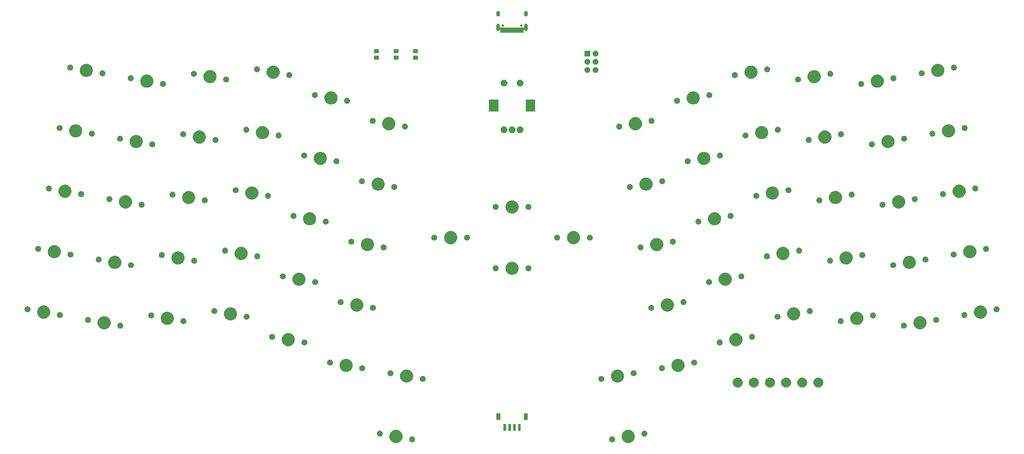
<source format=gbr>
G04 #@! TF.GenerationSoftware,KiCad,Pcbnew,(5.1.4)-1*
G04 #@! TF.CreationDate,2020-06-06T10:26:38-06:00*
G04 #@! TF.ProjectId,pariah_staggered,70617269-6168-45f7-9374-616767657265,rev?*
G04 #@! TF.SameCoordinates,Original*
G04 #@! TF.FileFunction,Soldermask,Top*
G04 #@! TF.FilePolarity,Negative*
%FSLAX46Y46*%
G04 Gerber Fmt 4.6, Leading zero omitted, Abs format (unit mm)*
G04 Created by KiCad (PCBNEW (5.1.4)-1) date 2020-06-06 10:26:38*
%MOMM*%
%LPD*%
G04 APERTURE LIST*
%ADD10C,0.100000*%
G04 APERTURE END LIST*
D10*
G36*
X36612474Y-59766684D02*
G01*
X36830474Y-59856983D01*
X36984623Y-59920833D01*
X37319548Y-60144623D01*
X37604377Y-60429452D01*
X37828167Y-60764377D01*
X37828167Y-60764378D01*
X37982316Y-61136526D01*
X38060900Y-61531594D01*
X38060900Y-61934406D01*
X37982316Y-62329474D01*
X37892017Y-62547474D01*
X37828167Y-62701623D01*
X37604377Y-63036548D01*
X37319548Y-63321377D01*
X36984623Y-63545167D01*
X36830474Y-63609017D01*
X36612474Y-63699316D01*
X36217406Y-63777900D01*
X35814594Y-63777900D01*
X35419526Y-63699316D01*
X35201526Y-63609017D01*
X35047377Y-63545167D01*
X34712452Y-63321377D01*
X34427623Y-63036548D01*
X34203833Y-62701623D01*
X34139983Y-62547474D01*
X34049684Y-62329474D01*
X33971100Y-61934406D01*
X33971100Y-61531594D01*
X34049684Y-61136526D01*
X34203833Y-60764378D01*
X34203833Y-60764377D01*
X34427623Y-60429452D01*
X34712452Y-60144623D01*
X35047377Y-59920833D01*
X35201526Y-59856983D01*
X35419526Y-59766684D01*
X35814594Y-59688100D01*
X36217406Y-59688100D01*
X36612474Y-59766684D01*
X36612474Y-59766684D01*
G37*
G36*
X-35419526Y-59766684D02*
G01*
X-35201526Y-59856983D01*
X-35047377Y-59920833D01*
X-34712452Y-60144623D01*
X-34427623Y-60429452D01*
X-34203833Y-60764377D01*
X-34203833Y-60764378D01*
X-34049684Y-61136526D01*
X-33971100Y-61531594D01*
X-33971100Y-61934406D01*
X-34049684Y-62329474D01*
X-34139983Y-62547474D01*
X-34203833Y-62701623D01*
X-34427623Y-63036548D01*
X-34712452Y-63321377D01*
X-35047377Y-63545167D01*
X-35201526Y-63609017D01*
X-35419526Y-63699316D01*
X-35814594Y-63777900D01*
X-36217406Y-63777900D01*
X-36612474Y-63699316D01*
X-36830474Y-63609017D01*
X-36984623Y-63545167D01*
X-37319548Y-63321377D01*
X-37604377Y-63036548D01*
X-37828167Y-62701623D01*
X-37892017Y-62547474D01*
X-37982316Y-62329474D01*
X-38060900Y-61934406D01*
X-38060900Y-61531594D01*
X-37982316Y-61136526D01*
X-37828167Y-60764378D01*
X-37828167Y-60764377D01*
X-37604377Y-60429452D01*
X-37319548Y-60144623D01*
X-36984623Y-59920833D01*
X-36830474Y-59856983D01*
X-36612474Y-59766684D01*
X-36217406Y-59688100D01*
X-35814594Y-59688100D01*
X-35419526Y-59766684D01*
X-35419526Y-59766684D01*
G37*
G36*
X-30743073Y-61724718D02*
G01*
X-30574551Y-61794522D01*
X-30422886Y-61895861D01*
X-30293905Y-62024842D01*
X-30192566Y-62176507D01*
X-30122762Y-62345029D01*
X-30087177Y-62523930D01*
X-30087177Y-62706336D01*
X-30122762Y-62885237D01*
X-30192566Y-63053759D01*
X-30293905Y-63205424D01*
X-30422886Y-63334405D01*
X-30574551Y-63435744D01*
X-30743073Y-63505548D01*
X-30921974Y-63541133D01*
X-31104380Y-63541133D01*
X-31283281Y-63505548D01*
X-31451803Y-63435744D01*
X-31603468Y-63334405D01*
X-31732449Y-63205424D01*
X-31833788Y-63053759D01*
X-31903592Y-62885237D01*
X-31939177Y-62706336D01*
X-31939177Y-62523930D01*
X-31903592Y-62345029D01*
X-31833788Y-62176507D01*
X-31732449Y-62024842D01*
X-31603468Y-61895861D01*
X-31451803Y-61794522D01*
X-31283281Y-61724718D01*
X-31104380Y-61689133D01*
X-30921974Y-61689133D01*
X-30743073Y-61724718D01*
X-30743073Y-61724718D01*
G37*
G36*
X31283281Y-61724718D02*
G01*
X31451803Y-61794522D01*
X31603468Y-61895861D01*
X31732449Y-62024842D01*
X31833788Y-62176507D01*
X31903592Y-62345029D01*
X31939177Y-62523930D01*
X31939177Y-62706336D01*
X31903592Y-62885237D01*
X31833788Y-63053759D01*
X31732449Y-63205424D01*
X31603468Y-63334405D01*
X31451803Y-63435744D01*
X31283281Y-63505548D01*
X31104380Y-63541133D01*
X30921974Y-63541133D01*
X30743073Y-63505548D01*
X30574551Y-63435744D01*
X30422886Y-63334405D01*
X30293905Y-63205424D01*
X30192566Y-63053759D01*
X30122762Y-62885237D01*
X30087177Y-62706336D01*
X30087177Y-62523930D01*
X30122762Y-62345029D01*
X30192566Y-62176507D01*
X30293905Y-62024842D01*
X30422886Y-61895861D01*
X30574551Y-61794522D01*
X30743073Y-61724718D01*
X30921974Y-61689133D01*
X31104380Y-61689133D01*
X31283281Y-61724718D01*
X31283281Y-61724718D01*
G37*
G36*
X-40748719Y-59960452D02*
G01*
X-40580197Y-60030256D01*
X-40428532Y-60131595D01*
X-40299551Y-60260576D01*
X-40198212Y-60412241D01*
X-40128408Y-60580763D01*
X-40092823Y-60759664D01*
X-40092823Y-60942070D01*
X-40128408Y-61120971D01*
X-40198212Y-61289493D01*
X-40299551Y-61441158D01*
X-40428532Y-61570139D01*
X-40580197Y-61671478D01*
X-40748719Y-61741282D01*
X-40927620Y-61776867D01*
X-41110026Y-61776867D01*
X-41288927Y-61741282D01*
X-41457449Y-61671478D01*
X-41609114Y-61570139D01*
X-41738095Y-61441158D01*
X-41839434Y-61289493D01*
X-41909238Y-61120971D01*
X-41944823Y-60942070D01*
X-41944823Y-60759664D01*
X-41909238Y-60580763D01*
X-41839434Y-60412241D01*
X-41738095Y-60260576D01*
X-41609114Y-60131595D01*
X-41457449Y-60030256D01*
X-41288927Y-59960452D01*
X-41110026Y-59924867D01*
X-40927620Y-59924867D01*
X-40748719Y-59960452D01*
X-40748719Y-59960452D01*
G37*
G36*
X41288927Y-59960452D02*
G01*
X41457449Y-60030256D01*
X41609114Y-60131595D01*
X41738095Y-60260576D01*
X41839434Y-60412241D01*
X41909238Y-60580763D01*
X41944823Y-60759664D01*
X41944823Y-60942070D01*
X41909238Y-61120971D01*
X41839434Y-61289493D01*
X41738095Y-61441158D01*
X41609114Y-61570139D01*
X41457449Y-61671478D01*
X41288927Y-61741282D01*
X41110026Y-61776867D01*
X40927620Y-61776867D01*
X40748719Y-61741282D01*
X40580197Y-61671478D01*
X40428532Y-61570139D01*
X40299551Y-61441158D01*
X40198212Y-61289493D01*
X40128408Y-61120971D01*
X40092823Y-60942070D01*
X40092823Y-60759664D01*
X40128408Y-60580763D01*
X40198212Y-60412241D01*
X40299551Y-60260576D01*
X40428532Y-60131595D01*
X40580197Y-60030256D01*
X40748719Y-59960452D01*
X40927620Y-59924867D01*
X41110026Y-59924867D01*
X41288927Y-59960452D01*
X41288927Y-59960452D01*
G37*
G36*
X1151000Y-60001000D02*
G01*
X349000Y-60001000D01*
X349000Y-57899000D01*
X1151000Y-57899000D01*
X1151000Y-60001000D01*
X1151000Y-60001000D01*
G37*
G36*
X-349000Y-60001000D02*
G01*
X-1151000Y-60001000D01*
X-1151000Y-57899000D01*
X-349000Y-57899000D01*
X-349000Y-60001000D01*
X-349000Y-60001000D01*
G37*
G36*
X-1849000Y-60001000D02*
G01*
X-2651000Y-60001000D01*
X-2651000Y-57899000D01*
X-1849000Y-57899000D01*
X-1849000Y-60001000D01*
X-1849000Y-60001000D01*
G37*
G36*
X2651000Y-60001000D02*
G01*
X1849000Y-60001000D01*
X1849000Y-57899000D01*
X2651000Y-57899000D01*
X2651000Y-60001000D01*
X2651000Y-60001000D01*
G37*
G36*
X-3649000Y-56601000D02*
G01*
X-4851000Y-56601000D01*
X-4851000Y-54599000D01*
X-3649000Y-54599000D01*
X-3649000Y-56601000D01*
X-3649000Y-56601000D01*
G37*
G36*
X4851000Y-56601000D02*
G01*
X3649000Y-56601000D01*
X3649000Y-54599000D01*
X4851000Y-54599000D01*
X4851000Y-56601000D01*
X4851000Y-56601000D01*
G37*
G36*
X70302585Y-43478802D02*
G01*
X70452410Y-43508604D01*
X70734674Y-43625521D01*
X70988705Y-43795259D01*
X71204741Y-44011295D01*
X71374479Y-44265326D01*
X71491396Y-44547590D01*
X71551000Y-44847240D01*
X71551000Y-45152760D01*
X71491396Y-45452410D01*
X71374479Y-45734674D01*
X71204741Y-45988705D01*
X70988705Y-46204741D01*
X70734674Y-46374479D01*
X70452410Y-46491396D01*
X70302585Y-46521198D01*
X70152761Y-46551000D01*
X69847239Y-46551000D01*
X69697415Y-46521198D01*
X69547590Y-46491396D01*
X69265326Y-46374479D01*
X69011295Y-46204741D01*
X68795259Y-45988705D01*
X68625521Y-45734674D01*
X68508604Y-45452410D01*
X68449000Y-45152760D01*
X68449000Y-44847240D01*
X68508604Y-44547590D01*
X68625521Y-44265326D01*
X68795259Y-44011295D01*
X69011295Y-43795259D01*
X69265326Y-43625521D01*
X69547590Y-43508604D01*
X69697415Y-43478802D01*
X69847239Y-43449000D01*
X70152761Y-43449000D01*
X70302585Y-43478802D01*
X70302585Y-43478802D01*
G37*
G36*
X95302585Y-43478802D02*
G01*
X95452410Y-43508604D01*
X95734674Y-43625521D01*
X95988705Y-43795259D01*
X96204741Y-44011295D01*
X96374479Y-44265326D01*
X96491396Y-44547590D01*
X96551000Y-44847240D01*
X96551000Y-45152760D01*
X96491396Y-45452410D01*
X96374479Y-45734674D01*
X96204741Y-45988705D01*
X95988705Y-46204741D01*
X95734674Y-46374479D01*
X95452410Y-46491396D01*
X95302585Y-46521198D01*
X95152761Y-46551000D01*
X94847239Y-46551000D01*
X94697415Y-46521198D01*
X94547590Y-46491396D01*
X94265326Y-46374479D01*
X94011295Y-46204741D01*
X93795259Y-45988705D01*
X93625521Y-45734674D01*
X93508604Y-45452410D01*
X93449000Y-45152760D01*
X93449000Y-44847240D01*
X93508604Y-44547590D01*
X93625521Y-44265326D01*
X93795259Y-44011295D01*
X94011295Y-43795259D01*
X94265326Y-43625521D01*
X94547590Y-43508604D01*
X94697415Y-43478802D01*
X94847239Y-43449000D01*
X95152761Y-43449000D01*
X95302585Y-43478802D01*
X95302585Y-43478802D01*
G37*
G36*
X90302585Y-43478802D02*
G01*
X90452410Y-43508604D01*
X90734674Y-43625521D01*
X90988705Y-43795259D01*
X91204741Y-44011295D01*
X91374479Y-44265326D01*
X91491396Y-44547590D01*
X91551000Y-44847240D01*
X91551000Y-45152760D01*
X91491396Y-45452410D01*
X91374479Y-45734674D01*
X91204741Y-45988705D01*
X90988705Y-46204741D01*
X90734674Y-46374479D01*
X90452410Y-46491396D01*
X90302585Y-46521198D01*
X90152761Y-46551000D01*
X89847239Y-46551000D01*
X89697415Y-46521198D01*
X89547590Y-46491396D01*
X89265326Y-46374479D01*
X89011295Y-46204741D01*
X88795259Y-45988705D01*
X88625521Y-45734674D01*
X88508604Y-45452410D01*
X88449000Y-45152760D01*
X88449000Y-44847240D01*
X88508604Y-44547590D01*
X88625521Y-44265326D01*
X88795259Y-44011295D01*
X89011295Y-43795259D01*
X89265326Y-43625521D01*
X89547590Y-43508604D01*
X89697415Y-43478802D01*
X89847239Y-43449000D01*
X90152761Y-43449000D01*
X90302585Y-43478802D01*
X90302585Y-43478802D01*
G37*
G36*
X85302585Y-43478802D02*
G01*
X85452410Y-43508604D01*
X85734674Y-43625521D01*
X85988705Y-43795259D01*
X86204741Y-44011295D01*
X86374479Y-44265326D01*
X86491396Y-44547590D01*
X86551000Y-44847240D01*
X86551000Y-45152760D01*
X86491396Y-45452410D01*
X86374479Y-45734674D01*
X86204741Y-45988705D01*
X85988705Y-46204741D01*
X85734674Y-46374479D01*
X85452410Y-46491396D01*
X85302585Y-46521198D01*
X85152761Y-46551000D01*
X84847239Y-46551000D01*
X84697415Y-46521198D01*
X84547590Y-46491396D01*
X84265326Y-46374479D01*
X84011295Y-46204741D01*
X83795259Y-45988705D01*
X83625521Y-45734674D01*
X83508604Y-45452410D01*
X83449000Y-45152760D01*
X83449000Y-44847240D01*
X83508604Y-44547590D01*
X83625521Y-44265326D01*
X83795259Y-44011295D01*
X84011295Y-43795259D01*
X84265326Y-43625521D01*
X84547590Y-43508604D01*
X84697415Y-43478802D01*
X84847239Y-43449000D01*
X85152761Y-43449000D01*
X85302585Y-43478802D01*
X85302585Y-43478802D01*
G37*
G36*
X80302585Y-43478802D02*
G01*
X80452410Y-43508604D01*
X80734674Y-43625521D01*
X80988705Y-43795259D01*
X81204741Y-44011295D01*
X81374479Y-44265326D01*
X81491396Y-44547590D01*
X81551000Y-44847240D01*
X81551000Y-45152760D01*
X81491396Y-45452410D01*
X81374479Y-45734674D01*
X81204741Y-45988705D01*
X80988705Y-46204741D01*
X80734674Y-46374479D01*
X80452410Y-46491396D01*
X80302585Y-46521198D01*
X80152761Y-46551000D01*
X79847239Y-46551000D01*
X79697415Y-46521198D01*
X79547590Y-46491396D01*
X79265326Y-46374479D01*
X79011295Y-46204741D01*
X78795259Y-45988705D01*
X78625521Y-45734674D01*
X78508604Y-45452410D01*
X78449000Y-45152760D01*
X78449000Y-44847240D01*
X78508604Y-44547590D01*
X78625521Y-44265326D01*
X78795259Y-44011295D01*
X79011295Y-43795259D01*
X79265326Y-43625521D01*
X79547590Y-43508604D01*
X79697415Y-43478802D01*
X79847239Y-43449000D01*
X80152761Y-43449000D01*
X80302585Y-43478802D01*
X80302585Y-43478802D01*
G37*
G36*
X75302585Y-43478802D02*
G01*
X75452410Y-43508604D01*
X75734674Y-43625521D01*
X75988705Y-43795259D01*
X76204741Y-44011295D01*
X76374479Y-44265326D01*
X76491396Y-44547590D01*
X76551000Y-44847240D01*
X76551000Y-45152760D01*
X76491396Y-45452410D01*
X76374479Y-45734674D01*
X76204741Y-45988705D01*
X75988705Y-46204741D01*
X75734674Y-46374479D01*
X75452410Y-46491396D01*
X75302585Y-46521198D01*
X75152761Y-46551000D01*
X74847239Y-46551000D01*
X74697415Y-46521198D01*
X74547590Y-46491396D01*
X74265326Y-46374479D01*
X74011295Y-46204741D01*
X73795259Y-45988705D01*
X73625521Y-45734674D01*
X73508604Y-45452410D01*
X73449000Y-45152760D01*
X73449000Y-44847240D01*
X73508604Y-44547590D01*
X73625521Y-44265326D01*
X73795259Y-44011295D01*
X74011295Y-43795259D01*
X74265326Y-43625521D01*
X74547590Y-43508604D01*
X74697415Y-43478802D01*
X74847239Y-43449000D01*
X75152761Y-43449000D01*
X75302585Y-43478802D01*
X75302585Y-43478802D01*
G37*
G36*
X33304474Y-41005684D02*
G01*
X33522474Y-41095983D01*
X33676623Y-41159833D01*
X34011548Y-41383623D01*
X34296377Y-41668452D01*
X34520167Y-42003377D01*
X34520167Y-42003378D01*
X34674316Y-42375526D01*
X34752900Y-42770594D01*
X34752900Y-43173406D01*
X34674316Y-43568474D01*
X34584017Y-43786474D01*
X34520167Y-43940623D01*
X34296377Y-44275548D01*
X34011548Y-44560377D01*
X33676623Y-44784167D01*
X33524353Y-44847239D01*
X33304474Y-44938316D01*
X32909406Y-45016900D01*
X32506594Y-45016900D01*
X32111526Y-44938316D01*
X31891647Y-44847239D01*
X31739377Y-44784167D01*
X31404452Y-44560377D01*
X31119623Y-44275548D01*
X30895833Y-43940623D01*
X30831983Y-43786474D01*
X30741684Y-43568474D01*
X30663100Y-43173406D01*
X30663100Y-42770594D01*
X30741684Y-42375526D01*
X30895833Y-42003378D01*
X30895833Y-42003377D01*
X31119623Y-41668452D01*
X31404452Y-41383623D01*
X31739377Y-41159833D01*
X31893526Y-41095983D01*
X32111526Y-41005684D01*
X32506594Y-40927100D01*
X32909406Y-40927100D01*
X33304474Y-41005684D01*
X33304474Y-41005684D01*
G37*
G36*
X-32111526Y-41005684D02*
G01*
X-31893526Y-41095983D01*
X-31739377Y-41159833D01*
X-31404452Y-41383623D01*
X-31119623Y-41668452D01*
X-30895833Y-42003377D01*
X-30895833Y-42003378D01*
X-30741684Y-42375526D01*
X-30663100Y-42770594D01*
X-30663100Y-43173406D01*
X-30741684Y-43568474D01*
X-30831983Y-43786474D01*
X-30895833Y-43940623D01*
X-31119623Y-44275548D01*
X-31404452Y-44560377D01*
X-31739377Y-44784167D01*
X-31891647Y-44847239D01*
X-32111526Y-44938316D01*
X-32506594Y-45016900D01*
X-32909406Y-45016900D01*
X-33304474Y-44938316D01*
X-33524353Y-44847239D01*
X-33676623Y-44784167D01*
X-34011548Y-44560377D01*
X-34296377Y-44275548D01*
X-34520167Y-43940623D01*
X-34584017Y-43786474D01*
X-34674316Y-43568474D01*
X-34752900Y-43173406D01*
X-34752900Y-42770594D01*
X-34674316Y-42375526D01*
X-34520167Y-42003378D01*
X-34520167Y-42003377D01*
X-34296377Y-41668452D01*
X-34011548Y-41383623D01*
X-33676623Y-41159833D01*
X-33522474Y-41095983D01*
X-33304474Y-41005684D01*
X-32909406Y-40927100D01*
X-32506594Y-40927100D01*
X-32111526Y-41005684D01*
X-32111526Y-41005684D01*
G37*
G36*
X-27435073Y-42963718D02*
G01*
X-27266551Y-43033522D01*
X-27114886Y-43134861D01*
X-26985905Y-43263842D01*
X-26884566Y-43415507D01*
X-26814762Y-43584029D01*
X-26779177Y-43762930D01*
X-26779177Y-43945336D01*
X-26814762Y-44124237D01*
X-26884566Y-44292759D01*
X-26985905Y-44444424D01*
X-27114886Y-44573405D01*
X-27266551Y-44674744D01*
X-27435073Y-44744548D01*
X-27613974Y-44780133D01*
X-27796380Y-44780133D01*
X-27975281Y-44744548D01*
X-28143803Y-44674744D01*
X-28295468Y-44573405D01*
X-28424449Y-44444424D01*
X-28525788Y-44292759D01*
X-28595592Y-44124237D01*
X-28631177Y-43945336D01*
X-28631177Y-43762930D01*
X-28595592Y-43584029D01*
X-28525788Y-43415507D01*
X-28424449Y-43263842D01*
X-28295468Y-43134861D01*
X-28143803Y-43033522D01*
X-27975281Y-42963718D01*
X-27796380Y-42928133D01*
X-27613974Y-42928133D01*
X-27435073Y-42963718D01*
X-27435073Y-42963718D01*
G37*
G36*
X27975281Y-42963718D02*
G01*
X28143803Y-43033522D01*
X28295468Y-43134861D01*
X28424449Y-43263842D01*
X28525788Y-43415507D01*
X28595592Y-43584029D01*
X28631177Y-43762930D01*
X28631177Y-43945336D01*
X28595592Y-44124237D01*
X28525788Y-44292759D01*
X28424449Y-44444424D01*
X28295468Y-44573405D01*
X28143803Y-44674744D01*
X27975281Y-44744548D01*
X27796380Y-44780133D01*
X27613974Y-44780133D01*
X27435073Y-44744548D01*
X27266551Y-44674744D01*
X27114886Y-44573405D01*
X26985905Y-44444424D01*
X26884566Y-44292759D01*
X26814762Y-44124237D01*
X26779177Y-43945336D01*
X26779177Y-43762930D01*
X26814762Y-43584029D01*
X26884566Y-43415507D01*
X26985905Y-43263842D01*
X27114886Y-43134861D01*
X27266551Y-43033522D01*
X27435073Y-42963718D01*
X27613974Y-42928133D01*
X27796380Y-42928133D01*
X27975281Y-42963718D01*
X27975281Y-42963718D01*
G37*
G36*
X37980927Y-41199452D02*
G01*
X38149449Y-41269256D01*
X38301114Y-41370595D01*
X38430095Y-41499576D01*
X38531434Y-41651241D01*
X38601238Y-41819763D01*
X38636823Y-41998664D01*
X38636823Y-42181070D01*
X38601238Y-42359971D01*
X38531434Y-42528493D01*
X38430095Y-42680158D01*
X38301114Y-42809139D01*
X38149449Y-42910478D01*
X37980927Y-42980282D01*
X37802026Y-43015867D01*
X37619620Y-43015867D01*
X37440719Y-42980282D01*
X37272197Y-42910478D01*
X37120532Y-42809139D01*
X36991551Y-42680158D01*
X36890212Y-42528493D01*
X36820408Y-42359971D01*
X36784823Y-42181070D01*
X36784823Y-41998664D01*
X36820408Y-41819763D01*
X36890212Y-41651241D01*
X36991551Y-41499576D01*
X37120532Y-41370595D01*
X37272197Y-41269256D01*
X37440719Y-41199452D01*
X37619620Y-41163867D01*
X37802026Y-41163867D01*
X37980927Y-41199452D01*
X37980927Y-41199452D01*
G37*
G36*
X-37440719Y-41199452D02*
G01*
X-37272197Y-41269256D01*
X-37120532Y-41370595D01*
X-36991551Y-41499576D01*
X-36890212Y-41651241D01*
X-36820408Y-41819763D01*
X-36784823Y-41998664D01*
X-36784823Y-42181070D01*
X-36820408Y-42359971D01*
X-36890212Y-42528493D01*
X-36991551Y-42680158D01*
X-37120532Y-42809139D01*
X-37272197Y-42910478D01*
X-37440719Y-42980282D01*
X-37619620Y-43015867D01*
X-37802026Y-43015867D01*
X-37980927Y-42980282D01*
X-38149449Y-42910478D01*
X-38301114Y-42809139D01*
X-38430095Y-42680158D01*
X-38531434Y-42528493D01*
X-38601238Y-42359971D01*
X-38636823Y-42181070D01*
X-38636823Y-41998664D01*
X-38601238Y-41819763D01*
X-38531434Y-41651241D01*
X-38430095Y-41499576D01*
X-38301114Y-41370595D01*
X-38149449Y-41269256D01*
X-37980927Y-41199452D01*
X-37802026Y-41163867D01*
X-37619620Y-41163867D01*
X-37440719Y-41199452D01*
X-37440719Y-41199452D01*
G37*
G36*
X-50872526Y-37699684D02*
G01*
X-50654526Y-37789983D01*
X-50500377Y-37853833D01*
X-50165452Y-38077623D01*
X-49880623Y-38362452D01*
X-49656833Y-38697377D01*
X-49656833Y-38697378D01*
X-49502684Y-39069526D01*
X-49424100Y-39464594D01*
X-49424100Y-39867406D01*
X-49502684Y-40262474D01*
X-49592983Y-40480474D01*
X-49656833Y-40634623D01*
X-49880623Y-40969548D01*
X-50165452Y-41254377D01*
X-50500377Y-41478167D01*
X-50552066Y-41499577D01*
X-50872526Y-41632316D01*
X-51267594Y-41710900D01*
X-51670406Y-41710900D01*
X-52065474Y-41632316D01*
X-52385934Y-41499577D01*
X-52437623Y-41478167D01*
X-52772548Y-41254377D01*
X-53057377Y-40969548D01*
X-53281167Y-40634623D01*
X-53345017Y-40480474D01*
X-53435316Y-40262474D01*
X-53513900Y-39867406D01*
X-53513900Y-39464594D01*
X-53435316Y-39069526D01*
X-53281167Y-38697378D01*
X-53281167Y-38697377D01*
X-53057377Y-38362452D01*
X-52772548Y-38077623D01*
X-52437623Y-37853833D01*
X-52283474Y-37789983D01*
X-52065474Y-37699684D01*
X-51670406Y-37621100D01*
X-51267594Y-37621100D01*
X-50872526Y-37699684D01*
X-50872526Y-37699684D01*
G37*
G36*
X52065474Y-37698684D02*
G01*
X52283474Y-37788983D01*
X52437623Y-37852833D01*
X52772548Y-38076623D01*
X53057377Y-38361452D01*
X53281167Y-38696377D01*
X53345017Y-38850526D01*
X53435316Y-39068526D01*
X53513900Y-39463594D01*
X53513900Y-39866406D01*
X53435316Y-40261474D01*
X53354355Y-40456930D01*
X53281167Y-40633623D01*
X53057377Y-40968548D01*
X52772548Y-41253377D01*
X52437623Y-41477167D01*
X52383520Y-41499577D01*
X52065474Y-41631316D01*
X51670406Y-41709900D01*
X51267594Y-41709900D01*
X50872526Y-41631316D01*
X50554480Y-41499577D01*
X50500377Y-41477167D01*
X50165452Y-41253377D01*
X49880623Y-40968548D01*
X49656833Y-40633623D01*
X49583645Y-40456930D01*
X49502684Y-40261474D01*
X49424100Y-39866406D01*
X49424100Y-39463594D01*
X49502684Y-39068526D01*
X49592983Y-38850526D01*
X49656833Y-38696377D01*
X49880623Y-38361452D01*
X50165452Y-38076623D01*
X50500377Y-37852833D01*
X50654526Y-37788983D01*
X50872526Y-37698684D01*
X51267594Y-37620100D01*
X51670406Y-37620100D01*
X52065474Y-37698684D01*
X52065474Y-37698684D01*
G37*
G36*
X-46196073Y-39657718D02*
G01*
X-46027551Y-39727522D01*
X-45875886Y-39828861D01*
X-45746905Y-39957842D01*
X-45645566Y-40109507D01*
X-45575762Y-40278029D01*
X-45540177Y-40456930D01*
X-45540177Y-40639336D01*
X-45575762Y-40818237D01*
X-45645566Y-40986759D01*
X-45746905Y-41138424D01*
X-45875886Y-41267405D01*
X-46027551Y-41368744D01*
X-46196073Y-41438548D01*
X-46374974Y-41474133D01*
X-46557380Y-41474133D01*
X-46736281Y-41438548D01*
X-46904803Y-41368744D01*
X-47056468Y-41267405D01*
X-47185449Y-41138424D01*
X-47286788Y-40986759D01*
X-47356592Y-40818237D01*
X-47392177Y-40639336D01*
X-47392177Y-40456930D01*
X-47356592Y-40278029D01*
X-47286788Y-40109507D01*
X-47185449Y-39957842D01*
X-47056468Y-39828861D01*
X-46904803Y-39727522D01*
X-46736281Y-39657718D01*
X-46557380Y-39622133D01*
X-46374974Y-39622133D01*
X-46196073Y-39657718D01*
X-46196073Y-39657718D01*
G37*
G36*
X46736281Y-39656718D02*
G01*
X46904803Y-39726522D01*
X47056468Y-39827861D01*
X47185449Y-39956842D01*
X47286788Y-40108507D01*
X47356592Y-40277029D01*
X47392177Y-40455930D01*
X47392177Y-40638336D01*
X47356592Y-40817237D01*
X47286788Y-40985759D01*
X47185449Y-41137424D01*
X47056468Y-41266405D01*
X46904803Y-41367744D01*
X46736281Y-41437548D01*
X46557380Y-41473133D01*
X46374974Y-41473133D01*
X46196073Y-41437548D01*
X46027551Y-41367744D01*
X45875886Y-41266405D01*
X45746905Y-41137424D01*
X45645566Y-40985759D01*
X45575762Y-40817237D01*
X45540177Y-40638336D01*
X45540177Y-40455930D01*
X45575762Y-40277029D01*
X45645566Y-40108507D01*
X45746905Y-39956842D01*
X45875886Y-39827861D01*
X46027551Y-39726522D01*
X46196073Y-39656718D01*
X46374974Y-39621133D01*
X46557380Y-39621133D01*
X46736281Y-39656718D01*
X46736281Y-39656718D01*
G37*
G36*
X-56201719Y-37893452D02*
G01*
X-56033197Y-37963256D01*
X-55881532Y-38064595D01*
X-55752551Y-38193576D01*
X-55651212Y-38345241D01*
X-55581408Y-38513763D01*
X-55545823Y-38692664D01*
X-55545823Y-38875070D01*
X-55581408Y-39053971D01*
X-55651212Y-39222493D01*
X-55752551Y-39374158D01*
X-55881532Y-39503139D01*
X-56033197Y-39604478D01*
X-56201719Y-39674282D01*
X-56380620Y-39709867D01*
X-56563026Y-39709867D01*
X-56741927Y-39674282D01*
X-56910449Y-39604478D01*
X-57062114Y-39503139D01*
X-57191095Y-39374158D01*
X-57292434Y-39222493D01*
X-57362238Y-39053971D01*
X-57397823Y-38875070D01*
X-57397823Y-38692664D01*
X-57362238Y-38513763D01*
X-57292434Y-38345241D01*
X-57191095Y-38193576D01*
X-57062114Y-38064595D01*
X-56910449Y-37963256D01*
X-56741927Y-37893452D01*
X-56563026Y-37857867D01*
X-56380620Y-37857867D01*
X-56201719Y-37893452D01*
X-56201719Y-37893452D01*
G37*
G36*
X56741927Y-37892452D02*
G01*
X56910449Y-37962256D01*
X57062114Y-38063595D01*
X57191095Y-38192576D01*
X57292434Y-38344241D01*
X57362238Y-38512763D01*
X57397823Y-38691664D01*
X57397823Y-38874070D01*
X57362238Y-39052971D01*
X57292434Y-39221493D01*
X57191095Y-39373158D01*
X57062114Y-39502139D01*
X56910449Y-39603478D01*
X56741927Y-39673282D01*
X56563026Y-39708867D01*
X56380620Y-39708867D01*
X56201719Y-39673282D01*
X56033197Y-39603478D01*
X55881532Y-39502139D01*
X55752551Y-39373158D01*
X55651212Y-39221493D01*
X55581408Y-39052971D01*
X55545823Y-38874070D01*
X55545823Y-38691664D01*
X55581408Y-38512763D01*
X55651212Y-38344241D01*
X55752551Y-38192576D01*
X55881532Y-38063595D01*
X56033197Y-37962256D01*
X56201719Y-37892452D01*
X56380620Y-37856867D01*
X56563026Y-37856867D01*
X56741927Y-37892452D01*
X56741927Y-37892452D01*
G37*
G36*
X69999474Y-29699684D02*
G01*
X70217474Y-29789983D01*
X70371623Y-29853833D01*
X70706548Y-30077623D01*
X70991377Y-30362452D01*
X71215167Y-30697377D01*
X71215167Y-30697378D01*
X71369316Y-31069526D01*
X71447900Y-31464594D01*
X71447900Y-31867406D01*
X71369316Y-32262474D01*
X71279017Y-32480474D01*
X71215167Y-32634623D01*
X70991377Y-32969548D01*
X70706548Y-33254377D01*
X70371623Y-33478167D01*
X70217474Y-33542017D01*
X69999474Y-33632316D01*
X69604406Y-33710900D01*
X69201594Y-33710900D01*
X68806526Y-33632316D01*
X68588526Y-33542017D01*
X68434377Y-33478167D01*
X68099452Y-33254377D01*
X67814623Y-32969548D01*
X67590833Y-32634623D01*
X67526983Y-32480474D01*
X67436684Y-32262474D01*
X67358100Y-31867406D01*
X67358100Y-31464594D01*
X67436684Y-31069526D01*
X67590833Y-30697378D01*
X67590833Y-30697377D01*
X67814623Y-30362452D01*
X68099452Y-30077623D01*
X68434377Y-29853833D01*
X68588526Y-29789983D01*
X68806526Y-29699684D01*
X69201594Y-29621100D01*
X69604406Y-29621100D01*
X69999474Y-29699684D01*
X69999474Y-29699684D01*
G37*
G36*
X-68806526Y-29699684D02*
G01*
X-68588526Y-29789983D01*
X-68434377Y-29853833D01*
X-68099452Y-30077623D01*
X-67814623Y-30362452D01*
X-67590833Y-30697377D01*
X-67590833Y-30697378D01*
X-67436684Y-31069526D01*
X-67358100Y-31464594D01*
X-67358100Y-31867406D01*
X-67436684Y-32262474D01*
X-67526983Y-32480474D01*
X-67590833Y-32634623D01*
X-67814623Y-32969548D01*
X-68099452Y-33254377D01*
X-68434377Y-33478167D01*
X-68588526Y-33542017D01*
X-68806526Y-33632316D01*
X-69201594Y-33710900D01*
X-69604406Y-33710900D01*
X-69999474Y-33632316D01*
X-70217474Y-33542017D01*
X-70371623Y-33478167D01*
X-70706548Y-33254377D01*
X-70991377Y-32969548D01*
X-71215167Y-32634623D01*
X-71279017Y-32480474D01*
X-71369316Y-32262474D01*
X-71447900Y-31867406D01*
X-71447900Y-31464594D01*
X-71369316Y-31069526D01*
X-71215167Y-30697378D01*
X-71215167Y-30697377D01*
X-70991377Y-30362452D01*
X-70706548Y-30077623D01*
X-70371623Y-29853833D01*
X-70217474Y-29789983D01*
X-69999474Y-29699684D01*
X-69604406Y-29621100D01*
X-69201594Y-29621100D01*
X-68806526Y-29699684D01*
X-68806526Y-29699684D01*
G37*
G36*
X-64130073Y-31657718D02*
G01*
X-63961551Y-31727522D01*
X-63809886Y-31828861D01*
X-63680905Y-31957842D01*
X-63579566Y-32109507D01*
X-63509762Y-32278029D01*
X-63474177Y-32456930D01*
X-63474177Y-32639336D01*
X-63509762Y-32818237D01*
X-63579566Y-32986759D01*
X-63680905Y-33138424D01*
X-63809886Y-33267405D01*
X-63961551Y-33368744D01*
X-64130073Y-33438548D01*
X-64308974Y-33474133D01*
X-64491380Y-33474133D01*
X-64670281Y-33438548D01*
X-64838803Y-33368744D01*
X-64990468Y-33267405D01*
X-65119449Y-33138424D01*
X-65220788Y-32986759D01*
X-65290592Y-32818237D01*
X-65326177Y-32639336D01*
X-65326177Y-32456930D01*
X-65290592Y-32278029D01*
X-65220788Y-32109507D01*
X-65119449Y-31957842D01*
X-64990468Y-31828861D01*
X-64838803Y-31727522D01*
X-64670281Y-31657718D01*
X-64491380Y-31622133D01*
X-64308974Y-31622133D01*
X-64130073Y-31657718D01*
X-64130073Y-31657718D01*
G37*
G36*
X64670281Y-31657718D02*
G01*
X64838803Y-31727522D01*
X64990468Y-31828861D01*
X65119449Y-31957842D01*
X65220788Y-32109507D01*
X65290592Y-32278029D01*
X65326177Y-32456930D01*
X65326177Y-32639336D01*
X65290592Y-32818237D01*
X65220788Y-32986759D01*
X65119449Y-33138424D01*
X64990468Y-33267405D01*
X64838803Y-33368744D01*
X64670281Y-33438548D01*
X64491380Y-33474133D01*
X64308974Y-33474133D01*
X64130073Y-33438548D01*
X63961551Y-33368744D01*
X63809886Y-33267405D01*
X63680905Y-33138424D01*
X63579566Y-32986759D01*
X63509762Y-32818237D01*
X63474177Y-32639336D01*
X63474177Y-32456930D01*
X63509762Y-32278029D01*
X63579566Y-32109507D01*
X63680905Y-31957842D01*
X63809886Y-31828861D01*
X63961551Y-31727522D01*
X64130073Y-31657718D01*
X64308974Y-31622133D01*
X64491380Y-31622133D01*
X64670281Y-31657718D01*
X64670281Y-31657718D01*
G37*
G36*
X-74135719Y-29893452D02*
G01*
X-73967197Y-29963256D01*
X-73815532Y-30064595D01*
X-73686551Y-30193576D01*
X-73585212Y-30345241D01*
X-73515408Y-30513763D01*
X-73479823Y-30692664D01*
X-73479823Y-30875070D01*
X-73515408Y-31053971D01*
X-73585212Y-31222493D01*
X-73686551Y-31374158D01*
X-73815532Y-31503139D01*
X-73967197Y-31604478D01*
X-74135719Y-31674282D01*
X-74314620Y-31709867D01*
X-74497026Y-31709867D01*
X-74675927Y-31674282D01*
X-74844449Y-31604478D01*
X-74996114Y-31503139D01*
X-75125095Y-31374158D01*
X-75226434Y-31222493D01*
X-75296238Y-31053971D01*
X-75331823Y-30875070D01*
X-75331823Y-30692664D01*
X-75296238Y-30513763D01*
X-75226434Y-30345241D01*
X-75125095Y-30193576D01*
X-74996114Y-30064595D01*
X-74844449Y-29963256D01*
X-74675927Y-29893452D01*
X-74497026Y-29857867D01*
X-74314620Y-29857867D01*
X-74135719Y-29893452D01*
X-74135719Y-29893452D01*
G37*
G36*
X74675927Y-29893452D02*
G01*
X74844449Y-29963256D01*
X74996114Y-30064595D01*
X75125095Y-30193576D01*
X75226434Y-30345241D01*
X75296238Y-30513763D01*
X75331823Y-30692664D01*
X75331823Y-30875070D01*
X75296238Y-31053971D01*
X75226434Y-31222493D01*
X75125095Y-31374158D01*
X74996114Y-31503139D01*
X74844449Y-31604478D01*
X74675927Y-31674282D01*
X74497026Y-31709867D01*
X74314620Y-31709867D01*
X74135719Y-31674282D01*
X73967197Y-31604478D01*
X73815532Y-31503139D01*
X73686551Y-31374158D01*
X73585212Y-31222493D01*
X73515408Y-31053971D01*
X73479823Y-30875070D01*
X73479823Y-30692664D01*
X73515408Y-30513763D01*
X73585212Y-30345241D01*
X73686551Y-30193576D01*
X73815532Y-30064595D01*
X73967197Y-29963256D01*
X74135719Y-29893452D01*
X74314620Y-29857867D01*
X74497026Y-29857867D01*
X74675927Y-29893452D01*
X74675927Y-29893452D01*
G37*
G36*
X-125914526Y-24467684D02*
G01*
X-125696526Y-24557983D01*
X-125542377Y-24621833D01*
X-125207452Y-24845623D01*
X-124922623Y-25130452D01*
X-124698833Y-25465377D01*
X-124687181Y-25493508D01*
X-124544684Y-25837526D01*
X-124466100Y-26232594D01*
X-124466100Y-26635406D01*
X-124544684Y-27030474D01*
X-124634983Y-27248474D01*
X-124698833Y-27402623D01*
X-124922623Y-27737548D01*
X-125207452Y-28022377D01*
X-125542377Y-28246167D01*
X-125696526Y-28310017D01*
X-125914526Y-28400316D01*
X-126309594Y-28478900D01*
X-126712406Y-28478900D01*
X-127107474Y-28400316D01*
X-127325474Y-28310017D01*
X-127479623Y-28246167D01*
X-127814548Y-28022377D01*
X-128099377Y-27737548D01*
X-128323167Y-27402623D01*
X-128387017Y-27248474D01*
X-128477316Y-27030474D01*
X-128555900Y-26635406D01*
X-128555900Y-26232594D01*
X-128477316Y-25837526D01*
X-128334819Y-25493508D01*
X-128323167Y-25465377D01*
X-128099377Y-25130452D01*
X-127814548Y-24845623D01*
X-127479623Y-24621833D01*
X-127325474Y-24557983D01*
X-127107474Y-24467684D01*
X-126712406Y-24389100D01*
X-126309594Y-24389100D01*
X-125914526Y-24467684D01*
X-125914526Y-24467684D01*
G37*
G36*
X127107474Y-24466684D02*
G01*
X127325474Y-24556983D01*
X127479623Y-24620833D01*
X127814548Y-24844623D01*
X128099377Y-25129452D01*
X128323167Y-25464377D01*
X128328036Y-25476133D01*
X128477316Y-25836526D01*
X128555900Y-26231594D01*
X128555900Y-26634406D01*
X128477316Y-27029474D01*
X128396355Y-27224930D01*
X128323167Y-27401623D01*
X128099377Y-27736548D01*
X127814548Y-28021377D01*
X127479623Y-28245167D01*
X127325474Y-28309017D01*
X127107474Y-28399316D01*
X126712406Y-28477900D01*
X126309594Y-28477900D01*
X125914526Y-28399316D01*
X125696526Y-28309017D01*
X125542377Y-28245167D01*
X125207452Y-28021377D01*
X124922623Y-27736548D01*
X124698833Y-27401623D01*
X124625645Y-27224930D01*
X124544684Y-27029474D01*
X124466100Y-26634406D01*
X124466100Y-26231594D01*
X124544684Y-25836526D01*
X124693964Y-25476133D01*
X124698833Y-25464377D01*
X124922623Y-25129452D01*
X125207452Y-24844623D01*
X125542377Y-24620833D01*
X125696526Y-24556983D01*
X125914526Y-24466684D01*
X126309594Y-24388100D01*
X126712406Y-24388100D01*
X127107474Y-24466684D01*
X127107474Y-24466684D01*
G37*
G36*
X-121238073Y-26425718D02*
G01*
X-121069551Y-26495522D01*
X-120917886Y-26596861D01*
X-120788905Y-26725842D01*
X-120687566Y-26877507D01*
X-120617762Y-27046029D01*
X-120582177Y-27224930D01*
X-120582177Y-27407336D01*
X-120617762Y-27586237D01*
X-120687566Y-27754759D01*
X-120788905Y-27906424D01*
X-120917886Y-28035405D01*
X-121069551Y-28136744D01*
X-121238073Y-28206548D01*
X-121416974Y-28242133D01*
X-121599380Y-28242133D01*
X-121778281Y-28206548D01*
X-121946803Y-28136744D01*
X-122098468Y-28035405D01*
X-122227449Y-27906424D01*
X-122328788Y-27754759D01*
X-122398592Y-27586237D01*
X-122434177Y-27407336D01*
X-122434177Y-27224930D01*
X-122398592Y-27046029D01*
X-122328788Y-26877507D01*
X-122227449Y-26725842D01*
X-122098468Y-26596861D01*
X-121946803Y-26495522D01*
X-121778281Y-26425718D01*
X-121599380Y-26390133D01*
X-121416974Y-26390133D01*
X-121238073Y-26425718D01*
X-121238073Y-26425718D01*
G37*
G36*
X121778281Y-26424718D02*
G01*
X121946803Y-26494522D01*
X122098468Y-26595861D01*
X122227449Y-26724842D01*
X122328788Y-26876507D01*
X122398592Y-27045029D01*
X122434177Y-27223930D01*
X122434177Y-27406336D01*
X122398592Y-27585237D01*
X122328788Y-27753759D01*
X122227449Y-27905424D01*
X122098468Y-28034405D01*
X121946803Y-28135744D01*
X121778281Y-28205548D01*
X121599380Y-28241133D01*
X121416974Y-28241133D01*
X121238073Y-28205548D01*
X121069551Y-28135744D01*
X120917886Y-28034405D01*
X120788905Y-27905424D01*
X120687566Y-27753759D01*
X120617762Y-27585237D01*
X120582177Y-27406336D01*
X120582177Y-27223930D01*
X120617762Y-27045029D01*
X120687566Y-26876507D01*
X120788905Y-26724842D01*
X120917886Y-26595861D01*
X121069551Y-26494522D01*
X121238073Y-26424718D01*
X121416974Y-26389133D01*
X121599380Y-26389133D01*
X121778281Y-26424718D01*
X121778281Y-26424718D01*
G37*
G36*
X-106327526Y-23083684D02*
G01*
X-106205372Y-23134282D01*
X-105955377Y-23237833D01*
X-105620452Y-23461623D01*
X-105335623Y-23746452D01*
X-105111833Y-24081377D01*
X-105047983Y-24235526D01*
X-104957684Y-24453526D01*
X-104879100Y-24848594D01*
X-104879100Y-25251406D01*
X-104957684Y-25646474D01*
X-105047983Y-25864474D01*
X-105111833Y-26018623D01*
X-105335623Y-26353548D01*
X-105620452Y-26638377D01*
X-105955377Y-26862167D01*
X-105992414Y-26877508D01*
X-106327526Y-27016316D01*
X-106722594Y-27094900D01*
X-107125406Y-27094900D01*
X-107520474Y-27016316D01*
X-107855586Y-26877508D01*
X-107892623Y-26862167D01*
X-108227548Y-26638377D01*
X-108512377Y-26353548D01*
X-108736167Y-26018623D01*
X-108800017Y-25864474D01*
X-108890316Y-25646474D01*
X-108968900Y-25251406D01*
X-108968900Y-24848594D01*
X-108890316Y-24453526D01*
X-108800017Y-24235526D01*
X-108736167Y-24081377D01*
X-108512377Y-23746452D01*
X-108227548Y-23461623D01*
X-107892623Y-23237833D01*
X-107642628Y-23134282D01*
X-107520474Y-23083684D01*
X-107125406Y-23005100D01*
X-106722594Y-23005100D01*
X-106327526Y-23083684D01*
X-106327526Y-23083684D01*
G37*
G36*
X107520474Y-23083684D02*
G01*
X107642628Y-23134282D01*
X107892623Y-23237833D01*
X108227548Y-23461623D01*
X108512377Y-23746452D01*
X108736167Y-24081377D01*
X108800017Y-24235526D01*
X108890316Y-24453526D01*
X108968900Y-24848594D01*
X108968900Y-25251406D01*
X108890316Y-25646474D01*
X108800017Y-25864474D01*
X108736167Y-26018623D01*
X108512377Y-26353548D01*
X108227548Y-26638377D01*
X107892623Y-26862167D01*
X107855586Y-26877508D01*
X107520474Y-27016316D01*
X107125406Y-27094900D01*
X106722594Y-27094900D01*
X106327526Y-27016316D01*
X105992414Y-26877508D01*
X105955377Y-26862167D01*
X105620452Y-26638377D01*
X105335623Y-26353548D01*
X105111833Y-26018623D01*
X105047983Y-25864474D01*
X104957684Y-25646474D01*
X104879100Y-25251406D01*
X104879100Y-24848594D01*
X104957684Y-24453526D01*
X105047983Y-24235526D01*
X105111833Y-24081377D01*
X105335623Y-23746452D01*
X105620452Y-23461623D01*
X105955377Y-23237833D01*
X106205372Y-23134282D01*
X106327526Y-23083684D01*
X106722594Y-23005100D01*
X107125406Y-23005100D01*
X107520474Y-23083684D01*
X107520474Y-23083684D01*
G37*
G36*
X102191281Y-25041718D02*
G01*
X102359803Y-25111522D01*
X102511468Y-25212861D01*
X102640449Y-25341842D01*
X102741788Y-25493507D01*
X102811592Y-25662029D01*
X102847177Y-25840930D01*
X102847177Y-26023336D01*
X102811592Y-26202237D01*
X102741788Y-26370759D01*
X102640449Y-26522424D01*
X102511468Y-26651405D01*
X102359803Y-26752744D01*
X102191281Y-26822548D01*
X102012380Y-26858133D01*
X101829974Y-26858133D01*
X101651073Y-26822548D01*
X101482551Y-26752744D01*
X101330886Y-26651405D01*
X101201905Y-26522424D01*
X101100566Y-26370759D01*
X101030762Y-26202237D01*
X100995177Y-26023336D01*
X100995177Y-25840930D01*
X101030762Y-25662029D01*
X101100566Y-25493507D01*
X101201905Y-25341842D01*
X101330886Y-25212861D01*
X101482551Y-25111522D01*
X101651073Y-25041718D01*
X101829974Y-25006133D01*
X102012380Y-25006133D01*
X102191281Y-25041718D01*
X102191281Y-25041718D01*
G37*
G36*
X-101651073Y-25041718D02*
G01*
X-101482551Y-25111522D01*
X-101330886Y-25212861D01*
X-101201905Y-25341842D01*
X-101100566Y-25493507D01*
X-101030762Y-25662029D01*
X-100995177Y-25840930D01*
X-100995177Y-26023336D01*
X-101030762Y-26202237D01*
X-101100566Y-26370759D01*
X-101201905Y-26522424D01*
X-101330886Y-26651405D01*
X-101482551Y-26752744D01*
X-101651073Y-26822548D01*
X-101829974Y-26858133D01*
X-102012380Y-26858133D01*
X-102191281Y-26822548D01*
X-102359803Y-26752744D01*
X-102511468Y-26651405D01*
X-102640449Y-26522424D01*
X-102741788Y-26370759D01*
X-102811592Y-26202237D01*
X-102847177Y-26023336D01*
X-102847177Y-25840930D01*
X-102811592Y-25662029D01*
X-102741788Y-25493507D01*
X-102640449Y-25341842D01*
X-102511468Y-25212861D01*
X-102359803Y-25111522D01*
X-102191281Y-25041718D01*
X-102012380Y-25006133D01*
X-101829974Y-25006133D01*
X-101651073Y-25041718D01*
X-101651073Y-25041718D01*
G37*
G36*
X-131243719Y-24661452D02*
G01*
X-131075197Y-24731256D01*
X-130923532Y-24832595D01*
X-130794551Y-24961576D01*
X-130693212Y-25113241D01*
X-130623408Y-25281763D01*
X-130587823Y-25460664D01*
X-130587823Y-25643070D01*
X-130623408Y-25821971D01*
X-130693212Y-25990493D01*
X-130794551Y-26142158D01*
X-130923532Y-26271139D01*
X-131075197Y-26372478D01*
X-131243719Y-26442282D01*
X-131422620Y-26477867D01*
X-131605026Y-26477867D01*
X-131783927Y-26442282D01*
X-131952449Y-26372478D01*
X-132104114Y-26271139D01*
X-132233095Y-26142158D01*
X-132334434Y-25990493D01*
X-132404238Y-25821971D01*
X-132439823Y-25643070D01*
X-132439823Y-25460664D01*
X-132404238Y-25281763D01*
X-132334434Y-25113241D01*
X-132233095Y-24961576D01*
X-132104114Y-24832595D01*
X-131952449Y-24731256D01*
X-131783927Y-24661452D01*
X-131605026Y-24625867D01*
X-131422620Y-24625867D01*
X-131243719Y-24661452D01*
X-131243719Y-24661452D01*
G37*
G36*
X131783927Y-24660452D02*
G01*
X131952449Y-24730256D01*
X132104114Y-24831595D01*
X132233095Y-24960576D01*
X132334434Y-25112241D01*
X132404238Y-25280763D01*
X132439823Y-25459664D01*
X132439823Y-25642070D01*
X132404238Y-25820971D01*
X132334434Y-25989493D01*
X132233095Y-26141158D01*
X132104114Y-26270139D01*
X131952449Y-26371478D01*
X131783927Y-26441282D01*
X131605026Y-26476867D01*
X131422620Y-26476867D01*
X131243719Y-26441282D01*
X131075197Y-26371478D01*
X130923532Y-26270139D01*
X130794551Y-26141158D01*
X130693212Y-25989493D01*
X130623408Y-25820971D01*
X130587823Y-25642070D01*
X130587823Y-25459664D01*
X130623408Y-25280763D01*
X130693212Y-25112241D01*
X130794551Y-24960576D01*
X130923532Y-24831595D01*
X131075197Y-24730256D01*
X131243719Y-24660452D01*
X131422620Y-24624867D01*
X131605026Y-24624867D01*
X131783927Y-24660452D01*
X131783927Y-24660452D01*
G37*
G36*
X-86739526Y-21701684D02*
G01*
X-86521526Y-21791983D01*
X-86367377Y-21855833D01*
X-86032452Y-22079623D01*
X-85747623Y-22364452D01*
X-85523833Y-22699377D01*
X-85468420Y-22833157D01*
X-85369684Y-23071526D01*
X-85291100Y-23466594D01*
X-85291100Y-23869406D01*
X-85369684Y-24264474D01*
X-85453857Y-24467685D01*
X-85523833Y-24636623D01*
X-85747623Y-24971548D01*
X-86032452Y-25256377D01*
X-86367377Y-25480167D01*
X-86521526Y-25544017D01*
X-86739526Y-25634316D01*
X-87134594Y-25712900D01*
X-87537406Y-25712900D01*
X-87932474Y-25634316D01*
X-88150474Y-25544017D01*
X-88304623Y-25480167D01*
X-88639548Y-25256377D01*
X-88924377Y-24971548D01*
X-89148167Y-24636623D01*
X-89218143Y-24467685D01*
X-89302316Y-24264474D01*
X-89380900Y-23869406D01*
X-89380900Y-23466594D01*
X-89302316Y-23071526D01*
X-89203580Y-22833157D01*
X-89148167Y-22699377D01*
X-88924377Y-22364452D01*
X-88639548Y-22079623D01*
X-88304623Y-21855833D01*
X-88150474Y-21791983D01*
X-87932474Y-21701684D01*
X-87537406Y-21623100D01*
X-87134594Y-21623100D01*
X-86739526Y-21701684D01*
X-86739526Y-21701684D01*
G37*
G36*
X87932474Y-21701684D02*
G01*
X88150474Y-21791983D01*
X88304623Y-21855833D01*
X88639548Y-22079623D01*
X88924377Y-22364452D01*
X89148167Y-22699377D01*
X89203580Y-22833157D01*
X89302316Y-23071526D01*
X89380900Y-23466594D01*
X89380900Y-23869406D01*
X89302316Y-24264474D01*
X89218143Y-24467685D01*
X89148167Y-24636623D01*
X88924377Y-24971548D01*
X88639548Y-25256377D01*
X88304623Y-25480167D01*
X88150474Y-25544017D01*
X87932474Y-25634316D01*
X87537406Y-25712900D01*
X87134594Y-25712900D01*
X86739526Y-25634316D01*
X86521526Y-25544017D01*
X86367377Y-25480167D01*
X86032452Y-25256377D01*
X85747623Y-24971548D01*
X85523833Y-24636623D01*
X85453857Y-24467685D01*
X85369684Y-24264474D01*
X85291100Y-23869406D01*
X85291100Y-23466594D01*
X85369684Y-23071526D01*
X85468420Y-22833157D01*
X85523833Y-22699377D01*
X85747623Y-22364452D01*
X86032452Y-22079623D01*
X86367377Y-21855833D01*
X86521526Y-21791983D01*
X86739526Y-21701684D01*
X87134594Y-21623100D01*
X87537406Y-21623100D01*
X87932474Y-21701684D01*
X87932474Y-21701684D01*
G37*
G36*
X82603281Y-23659718D02*
G01*
X82771803Y-23729522D01*
X82923468Y-23830861D01*
X83052449Y-23959842D01*
X83153788Y-24111507D01*
X83223592Y-24280029D01*
X83259177Y-24458930D01*
X83259177Y-24641336D01*
X83223592Y-24820237D01*
X83153788Y-24988759D01*
X83052449Y-25140424D01*
X82923468Y-25269405D01*
X82771803Y-25370744D01*
X82603281Y-25440548D01*
X82424380Y-25476133D01*
X82241974Y-25476133D01*
X82063073Y-25440548D01*
X81894551Y-25370744D01*
X81742886Y-25269405D01*
X81613905Y-25140424D01*
X81512566Y-24988759D01*
X81442762Y-24820237D01*
X81407177Y-24641336D01*
X81407177Y-24458930D01*
X81442762Y-24280029D01*
X81512566Y-24111507D01*
X81613905Y-23959842D01*
X81742886Y-23830861D01*
X81894551Y-23729522D01*
X82063073Y-23659718D01*
X82241974Y-23624133D01*
X82424380Y-23624133D01*
X82603281Y-23659718D01*
X82603281Y-23659718D01*
G37*
G36*
X-82063073Y-23659718D02*
G01*
X-81894551Y-23729522D01*
X-81742886Y-23830861D01*
X-81613905Y-23959842D01*
X-81512566Y-24111507D01*
X-81442762Y-24280029D01*
X-81407177Y-24458930D01*
X-81407177Y-24641336D01*
X-81442762Y-24820237D01*
X-81512566Y-24988759D01*
X-81613905Y-25140424D01*
X-81742886Y-25269405D01*
X-81894551Y-25370744D01*
X-82063073Y-25440548D01*
X-82241974Y-25476133D01*
X-82424380Y-25476133D01*
X-82603281Y-25440548D01*
X-82771803Y-25370744D01*
X-82923468Y-25269405D01*
X-83052449Y-25140424D01*
X-83153788Y-24988759D01*
X-83223592Y-24820237D01*
X-83259177Y-24641336D01*
X-83259177Y-24458930D01*
X-83223592Y-24280029D01*
X-83153788Y-24111507D01*
X-83052449Y-23959842D01*
X-82923468Y-23830861D01*
X-82771803Y-23729522D01*
X-82603281Y-23659718D01*
X-82424380Y-23624133D01*
X-82241974Y-23624133D01*
X-82063073Y-23659718D01*
X-82063073Y-23659718D01*
G37*
G36*
X-144675526Y-21159684D02*
G01*
X-144457526Y-21249983D01*
X-144303377Y-21313833D01*
X-143968452Y-21537623D01*
X-143683623Y-21822452D01*
X-143459833Y-22157377D01*
X-143395983Y-22311526D01*
X-143305684Y-22529526D01*
X-143227100Y-22924594D01*
X-143227100Y-23327406D01*
X-143305684Y-23722474D01*
X-143395983Y-23940474D01*
X-143459833Y-24094623D01*
X-143683623Y-24429548D01*
X-143968452Y-24714377D01*
X-144303377Y-24938167D01*
X-144457526Y-25002017D01*
X-144675526Y-25092316D01*
X-145070594Y-25170900D01*
X-145473406Y-25170900D01*
X-145868474Y-25092316D01*
X-146086474Y-25002017D01*
X-146240623Y-24938167D01*
X-146575548Y-24714377D01*
X-146860377Y-24429548D01*
X-147084167Y-24094623D01*
X-147148017Y-23940474D01*
X-147238316Y-23722474D01*
X-147316900Y-23327406D01*
X-147316900Y-22924594D01*
X-147238316Y-22529526D01*
X-147148017Y-22311526D01*
X-147084167Y-22157377D01*
X-146860377Y-21822452D01*
X-146575548Y-21537623D01*
X-146240623Y-21313833D01*
X-146086474Y-21249983D01*
X-145868474Y-21159684D01*
X-145473406Y-21081100D01*
X-145070594Y-21081100D01*
X-144675526Y-21159684D01*
X-144675526Y-21159684D01*
G37*
G36*
X145868474Y-21158684D02*
G01*
X146086474Y-21248983D01*
X146240623Y-21312833D01*
X146575548Y-21536623D01*
X146860377Y-21821452D01*
X147084167Y-22156377D01*
X147100404Y-22195577D01*
X147238316Y-22528526D01*
X147316900Y-22923594D01*
X147316900Y-23326406D01*
X147238316Y-23721474D01*
X147157355Y-23916930D01*
X147084167Y-24093623D01*
X146860377Y-24428548D01*
X146575548Y-24713377D01*
X146240623Y-24937167D01*
X146116071Y-24988758D01*
X145868474Y-25091316D01*
X145473406Y-25169900D01*
X145070594Y-25169900D01*
X144675526Y-25091316D01*
X144427929Y-24988758D01*
X144303377Y-24937167D01*
X143968452Y-24713377D01*
X143683623Y-24428548D01*
X143459833Y-24093623D01*
X143386645Y-23916930D01*
X143305684Y-23721474D01*
X143227100Y-23326406D01*
X143227100Y-22923594D01*
X143305684Y-22528526D01*
X143443596Y-22195577D01*
X143459833Y-22156377D01*
X143683623Y-21821452D01*
X143968452Y-21536623D01*
X144303377Y-21312833D01*
X144457526Y-21248983D01*
X144675526Y-21158684D01*
X145070594Y-21080100D01*
X145473406Y-21080100D01*
X145868474Y-21158684D01*
X145868474Y-21158684D01*
G37*
G36*
X112196927Y-23277452D02*
G01*
X112365449Y-23347256D01*
X112517114Y-23448595D01*
X112646095Y-23577576D01*
X112747434Y-23729241D01*
X112817238Y-23897763D01*
X112852823Y-24076664D01*
X112852823Y-24259070D01*
X112817238Y-24437971D01*
X112747434Y-24606493D01*
X112646095Y-24758158D01*
X112517114Y-24887139D01*
X112365449Y-24988478D01*
X112196927Y-25058282D01*
X112018026Y-25093867D01*
X111835620Y-25093867D01*
X111656719Y-25058282D01*
X111488197Y-24988478D01*
X111336532Y-24887139D01*
X111207551Y-24758158D01*
X111106212Y-24606493D01*
X111036408Y-24437971D01*
X111000823Y-24259070D01*
X111000823Y-24076664D01*
X111036408Y-23897763D01*
X111106212Y-23729241D01*
X111207551Y-23577576D01*
X111336532Y-23448595D01*
X111488197Y-23347256D01*
X111656719Y-23277452D01*
X111835620Y-23241867D01*
X112018026Y-23241867D01*
X112196927Y-23277452D01*
X112196927Y-23277452D01*
G37*
G36*
X-111656719Y-23277452D02*
G01*
X-111488197Y-23347256D01*
X-111336532Y-23448595D01*
X-111207551Y-23577576D01*
X-111106212Y-23729241D01*
X-111036408Y-23897763D01*
X-111000823Y-24076664D01*
X-111000823Y-24259070D01*
X-111036408Y-24437971D01*
X-111106212Y-24606493D01*
X-111207551Y-24758158D01*
X-111336532Y-24887139D01*
X-111488197Y-24988478D01*
X-111656719Y-25058282D01*
X-111835620Y-25093867D01*
X-112018026Y-25093867D01*
X-112196927Y-25058282D01*
X-112365449Y-24988478D01*
X-112517114Y-24887139D01*
X-112646095Y-24758158D01*
X-112747434Y-24606493D01*
X-112817238Y-24437971D01*
X-112852823Y-24259070D01*
X-112852823Y-24076664D01*
X-112817238Y-23897763D01*
X-112747434Y-23729241D01*
X-112646095Y-23577576D01*
X-112517114Y-23448595D01*
X-112365449Y-23347256D01*
X-112196927Y-23277452D01*
X-112018026Y-23241867D01*
X-111835620Y-23241867D01*
X-111656719Y-23277452D01*
X-111656719Y-23277452D01*
G37*
G36*
X-139999073Y-23117718D02*
G01*
X-139830551Y-23187522D01*
X-139678886Y-23288861D01*
X-139549905Y-23417842D01*
X-139448566Y-23569507D01*
X-139378762Y-23738029D01*
X-139343177Y-23916930D01*
X-139343177Y-24099336D01*
X-139378762Y-24278237D01*
X-139448566Y-24446759D01*
X-139549905Y-24598424D01*
X-139678886Y-24727405D01*
X-139830551Y-24828744D01*
X-139999073Y-24898548D01*
X-140177974Y-24934133D01*
X-140360380Y-24934133D01*
X-140539281Y-24898548D01*
X-140707803Y-24828744D01*
X-140859468Y-24727405D01*
X-140988449Y-24598424D01*
X-141089788Y-24446759D01*
X-141159592Y-24278237D01*
X-141195177Y-24099336D01*
X-141195177Y-23916930D01*
X-141159592Y-23738029D01*
X-141089788Y-23569507D01*
X-140988449Y-23417842D01*
X-140859468Y-23288861D01*
X-140707803Y-23187522D01*
X-140539281Y-23117718D01*
X-140360380Y-23082133D01*
X-140177974Y-23082133D01*
X-139999073Y-23117718D01*
X-139999073Y-23117718D01*
G37*
G36*
X140539281Y-23116718D02*
G01*
X140707803Y-23186522D01*
X140859468Y-23287861D01*
X140988449Y-23416842D01*
X141089788Y-23568507D01*
X141159592Y-23737029D01*
X141195177Y-23915930D01*
X141195177Y-24098336D01*
X141159592Y-24277237D01*
X141089788Y-24445759D01*
X140988449Y-24597424D01*
X140859468Y-24726405D01*
X140707803Y-24827744D01*
X140539281Y-24897548D01*
X140360380Y-24933133D01*
X140177974Y-24933133D01*
X139999073Y-24897548D01*
X139830551Y-24827744D01*
X139678886Y-24726405D01*
X139549905Y-24597424D01*
X139448566Y-24445759D01*
X139378762Y-24277237D01*
X139343177Y-24098336D01*
X139343177Y-23915930D01*
X139378762Y-23737029D01*
X139448566Y-23568507D01*
X139549905Y-23416842D01*
X139678886Y-23287861D01*
X139830551Y-23186522D01*
X139999073Y-23116718D01*
X140177974Y-23081133D01*
X140360380Y-23081133D01*
X140539281Y-23116718D01*
X140539281Y-23116718D01*
G37*
G36*
X-92068719Y-21895452D02*
G01*
X-91900197Y-21965256D01*
X-91748532Y-22066595D01*
X-91619551Y-22195576D01*
X-91518212Y-22347241D01*
X-91448408Y-22515763D01*
X-91412823Y-22694664D01*
X-91412823Y-22877070D01*
X-91448408Y-23055971D01*
X-91518212Y-23224493D01*
X-91619551Y-23376158D01*
X-91748532Y-23505139D01*
X-91900197Y-23606478D01*
X-92068719Y-23676282D01*
X-92247620Y-23711867D01*
X-92430026Y-23711867D01*
X-92608927Y-23676282D01*
X-92777449Y-23606478D01*
X-92929114Y-23505139D01*
X-93058095Y-23376158D01*
X-93159434Y-23224493D01*
X-93229238Y-23055971D01*
X-93264823Y-22877070D01*
X-93264823Y-22694664D01*
X-93229238Y-22515763D01*
X-93159434Y-22347241D01*
X-93058095Y-22195576D01*
X-92929114Y-22066595D01*
X-92777449Y-21965256D01*
X-92608927Y-21895452D01*
X-92430026Y-21859867D01*
X-92247620Y-21859867D01*
X-92068719Y-21895452D01*
X-92068719Y-21895452D01*
G37*
G36*
X92608927Y-21895452D02*
G01*
X92777449Y-21965256D01*
X92929114Y-22066595D01*
X93058095Y-22195576D01*
X93159434Y-22347241D01*
X93229238Y-22515763D01*
X93264823Y-22694664D01*
X93264823Y-22877070D01*
X93229238Y-23055971D01*
X93159434Y-23224493D01*
X93058095Y-23376158D01*
X92929114Y-23505139D01*
X92777449Y-23606478D01*
X92608927Y-23676282D01*
X92430026Y-23711867D01*
X92247620Y-23711867D01*
X92068719Y-23676282D01*
X91900197Y-23606478D01*
X91748532Y-23505139D01*
X91619551Y-23376158D01*
X91518212Y-23224493D01*
X91448408Y-23055971D01*
X91412823Y-22877070D01*
X91412823Y-22694664D01*
X91448408Y-22515763D01*
X91518212Y-22347241D01*
X91619551Y-22195576D01*
X91748532Y-22066595D01*
X91900197Y-21965256D01*
X92068719Y-21895452D01*
X92247620Y-21859867D01*
X92430026Y-21859867D01*
X92608927Y-21895452D01*
X92608927Y-21895452D01*
G37*
G36*
X-150004719Y-21353452D02*
G01*
X-149836197Y-21423256D01*
X-149684532Y-21524595D01*
X-149555551Y-21653576D01*
X-149454212Y-21805241D01*
X-149384408Y-21973763D01*
X-149348823Y-22152664D01*
X-149348823Y-22335070D01*
X-149384408Y-22513971D01*
X-149454212Y-22682493D01*
X-149555551Y-22834158D01*
X-149684532Y-22963139D01*
X-149836197Y-23064478D01*
X-150004719Y-23134282D01*
X-150183620Y-23169867D01*
X-150366026Y-23169867D01*
X-150544927Y-23134282D01*
X-150713449Y-23064478D01*
X-150865114Y-22963139D01*
X-150994095Y-22834158D01*
X-151095434Y-22682493D01*
X-151165238Y-22513971D01*
X-151200823Y-22335070D01*
X-151200823Y-22152664D01*
X-151165238Y-21973763D01*
X-151095434Y-21805241D01*
X-150994095Y-21653576D01*
X-150865114Y-21524595D01*
X-150713449Y-21423256D01*
X-150544927Y-21353452D01*
X-150366026Y-21317867D01*
X-150183620Y-21317867D01*
X-150004719Y-21353452D01*
X-150004719Y-21353452D01*
G37*
G36*
X150544927Y-21352452D02*
G01*
X150713449Y-21422256D01*
X150865114Y-21523595D01*
X150994095Y-21652576D01*
X151095434Y-21804241D01*
X151165238Y-21972763D01*
X151200823Y-22151664D01*
X151200823Y-22334070D01*
X151165238Y-22512971D01*
X151095434Y-22681493D01*
X150994095Y-22833158D01*
X150865114Y-22962139D01*
X150713449Y-23063478D01*
X150544927Y-23133282D01*
X150366026Y-23168867D01*
X150183620Y-23168867D01*
X150004719Y-23133282D01*
X149836197Y-23063478D01*
X149684532Y-22962139D01*
X149555551Y-22833158D01*
X149454212Y-22681493D01*
X149384408Y-22512971D01*
X149348823Y-22334070D01*
X149348823Y-22151664D01*
X149384408Y-21972763D01*
X149454212Y-21804241D01*
X149555551Y-21652576D01*
X149684532Y-21523595D01*
X149836197Y-21422256D01*
X150004719Y-21352452D01*
X150183620Y-21316867D01*
X150366026Y-21316867D01*
X150544927Y-21352452D01*
X150544927Y-21352452D01*
G37*
G36*
X48757474Y-18938684D02*
G01*
X48975474Y-19028983D01*
X49129623Y-19092833D01*
X49464548Y-19316623D01*
X49749377Y-19601452D01*
X49973167Y-19936377D01*
X49973167Y-19936378D01*
X50127316Y-20308526D01*
X50205900Y-20703594D01*
X50205900Y-21106406D01*
X50127316Y-21501474D01*
X50044386Y-21701684D01*
X49973167Y-21873623D01*
X49749377Y-22208548D01*
X49464548Y-22493377D01*
X49129623Y-22717167D01*
X48975474Y-22781017D01*
X48757474Y-22871316D01*
X48362406Y-22949900D01*
X47959594Y-22949900D01*
X47564526Y-22871316D01*
X47346526Y-22781017D01*
X47192377Y-22717167D01*
X46857452Y-22493377D01*
X46572623Y-22208548D01*
X46348833Y-21873623D01*
X46277614Y-21701684D01*
X46194684Y-21501474D01*
X46116100Y-21106406D01*
X46116100Y-20703594D01*
X46194684Y-20308526D01*
X46348833Y-19936378D01*
X46348833Y-19936377D01*
X46572623Y-19601452D01*
X46857452Y-19316623D01*
X47192377Y-19092833D01*
X47346526Y-19028983D01*
X47564526Y-18938684D01*
X47959594Y-18860100D01*
X48362406Y-18860100D01*
X48757474Y-18938684D01*
X48757474Y-18938684D01*
G37*
G36*
X-47564526Y-18938684D02*
G01*
X-47346526Y-19028983D01*
X-47192377Y-19092833D01*
X-46857452Y-19316623D01*
X-46572623Y-19601452D01*
X-46348833Y-19936377D01*
X-46348833Y-19936378D01*
X-46194684Y-20308526D01*
X-46116100Y-20703594D01*
X-46116100Y-21106406D01*
X-46194684Y-21501474D01*
X-46277614Y-21701684D01*
X-46348833Y-21873623D01*
X-46572623Y-22208548D01*
X-46857452Y-22493377D01*
X-47192377Y-22717167D01*
X-47346526Y-22781017D01*
X-47564526Y-22871316D01*
X-47959594Y-22949900D01*
X-48362406Y-22949900D01*
X-48757474Y-22871316D01*
X-48975474Y-22781017D01*
X-49129623Y-22717167D01*
X-49464548Y-22493377D01*
X-49749377Y-22208548D01*
X-49973167Y-21873623D01*
X-50044386Y-21701684D01*
X-50127316Y-21501474D01*
X-50205900Y-21106406D01*
X-50205900Y-20703594D01*
X-50127316Y-20308526D01*
X-49973167Y-19936378D01*
X-49973167Y-19936377D01*
X-49749377Y-19601452D01*
X-49464548Y-19316623D01*
X-49129623Y-19092833D01*
X-48975474Y-19028983D01*
X-48757474Y-18938684D01*
X-48362406Y-18860100D01*
X-47959594Y-18860100D01*
X-47564526Y-18938684D01*
X-47564526Y-18938684D01*
G37*
G36*
X-42888073Y-20896718D02*
G01*
X-42719551Y-20966522D01*
X-42567886Y-21067861D01*
X-42438905Y-21196842D01*
X-42337566Y-21348507D01*
X-42267762Y-21517029D01*
X-42232177Y-21695930D01*
X-42232177Y-21878336D01*
X-42267762Y-22057237D01*
X-42337566Y-22225759D01*
X-42438905Y-22377424D01*
X-42567886Y-22506405D01*
X-42719551Y-22607744D01*
X-42888073Y-22677548D01*
X-43066974Y-22713133D01*
X-43249380Y-22713133D01*
X-43428281Y-22677548D01*
X-43596803Y-22607744D01*
X-43748468Y-22506405D01*
X-43877449Y-22377424D01*
X-43978788Y-22225759D01*
X-44048592Y-22057237D01*
X-44084177Y-21878336D01*
X-44084177Y-21695930D01*
X-44048592Y-21517029D01*
X-43978788Y-21348507D01*
X-43877449Y-21196842D01*
X-43748468Y-21067861D01*
X-43596803Y-20966522D01*
X-43428281Y-20896718D01*
X-43249380Y-20861133D01*
X-43066974Y-20861133D01*
X-42888073Y-20896718D01*
X-42888073Y-20896718D01*
G37*
G36*
X43428281Y-20896718D02*
G01*
X43596803Y-20966522D01*
X43748468Y-21067861D01*
X43877449Y-21196842D01*
X43978788Y-21348507D01*
X44048592Y-21517029D01*
X44084177Y-21695930D01*
X44084177Y-21878336D01*
X44048592Y-22057237D01*
X43978788Y-22225759D01*
X43877449Y-22377424D01*
X43748468Y-22506405D01*
X43596803Y-22607744D01*
X43428281Y-22677548D01*
X43249380Y-22713133D01*
X43066974Y-22713133D01*
X42888073Y-22677548D01*
X42719551Y-22607744D01*
X42567886Y-22506405D01*
X42438905Y-22377424D01*
X42337566Y-22225759D01*
X42267762Y-22057237D01*
X42232177Y-21878336D01*
X42232177Y-21695930D01*
X42267762Y-21517029D01*
X42337566Y-21348507D01*
X42438905Y-21196842D01*
X42567886Y-21067861D01*
X42719551Y-20966522D01*
X42888073Y-20896718D01*
X43066974Y-20861133D01*
X43249380Y-20861133D01*
X43428281Y-20896718D01*
X43428281Y-20896718D01*
G37*
G36*
X-52893719Y-19132452D02*
G01*
X-52725197Y-19202256D01*
X-52573532Y-19303595D01*
X-52444551Y-19432576D01*
X-52343212Y-19584241D01*
X-52273408Y-19752763D01*
X-52237823Y-19931664D01*
X-52237823Y-20114070D01*
X-52273408Y-20292971D01*
X-52343212Y-20461493D01*
X-52444551Y-20613158D01*
X-52573532Y-20742139D01*
X-52725197Y-20843478D01*
X-52893719Y-20913282D01*
X-53072620Y-20948867D01*
X-53255026Y-20948867D01*
X-53433927Y-20913282D01*
X-53602449Y-20843478D01*
X-53754114Y-20742139D01*
X-53883095Y-20613158D01*
X-53984434Y-20461493D01*
X-54054238Y-20292971D01*
X-54089823Y-20114070D01*
X-54089823Y-19931664D01*
X-54054238Y-19752763D01*
X-53984434Y-19584241D01*
X-53883095Y-19432576D01*
X-53754114Y-19303595D01*
X-53602449Y-19202256D01*
X-53433927Y-19132452D01*
X-53255026Y-19096867D01*
X-53072620Y-19096867D01*
X-52893719Y-19132452D01*
X-52893719Y-19132452D01*
G37*
G36*
X53433927Y-19132452D02*
G01*
X53602449Y-19202256D01*
X53754114Y-19303595D01*
X53883095Y-19432576D01*
X53984434Y-19584241D01*
X54054238Y-19752763D01*
X54089823Y-19931664D01*
X54089823Y-20114070D01*
X54054238Y-20292971D01*
X53984434Y-20461493D01*
X53883095Y-20613158D01*
X53754114Y-20742139D01*
X53602449Y-20843478D01*
X53433927Y-20913282D01*
X53255026Y-20948867D01*
X53072620Y-20948867D01*
X52893719Y-20913282D01*
X52725197Y-20843478D01*
X52573532Y-20742139D01*
X52444551Y-20613158D01*
X52343212Y-20461493D01*
X52273408Y-20292971D01*
X52237823Y-20114070D01*
X52237823Y-19931664D01*
X52273408Y-19752763D01*
X52343212Y-19584241D01*
X52444551Y-19432576D01*
X52573532Y-19303595D01*
X52725197Y-19202256D01*
X52893719Y-19132452D01*
X53072620Y-19096867D01*
X53255026Y-19096867D01*
X53433927Y-19132452D01*
X53433927Y-19132452D01*
G37*
G36*
X66691474Y-10939684D02*
G01*
X66909474Y-11029983D01*
X67063623Y-11093833D01*
X67398548Y-11317623D01*
X67683377Y-11602452D01*
X67907167Y-11937377D01*
X67907167Y-11937378D01*
X68061316Y-12309526D01*
X68139900Y-12704594D01*
X68139900Y-13107406D01*
X68061316Y-13502474D01*
X67971017Y-13720474D01*
X67907167Y-13874623D01*
X67683377Y-14209548D01*
X67398548Y-14494377D01*
X67063623Y-14718167D01*
X66909474Y-14782017D01*
X66691474Y-14872316D01*
X66296406Y-14950900D01*
X65893594Y-14950900D01*
X65498526Y-14872316D01*
X65280526Y-14782017D01*
X65126377Y-14718167D01*
X64791452Y-14494377D01*
X64506623Y-14209548D01*
X64282833Y-13874623D01*
X64218983Y-13720474D01*
X64128684Y-13502474D01*
X64050100Y-13107406D01*
X64050100Y-12704594D01*
X64128684Y-12309526D01*
X64282833Y-11937378D01*
X64282833Y-11937377D01*
X64506623Y-11602452D01*
X64791452Y-11317623D01*
X65126377Y-11093833D01*
X65280526Y-11029983D01*
X65498526Y-10939684D01*
X65893594Y-10861100D01*
X66296406Y-10861100D01*
X66691474Y-10939684D01*
X66691474Y-10939684D01*
G37*
G36*
X-65498526Y-10939684D02*
G01*
X-65280526Y-11029983D01*
X-65126377Y-11093833D01*
X-64791452Y-11317623D01*
X-64506623Y-11602452D01*
X-64282833Y-11937377D01*
X-64282833Y-11937378D01*
X-64128684Y-12309526D01*
X-64050100Y-12704594D01*
X-64050100Y-13107406D01*
X-64128684Y-13502474D01*
X-64218983Y-13720474D01*
X-64282833Y-13874623D01*
X-64506623Y-14209548D01*
X-64791452Y-14494377D01*
X-65126377Y-14718167D01*
X-65280526Y-14782017D01*
X-65498526Y-14872316D01*
X-65893594Y-14950900D01*
X-66296406Y-14950900D01*
X-66691474Y-14872316D01*
X-66909474Y-14782017D01*
X-67063623Y-14718167D01*
X-67398548Y-14494377D01*
X-67683377Y-14209548D01*
X-67907167Y-13874623D01*
X-67971017Y-13720474D01*
X-68061316Y-13502474D01*
X-68139900Y-13107406D01*
X-68139900Y-12704594D01*
X-68061316Y-12309526D01*
X-67907167Y-11937378D01*
X-67907167Y-11937377D01*
X-67683377Y-11602452D01*
X-67398548Y-11317623D01*
X-67063623Y-11093833D01*
X-66909474Y-11029983D01*
X-66691474Y-10939684D01*
X-66296406Y-10861100D01*
X-65893594Y-10861100D01*
X-65498526Y-10939684D01*
X-65498526Y-10939684D01*
G37*
G36*
X-60822073Y-12897718D02*
G01*
X-60653551Y-12967522D01*
X-60501886Y-13068861D01*
X-60372905Y-13197842D01*
X-60271566Y-13349507D01*
X-60201762Y-13518029D01*
X-60166177Y-13696930D01*
X-60166177Y-13879336D01*
X-60201762Y-14058237D01*
X-60271566Y-14226759D01*
X-60372905Y-14378424D01*
X-60501886Y-14507405D01*
X-60653551Y-14608744D01*
X-60822073Y-14678548D01*
X-61000974Y-14714133D01*
X-61183380Y-14714133D01*
X-61362281Y-14678548D01*
X-61530803Y-14608744D01*
X-61682468Y-14507405D01*
X-61811449Y-14378424D01*
X-61912788Y-14226759D01*
X-61982592Y-14058237D01*
X-62018177Y-13879336D01*
X-62018177Y-13696930D01*
X-61982592Y-13518029D01*
X-61912788Y-13349507D01*
X-61811449Y-13197842D01*
X-61682468Y-13068861D01*
X-61530803Y-12967522D01*
X-61362281Y-12897718D01*
X-61183380Y-12862133D01*
X-61000974Y-12862133D01*
X-60822073Y-12897718D01*
X-60822073Y-12897718D01*
G37*
G36*
X61362281Y-12897718D02*
G01*
X61530803Y-12967522D01*
X61682468Y-13068861D01*
X61811449Y-13197842D01*
X61912788Y-13349507D01*
X61982592Y-13518029D01*
X62018177Y-13696930D01*
X62018177Y-13879336D01*
X61982592Y-14058237D01*
X61912788Y-14226759D01*
X61811449Y-14378424D01*
X61682468Y-14507405D01*
X61530803Y-14608744D01*
X61362281Y-14678548D01*
X61183380Y-14714133D01*
X61000974Y-14714133D01*
X60822073Y-14678548D01*
X60653551Y-14608744D01*
X60501886Y-14507405D01*
X60372905Y-14378424D01*
X60271566Y-14226759D01*
X60201762Y-14058237D01*
X60166177Y-13879336D01*
X60166177Y-13696930D01*
X60201762Y-13518029D01*
X60271566Y-13349507D01*
X60372905Y-13197842D01*
X60501886Y-13068861D01*
X60653551Y-12967522D01*
X60822073Y-12897718D01*
X61000974Y-12862133D01*
X61183380Y-12862133D01*
X61362281Y-12897718D01*
X61362281Y-12897718D01*
G37*
G36*
X71367927Y-11133452D02*
G01*
X71536449Y-11203256D01*
X71688114Y-11304595D01*
X71817095Y-11433576D01*
X71918434Y-11585241D01*
X71988238Y-11753763D01*
X72023823Y-11932664D01*
X72023823Y-12115070D01*
X71988238Y-12293971D01*
X71918434Y-12462493D01*
X71817095Y-12614158D01*
X71688114Y-12743139D01*
X71536449Y-12844478D01*
X71367927Y-12914282D01*
X71189026Y-12949867D01*
X71006620Y-12949867D01*
X70827719Y-12914282D01*
X70659197Y-12844478D01*
X70507532Y-12743139D01*
X70378551Y-12614158D01*
X70277212Y-12462493D01*
X70207408Y-12293971D01*
X70171823Y-12115070D01*
X70171823Y-11932664D01*
X70207408Y-11753763D01*
X70277212Y-11585241D01*
X70378551Y-11433576D01*
X70507532Y-11304595D01*
X70659197Y-11203256D01*
X70827719Y-11133452D01*
X71006620Y-11097867D01*
X71189026Y-11097867D01*
X71367927Y-11133452D01*
X71367927Y-11133452D01*
G37*
G36*
X-70827719Y-11133452D02*
G01*
X-70659197Y-11203256D01*
X-70507532Y-11304595D01*
X-70378551Y-11433576D01*
X-70277212Y-11585241D01*
X-70207408Y-11753763D01*
X-70171823Y-11932664D01*
X-70171823Y-12115070D01*
X-70207408Y-12293971D01*
X-70277212Y-12462493D01*
X-70378551Y-12614158D01*
X-70507532Y-12743139D01*
X-70659197Y-12844478D01*
X-70827719Y-12914282D01*
X-71006620Y-12949867D01*
X-71189026Y-12949867D01*
X-71367927Y-12914282D01*
X-71536449Y-12844478D01*
X-71688114Y-12743139D01*
X-71817095Y-12614158D01*
X-71918434Y-12462493D01*
X-71988238Y-12293971D01*
X-72023823Y-12115070D01*
X-72023823Y-11932664D01*
X-71988238Y-11753763D01*
X-71918434Y-11585241D01*
X-71817095Y-11433576D01*
X-71688114Y-11304595D01*
X-71536449Y-11203256D01*
X-71367927Y-11133452D01*
X-71189026Y-11097867D01*
X-71006620Y-11097867D01*
X-70827719Y-11133452D01*
X-70827719Y-11133452D01*
G37*
G36*
X596474Y-7558684D02*
G01*
X814474Y-7648983D01*
X968623Y-7712833D01*
X1303548Y-7936623D01*
X1588377Y-8221452D01*
X1812167Y-8556377D01*
X1844562Y-8634586D01*
X1966316Y-8928526D01*
X2044900Y-9323594D01*
X2044900Y-9726406D01*
X1966316Y-10121474D01*
X1915451Y-10244272D01*
X1812167Y-10493623D01*
X1588377Y-10828548D01*
X1303548Y-11113377D01*
X968623Y-11337167D01*
X814474Y-11401017D01*
X596474Y-11491316D01*
X201406Y-11569900D01*
X-201406Y-11569900D01*
X-596474Y-11491316D01*
X-814474Y-11401017D01*
X-968623Y-11337167D01*
X-1303548Y-11113377D01*
X-1588377Y-10828548D01*
X-1812167Y-10493623D01*
X-1915451Y-10244272D01*
X-1966316Y-10121474D01*
X-2044900Y-9726406D01*
X-2044900Y-9323594D01*
X-1966316Y-8928526D01*
X-1844562Y-8634586D01*
X-1812167Y-8556377D01*
X-1588377Y-8221452D01*
X-1303548Y-7936623D01*
X-968623Y-7712833D01*
X-814474Y-7648983D01*
X-596474Y-7558684D01*
X-201406Y-7480100D01*
X201406Y-7480100D01*
X596474Y-7558684D01*
X596474Y-7558684D01*
G37*
G36*
X-4809896Y-8634585D02*
G01*
X-4641374Y-8704389D01*
X-4489709Y-8805728D01*
X-4360728Y-8934709D01*
X-4259389Y-9086374D01*
X-4189585Y-9254896D01*
X-4154000Y-9433797D01*
X-4154000Y-9616203D01*
X-4189585Y-9795104D01*
X-4259389Y-9963626D01*
X-4360728Y-10115291D01*
X-4489709Y-10244272D01*
X-4641374Y-10345611D01*
X-4809896Y-10415415D01*
X-4988797Y-10451000D01*
X-5171203Y-10451000D01*
X-5350104Y-10415415D01*
X-5518626Y-10345611D01*
X-5670291Y-10244272D01*
X-5799272Y-10115291D01*
X-5900611Y-9963626D01*
X-5970415Y-9795104D01*
X-6006000Y-9616203D01*
X-6006000Y-9433797D01*
X-5970415Y-9254896D01*
X-5900611Y-9086374D01*
X-5799272Y-8934709D01*
X-5670291Y-8805728D01*
X-5518626Y-8704389D01*
X-5350104Y-8634585D01*
X-5171203Y-8599000D01*
X-4988797Y-8599000D01*
X-4809896Y-8634585D01*
X-4809896Y-8634585D01*
G37*
G36*
X5350104Y-8634585D02*
G01*
X5518626Y-8704389D01*
X5670291Y-8805728D01*
X5799272Y-8934709D01*
X5900611Y-9086374D01*
X5970415Y-9254896D01*
X6006000Y-9433797D01*
X6006000Y-9616203D01*
X5970415Y-9795104D01*
X5900611Y-9963626D01*
X5799272Y-10115291D01*
X5670291Y-10244272D01*
X5518626Y-10345611D01*
X5350104Y-10415415D01*
X5171203Y-10451000D01*
X4988797Y-10451000D01*
X4809896Y-10415415D01*
X4641374Y-10345611D01*
X4489709Y-10244272D01*
X4360728Y-10115291D01*
X4259389Y-9963626D01*
X4189585Y-9795104D01*
X4154000Y-9616203D01*
X4154000Y-9433797D01*
X4189585Y-9254896D01*
X4259389Y-9086374D01*
X4360728Y-8934709D01*
X4489709Y-8805728D01*
X4641374Y-8704389D01*
X4809896Y-8634585D01*
X4988797Y-8599000D01*
X5171203Y-8599000D01*
X5350104Y-8634585D01*
X5350104Y-8634585D01*
G37*
G36*
X123799474Y-5706684D02*
G01*
X124017474Y-5796983D01*
X124171623Y-5860833D01*
X124506548Y-6084623D01*
X124791377Y-6369452D01*
X125015167Y-6704377D01*
X125015167Y-6704378D01*
X125169316Y-7076526D01*
X125247900Y-7471594D01*
X125247900Y-7874406D01*
X125169316Y-8269474D01*
X125079017Y-8487474D01*
X125015167Y-8641623D01*
X124791377Y-8976548D01*
X124506548Y-9261377D01*
X124171623Y-9485167D01*
X124017474Y-9549017D01*
X123799474Y-9639316D01*
X123404406Y-9717900D01*
X123001594Y-9717900D01*
X122606526Y-9639316D01*
X122388526Y-9549017D01*
X122234377Y-9485167D01*
X121899452Y-9261377D01*
X121614623Y-8976548D01*
X121390833Y-8641623D01*
X121326983Y-8487474D01*
X121236684Y-8269474D01*
X121158100Y-7874406D01*
X121158100Y-7471594D01*
X121236684Y-7076526D01*
X121390833Y-6704378D01*
X121390833Y-6704377D01*
X121614623Y-6369452D01*
X121899452Y-6084623D01*
X122234377Y-5860833D01*
X122388526Y-5796983D01*
X122606526Y-5706684D01*
X123001594Y-5628100D01*
X123404406Y-5628100D01*
X123799474Y-5706684D01*
X123799474Y-5706684D01*
G37*
G36*
X-122606526Y-5706684D02*
G01*
X-122388526Y-5796983D01*
X-122234377Y-5860833D01*
X-121899452Y-6084623D01*
X-121614623Y-6369452D01*
X-121390833Y-6704377D01*
X-121390833Y-6704378D01*
X-121236684Y-7076526D01*
X-121158100Y-7471594D01*
X-121158100Y-7874406D01*
X-121236684Y-8269474D01*
X-121326983Y-8487474D01*
X-121390833Y-8641623D01*
X-121614623Y-8976548D01*
X-121899452Y-9261377D01*
X-122234377Y-9485167D01*
X-122388526Y-9549017D01*
X-122606526Y-9639316D01*
X-123001594Y-9717900D01*
X-123404406Y-9717900D01*
X-123799474Y-9639316D01*
X-124017474Y-9549017D01*
X-124171623Y-9485167D01*
X-124506548Y-9261377D01*
X-124791377Y-8976548D01*
X-125015167Y-8641623D01*
X-125079017Y-8487474D01*
X-125169316Y-8269474D01*
X-125247900Y-7874406D01*
X-125247900Y-7471594D01*
X-125169316Y-7076526D01*
X-125015167Y-6704378D01*
X-125015167Y-6704377D01*
X-124791377Y-6369452D01*
X-124506548Y-6084623D01*
X-124171623Y-5860833D01*
X-124017474Y-5796983D01*
X-123799474Y-5706684D01*
X-123404406Y-5628100D01*
X-123001594Y-5628100D01*
X-122606526Y-5706684D01*
X-122606526Y-5706684D01*
G37*
G36*
X-117930073Y-7664718D02*
G01*
X-117761551Y-7734522D01*
X-117609886Y-7835861D01*
X-117480905Y-7964842D01*
X-117379566Y-8116507D01*
X-117309762Y-8285029D01*
X-117274177Y-8463930D01*
X-117274177Y-8646336D01*
X-117309762Y-8825237D01*
X-117379566Y-8993759D01*
X-117480905Y-9145424D01*
X-117609886Y-9274405D01*
X-117761551Y-9375744D01*
X-117930073Y-9445548D01*
X-118108974Y-9481133D01*
X-118291380Y-9481133D01*
X-118470281Y-9445548D01*
X-118638803Y-9375744D01*
X-118790468Y-9274405D01*
X-118919449Y-9145424D01*
X-119020788Y-8993759D01*
X-119090592Y-8825237D01*
X-119126177Y-8646336D01*
X-119126177Y-8463930D01*
X-119090592Y-8285029D01*
X-119020788Y-8116507D01*
X-118919449Y-7964842D01*
X-118790468Y-7835861D01*
X-118638803Y-7734522D01*
X-118470281Y-7664718D01*
X-118291380Y-7629133D01*
X-118108974Y-7629133D01*
X-117930073Y-7664718D01*
X-117930073Y-7664718D01*
G37*
G36*
X118470281Y-7664718D02*
G01*
X118638803Y-7734522D01*
X118790468Y-7835861D01*
X118919449Y-7964842D01*
X119020788Y-8116507D01*
X119090592Y-8285029D01*
X119126177Y-8463930D01*
X119126177Y-8646336D01*
X119090592Y-8825237D01*
X119020788Y-8993759D01*
X118919449Y-9145424D01*
X118790468Y-9274405D01*
X118638803Y-9375744D01*
X118470281Y-9445548D01*
X118291380Y-9481133D01*
X118108974Y-9481133D01*
X117930073Y-9445548D01*
X117761551Y-9375744D01*
X117609886Y-9274405D01*
X117480905Y-9145424D01*
X117379566Y-8993759D01*
X117309762Y-8825237D01*
X117274177Y-8646336D01*
X117274177Y-8463930D01*
X117309762Y-8285029D01*
X117379566Y-8116507D01*
X117480905Y-7964842D01*
X117609886Y-7835861D01*
X117761551Y-7734522D01*
X117930073Y-7664718D01*
X118108974Y-7629133D01*
X118291380Y-7629133D01*
X118470281Y-7664718D01*
X118470281Y-7664718D01*
G37*
G36*
X-103019526Y-4323684D02*
G01*
X-102813876Y-4408867D01*
X-102647377Y-4477833D01*
X-102312452Y-4701623D01*
X-102027623Y-4986452D01*
X-101803833Y-5321377D01*
X-101791767Y-5350507D01*
X-101649684Y-5693526D01*
X-101571100Y-6088594D01*
X-101571100Y-6491406D01*
X-101649684Y-6886474D01*
X-101739983Y-7104474D01*
X-101803833Y-7258623D01*
X-102027623Y-7593548D01*
X-102312452Y-7878377D01*
X-102647377Y-8102167D01*
X-102801526Y-8166017D01*
X-103019526Y-8256316D01*
X-103414594Y-8334900D01*
X-103817406Y-8334900D01*
X-104212474Y-8256316D01*
X-104430474Y-8166017D01*
X-104584623Y-8102167D01*
X-104919548Y-7878377D01*
X-105204377Y-7593548D01*
X-105428167Y-7258623D01*
X-105492017Y-7104474D01*
X-105582316Y-6886474D01*
X-105660900Y-6491406D01*
X-105660900Y-6088594D01*
X-105582316Y-5693526D01*
X-105440233Y-5350507D01*
X-105428167Y-5321377D01*
X-105204377Y-4986452D01*
X-104919548Y-4701623D01*
X-104584623Y-4477833D01*
X-104418124Y-4408867D01*
X-104212474Y-4323684D01*
X-103817406Y-4245100D01*
X-103414594Y-4245100D01*
X-103019526Y-4323684D01*
X-103019526Y-4323684D01*
G37*
G36*
X104212474Y-4323684D02*
G01*
X104418124Y-4408867D01*
X104584623Y-4477833D01*
X104919548Y-4701623D01*
X105204377Y-4986452D01*
X105428167Y-5321377D01*
X105440233Y-5350507D01*
X105582316Y-5693526D01*
X105660900Y-6088594D01*
X105660900Y-6491406D01*
X105582316Y-6886474D01*
X105492017Y-7104474D01*
X105428167Y-7258623D01*
X105204377Y-7593548D01*
X104919548Y-7878377D01*
X104584623Y-8102167D01*
X104430474Y-8166017D01*
X104212474Y-8256316D01*
X103817406Y-8334900D01*
X103414594Y-8334900D01*
X103019526Y-8256316D01*
X102801526Y-8166017D01*
X102647377Y-8102167D01*
X102312452Y-7878377D01*
X102027623Y-7593548D01*
X101803833Y-7258623D01*
X101739983Y-7104474D01*
X101649684Y-6886474D01*
X101571100Y-6491406D01*
X101571100Y-6088594D01*
X101649684Y-5693526D01*
X101791767Y-5350507D01*
X101803833Y-5321377D01*
X102027623Y-4986452D01*
X102312452Y-4701623D01*
X102647377Y-4477833D01*
X102813876Y-4408867D01*
X103019526Y-4323684D01*
X103414594Y-4245100D01*
X103817406Y-4245100D01*
X104212474Y-4323684D01*
X104212474Y-4323684D01*
G37*
G36*
X98883281Y-6281718D02*
G01*
X99051803Y-6351522D01*
X99203468Y-6452861D01*
X99332449Y-6581842D01*
X99433788Y-6733507D01*
X99503592Y-6902029D01*
X99539177Y-7080930D01*
X99539177Y-7263336D01*
X99503592Y-7442237D01*
X99433788Y-7610759D01*
X99332449Y-7762424D01*
X99203468Y-7891405D01*
X99051803Y-7992744D01*
X98883281Y-8062548D01*
X98704380Y-8098133D01*
X98521974Y-8098133D01*
X98343073Y-8062548D01*
X98174551Y-7992744D01*
X98022886Y-7891405D01*
X97893905Y-7762424D01*
X97792566Y-7610759D01*
X97722762Y-7442237D01*
X97687177Y-7263336D01*
X97687177Y-7080930D01*
X97722762Y-6902029D01*
X97792566Y-6733507D01*
X97893905Y-6581842D01*
X98022886Y-6452861D01*
X98174551Y-6351522D01*
X98343073Y-6281718D01*
X98521974Y-6246133D01*
X98704380Y-6246133D01*
X98883281Y-6281718D01*
X98883281Y-6281718D01*
G37*
G36*
X-98343073Y-6281718D02*
G01*
X-98174551Y-6351522D01*
X-98022886Y-6452861D01*
X-97893905Y-6581842D01*
X-97792566Y-6733507D01*
X-97722762Y-6902029D01*
X-97687177Y-7080930D01*
X-97687177Y-7263336D01*
X-97722762Y-7442237D01*
X-97792566Y-7610759D01*
X-97893905Y-7762424D01*
X-98022886Y-7891405D01*
X-98174551Y-7992744D01*
X-98343073Y-8062548D01*
X-98521974Y-8098133D01*
X-98704380Y-8098133D01*
X-98883281Y-8062548D01*
X-99051803Y-7992744D01*
X-99203468Y-7891405D01*
X-99332449Y-7762424D01*
X-99433788Y-7610759D01*
X-99503592Y-7442237D01*
X-99539177Y-7263336D01*
X-99539177Y-7080930D01*
X-99503592Y-6902029D01*
X-99433788Y-6733507D01*
X-99332449Y-6581842D01*
X-99203468Y-6452861D01*
X-99051803Y-6351522D01*
X-98883281Y-6281718D01*
X-98704380Y-6246133D01*
X-98521974Y-6246133D01*
X-98343073Y-6281718D01*
X-98343073Y-6281718D01*
G37*
G36*
X128475927Y-5900452D02*
G01*
X128644449Y-5970256D01*
X128796114Y-6071595D01*
X128925095Y-6200576D01*
X129026434Y-6352241D01*
X129096238Y-6520763D01*
X129131823Y-6699664D01*
X129131823Y-6882070D01*
X129096238Y-7060971D01*
X129026434Y-7229493D01*
X128925095Y-7381158D01*
X128796114Y-7510139D01*
X128644449Y-7611478D01*
X128475927Y-7681282D01*
X128297026Y-7716867D01*
X128114620Y-7716867D01*
X127935719Y-7681282D01*
X127767197Y-7611478D01*
X127615532Y-7510139D01*
X127486551Y-7381158D01*
X127385212Y-7229493D01*
X127315408Y-7060971D01*
X127279823Y-6882070D01*
X127279823Y-6699664D01*
X127315408Y-6520763D01*
X127385212Y-6352241D01*
X127486551Y-6200576D01*
X127615532Y-6071595D01*
X127767197Y-5970256D01*
X127935719Y-5900452D01*
X128114620Y-5864867D01*
X128297026Y-5864867D01*
X128475927Y-5900452D01*
X128475927Y-5900452D01*
G37*
G36*
X-127935719Y-5900452D02*
G01*
X-127767197Y-5970256D01*
X-127615532Y-6071595D01*
X-127486551Y-6200576D01*
X-127385212Y-6352241D01*
X-127315408Y-6520763D01*
X-127279823Y-6699664D01*
X-127279823Y-6882070D01*
X-127315408Y-7060971D01*
X-127385212Y-7229493D01*
X-127486551Y-7381158D01*
X-127615532Y-7510139D01*
X-127767197Y-7611478D01*
X-127935719Y-7681282D01*
X-128114620Y-7716867D01*
X-128297026Y-7716867D01*
X-128475927Y-7681282D01*
X-128644449Y-7611478D01*
X-128796114Y-7510139D01*
X-128925095Y-7381158D01*
X-129026434Y-7229493D01*
X-129096238Y-7060971D01*
X-129131823Y-6882070D01*
X-129131823Y-6699664D01*
X-129096238Y-6520763D01*
X-129026434Y-6352241D01*
X-128925095Y-6200576D01*
X-128796114Y-6071595D01*
X-128644449Y-5970256D01*
X-128475927Y-5900452D01*
X-128297026Y-5864867D01*
X-128114620Y-5864867D01*
X-127935719Y-5900452D01*
X-127935719Y-5900452D01*
G37*
G36*
X-83431526Y-2940684D02*
G01*
X-83213526Y-3030983D01*
X-83059377Y-3094833D01*
X-82724452Y-3318623D01*
X-82439623Y-3603452D01*
X-82215833Y-3938377D01*
X-82160006Y-4073157D01*
X-82061684Y-4310526D01*
X-81983100Y-4705594D01*
X-81983100Y-5108406D01*
X-82061684Y-5503474D01*
X-82145857Y-5706685D01*
X-82215833Y-5875623D01*
X-82439623Y-6210548D01*
X-82724452Y-6495377D01*
X-83059377Y-6719167D01*
X-83213526Y-6783017D01*
X-83431526Y-6873316D01*
X-83826594Y-6951900D01*
X-84229406Y-6951900D01*
X-84624474Y-6873316D01*
X-84842474Y-6783017D01*
X-84996623Y-6719167D01*
X-85331548Y-6495377D01*
X-85616377Y-6210548D01*
X-85840167Y-5875623D01*
X-85910143Y-5706685D01*
X-85994316Y-5503474D01*
X-86072900Y-5108406D01*
X-86072900Y-4705594D01*
X-85994316Y-4310526D01*
X-85895994Y-4073157D01*
X-85840167Y-3938377D01*
X-85616377Y-3603452D01*
X-85331548Y-3318623D01*
X-84996623Y-3094833D01*
X-84842474Y-3030983D01*
X-84624474Y-2940684D01*
X-84229406Y-2862100D01*
X-83826594Y-2862100D01*
X-83431526Y-2940684D01*
X-83431526Y-2940684D01*
G37*
G36*
X84624474Y-2940684D02*
G01*
X84842474Y-3030983D01*
X84996623Y-3094833D01*
X85331548Y-3318623D01*
X85616377Y-3603452D01*
X85840167Y-3938377D01*
X85895994Y-4073157D01*
X85994316Y-4310526D01*
X86072900Y-4705594D01*
X86072900Y-5108406D01*
X85994316Y-5503474D01*
X85910143Y-5706685D01*
X85840167Y-5875623D01*
X85616377Y-6210548D01*
X85331548Y-6495377D01*
X84996623Y-6719167D01*
X84842474Y-6783017D01*
X84624474Y-6873316D01*
X84229406Y-6951900D01*
X83826594Y-6951900D01*
X83431526Y-6873316D01*
X83213526Y-6783017D01*
X83059377Y-6719167D01*
X82724452Y-6495377D01*
X82439623Y-6210548D01*
X82215833Y-5875623D01*
X82145857Y-5706685D01*
X82061684Y-5503474D01*
X81983100Y-5108406D01*
X81983100Y-4705594D01*
X82061684Y-4310526D01*
X82160006Y-4073157D01*
X82215833Y-3938377D01*
X82439623Y-3603452D01*
X82724452Y-3318623D01*
X83059377Y-3094833D01*
X83213526Y-3030983D01*
X83431526Y-2940684D01*
X83826594Y-2862100D01*
X84229406Y-2862100D01*
X84624474Y-2940684D01*
X84624474Y-2940684D01*
G37*
G36*
X79295281Y-4898718D02*
G01*
X79463803Y-4968522D01*
X79615468Y-5069861D01*
X79744449Y-5198842D01*
X79845788Y-5350507D01*
X79915592Y-5519029D01*
X79951177Y-5697930D01*
X79951177Y-5880336D01*
X79915592Y-6059237D01*
X79845788Y-6227759D01*
X79744449Y-6379424D01*
X79615468Y-6508405D01*
X79463803Y-6609744D01*
X79295281Y-6679548D01*
X79116380Y-6715133D01*
X78933974Y-6715133D01*
X78755073Y-6679548D01*
X78586551Y-6609744D01*
X78434886Y-6508405D01*
X78305905Y-6379424D01*
X78204566Y-6227759D01*
X78134762Y-6059237D01*
X78099177Y-5880336D01*
X78099177Y-5697930D01*
X78134762Y-5519029D01*
X78204566Y-5350507D01*
X78305905Y-5198842D01*
X78434886Y-5069861D01*
X78586551Y-4968522D01*
X78755073Y-4898718D01*
X78933974Y-4863133D01*
X79116380Y-4863133D01*
X79295281Y-4898718D01*
X79295281Y-4898718D01*
G37*
G36*
X-78755073Y-4898718D02*
G01*
X-78586551Y-4968522D01*
X-78434886Y-5069861D01*
X-78305905Y-5198842D01*
X-78204566Y-5350507D01*
X-78134762Y-5519029D01*
X-78099177Y-5697930D01*
X-78099177Y-5880336D01*
X-78134762Y-6059237D01*
X-78204566Y-6227759D01*
X-78305905Y-6379424D01*
X-78434886Y-6508405D01*
X-78586551Y-6609744D01*
X-78755073Y-6679548D01*
X-78933974Y-6715133D01*
X-79116380Y-6715133D01*
X-79295281Y-6679548D01*
X-79463803Y-6609744D01*
X-79615468Y-6508405D01*
X-79744449Y-6379424D01*
X-79845788Y-6227759D01*
X-79915592Y-6059237D01*
X-79951177Y-5880336D01*
X-79951177Y-5697930D01*
X-79915592Y-5519029D01*
X-79845788Y-5350507D01*
X-79744449Y-5198842D01*
X-79615468Y-5069861D01*
X-79463803Y-4968522D01*
X-79295281Y-4898718D01*
X-79116380Y-4863133D01*
X-78933974Y-4863133D01*
X-78755073Y-4898718D01*
X-78755073Y-4898718D01*
G37*
G36*
X-141367526Y-2398684D02*
G01*
X-141149526Y-2488983D01*
X-140995377Y-2552833D01*
X-140660452Y-2776623D01*
X-140375623Y-3061452D01*
X-140151833Y-3396377D01*
X-140087983Y-3550526D01*
X-139997684Y-3768526D01*
X-139919100Y-4163594D01*
X-139919100Y-4566406D01*
X-139997684Y-4961474D01*
X-140087983Y-5179474D01*
X-140151833Y-5333623D01*
X-140375623Y-5668548D01*
X-140660452Y-5953377D01*
X-140995377Y-6177167D01*
X-141149526Y-6241017D01*
X-141367526Y-6331316D01*
X-141762594Y-6409900D01*
X-142165406Y-6409900D01*
X-142560474Y-6331316D01*
X-142778474Y-6241017D01*
X-142932623Y-6177167D01*
X-143267548Y-5953377D01*
X-143552377Y-5668548D01*
X-143776167Y-5333623D01*
X-143840017Y-5179474D01*
X-143930316Y-4961474D01*
X-144008900Y-4566406D01*
X-144008900Y-4163594D01*
X-143930316Y-3768526D01*
X-143840017Y-3550526D01*
X-143776167Y-3396377D01*
X-143552377Y-3061452D01*
X-143267548Y-2776623D01*
X-142932623Y-2552833D01*
X-142778474Y-2488983D01*
X-142560474Y-2398684D01*
X-142165406Y-2320100D01*
X-141762594Y-2320100D01*
X-141367526Y-2398684D01*
X-141367526Y-2398684D01*
G37*
G36*
X142560474Y-2398684D02*
G01*
X142778474Y-2488983D01*
X142932623Y-2552833D01*
X143267548Y-2776623D01*
X143552377Y-3061452D01*
X143776167Y-3396377D01*
X143840017Y-3550526D01*
X143930316Y-3768526D01*
X144008900Y-4163594D01*
X144008900Y-4566406D01*
X143930316Y-4961474D01*
X143840017Y-5179474D01*
X143776167Y-5333623D01*
X143552377Y-5668548D01*
X143267548Y-5953377D01*
X142932623Y-6177167D01*
X142778474Y-6241017D01*
X142560474Y-6331316D01*
X142165406Y-6409900D01*
X141762594Y-6409900D01*
X141367526Y-6331316D01*
X141149526Y-6241017D01*
X140995377Y-6177167D01*
X140660452Y-5953377D01*
X140375623Y-5668548D01*
X140151833Y-5333623D01*
X140087983Y-5179474D01*
X139997684Y-4961474D01*
X139919100Y-4566406D01*
X139919100Y-4163594D01*
X139997684Y-3768526D01*
X140087983Y-3550526D01*
X140151833Y-3396377D01*
X140375623Y-3061452D01*
X140660452Y-2776623D01*
X140995377Y-2552833D01*
X141149526Y-2488983D01*
X141367526Y-2398684D01*
X141762594Y-2320100D01*
X142165406Y-2320100D01*
X142560474Y-2398684D01*
X142560474Y-2398684D01*
G37*
G36*
X-108348719Y-4517452D02*
G01*
X-108180197Y-4587256D01*
X-108028532Y-4688595D01*
X-107899551Y-4817576D01*
X-107798212Y-4969241D01*
X-107728408Y-5137763D01*
X-107692823Y-5316664D01*
X-107692823Y-5499070D01*
X-107728408Y-5677971D01*
X-107798212Y-5846493D01*
X-107899551Y-5998158D01*
X-108028532Y-6127139D01*
X-108180197Y-6228478D01*
X-108348719Y-6298282D01*
X-108527620Y-6333867D01*
X-108710026Y-6333867D01*
X-108888927Y-6298282D01*
X-109057449Y-6228478D01*
X-109209114Y-6127139D01*
X-109338095Y-5998158D01*
X-109439434Y-5846493D01*
X-109509238Y-5677971D01*
X-109544823Y-5499070D01*
X-109544823Y-5316664D01*
X-109509238Y-5137763D01*
X-109439434Y-4969241D01*
X-109338095Y-4817576D01*
X-109209114Y-4688595D01*
X-109057449Y-4587256D01*
X-108888927Y-4517452D01*
X-108710026Y-4481867D01*
X-108527620Y-4481867D01*
X-108348719Y-4517452D01*
X-108348719Y-4517452D01*
G37*
G36*
X108888927Y-4517452D02*
G01*
X109057449Y-4587256D01*
X109209114Y-4688595D01*
X109338095Y-4817576D01*
X109439434Y-4969241D01*
X109509238Y-5137763D01*
X109544823Y-5316664D01*
X109544823Y-5499070D01*
X109509238Y-5677971D01*
X109439434Y-5846493D01*
X109338095Y-5998158D01*
X109209114Y-6127139D01*
X109057449Y-6228478D01*
X108888927Y-6298282D01*
X108710026Y-6333867D01*
X108527620Y-6333867D01*
X108348719Y-6298282D01*
X108180197Y-6228478D01*
X108028532Y-6127139D01*
X107899551Y-5998158D01*
X107798212Y-5846493D01*
X107728408Y-5677971D01*
X107692823Y-5499070D01*
X107692823Y-5316664D01*
X107728408Y-5137763D01*
X107798212Y-4969241D01*
X107899551Y-4817576D01*
X108028532Y-4688595D01*
X108180197Y-4587256D01*
X108348719Y-4517452D01*
X108527620Y-4481867D01*
X108710026Y-4481867D01*
X108888927Y-4517452D01*
X108888927Y-4517452D01*
G37*
G36*
X137231281Y-4356718D02*
G01*
X137399803Y-4426522D01*
X137551468Y-4527861D01*
X137680449Y-4656842D01*
X137781788Y-4808507D01*
X137851592Y-4977029D01*
X137887177Y-5155930D01*
X137887177Y-5338336D01*
X137851592Y-5517237D01*
X137781788Y-5685759D01*
X137680449Y-5837424D01*
X137551468Y-5966405D01*
X137399803Y-6067744D01*
X137231281Y-6137548D01*
X137052380Y-6173133D01*
X136869974Y-6173133D01*
X136691073Y-6137548D01*
X136522551Y-6067744D01*
X136370886Y-5966405D01*
X136241905Y-5837424D01*
X136140566Y-5685759D01*
X136070762Y-5517237D01*
X136035177Y-5338336D01*
X136035177Y-5155930D01*
X136070762Y-4977029D01*
X136140566Y-4808507D01*
X136241905Y-4656842D01*
X136370886Y-4527861D01*
X136522551Y-4426522D01*
X136691073Y-4356718D01*
X136869974Y-4321133D01*
X137052380Y-4321133D01*
X137231281Y-4356718D01*
X137231281Y-4356718D01*
G37*
G36*
X-136691073Y-4356718D02*
G01*
X-136522551Y-4426522D01*
X-136370886Y-4527861D01*
X-136241905Y-4656842D01*
X-136140566Y-4808507D01*
X-136070762Y-4977029D01*
X-136035177Y-5155930D01*
X-136035177Y-5338336D01*
X-136070762Y-5517237D01*
X-136140566Y-5685759D01*
X-136241905Y-5837424D01*
X-136370886Y-5966405D01*
X-136522551Y-6067744D01*
X-136691073Y-6137548D01*
X-136869974Y-6173133D01*
X-137052380Y-6173133D01*
X-137231281Y-6137548D01*
X-137399803Y-6067744D01*
X-137551468Y-5966405D01*
X-137680449Y-5837424D01*
X-137781788Y-5685759D01*
X-137851592Y-5517237D01*
X-137887177Y-5338336D01*
X-137887177Y-5155930D01*
X-137851592Y-4977029D01*
X-137781788Y-4808507D01*
X-137680449Y-4656842D01*
X-137551468Y-4527861D01*
X-137399803Y-4426522D01*
X-137231281Y-4356718D01*
X-137052380Y-4321133D01*
X-136869974Y-4321133D01*
X-136691073Y-4356718D01*
X-136691073Y-4356718D01*
G37*
G36*
X89300927Y-3134452D02*
G01*
X89469449Y-3204256D01*
X89621114Y-3305595D01*
X89750095Y-3434576D01*
X89851434Y-3586241D01*
X89921238Y-3754763D01*
X89956823Y-3933664D01*
X89956823Y-4116070D01*
X89921238Y-4294971D01*
X89851434Y-4463493D01*
X89750095Y-4615158D01*
X89621114Y-4744139D01*
X89469449Y-4845478D01*
X89300927Y-4915282D01*
X89122026Y-4950867D01*
X88939620Y-4950867D01*
X88760719Y-4915282D01*
X88592197Y-4845478D01*
X88440532Y-4744139D01*
X88311551Y-4615158D01*
X88210212Y-4463493D01*
X88140408Y-4294971D01*
X88104823Y-4116070D01*
X88104823Y-3933664D01*
X88140408Y-3754763D01*
X88210212Y-3586241D01*
X88311551Y-3434576D01*
X88440532Y-3305595D01*
X88592197Y-3204256D01*
X88760719Y-3134452D01*
X88939620Y-3098867D01*
X89122026Y-3098867D01*
X89300927Y-3134452D01*
X89300927Y-3134452D01*
G37*
G36*
X-88760719Y-3134452D02*
G01*
X-88592197Y-3204256D01*
X-88440532Y-3305595D01*
X-88311551Y-3434576D01*
X-88210212Y-3586241D01*
X-88140408Y-3754763D01*
X-88104823Y-3933664D01*
X-88104823Y-4116070D01*
X-88140408Y-4294971D01*
X-88210212Y-4463493D01*
X-88311551Y-4615158D01*
X-88440532Y-4744139D01*
X-88592197Y-4845478D01*
X-88760719Y-4915282D01*
X-88939620Y-4950867D01*
X-89122026Y-4950867D01*
X-89300927Y-4915282D01*
X-89469449Y-4845478D01*
X-89621114Y-4744139D01*
X-89750095Y-4615158D01*
X-89851434Y-4463493D01*
X-89921238Y-4294971D01*
X-89956823Y-4116070D01*
X-89956823Y-3933664D01*
X-89921238Y-3754763D01*
X-89851434Y-3586241D01*
X-89750095Y-3434576D01*
X-89621114Y-3305595D01*
X-89469449Y-3204256D01*
X-89300927Y-3134452D01*
X-89122026Y-3098867D01*
X-88939620Y-3098867D01*
X-88760719Y-3134452D01*
X-88760719Y-3134452D01*
G37*
G36*
X-146696719Y-2592452D02*
G01*
X-146528197Y-2662256D01*
X-146376532Y-2763595D01*
X-146247551Y-2892576D01*
X-146146212Y-3044241D01*
X-146076408Y-3212763D01*
X-146040823Y-3391664D01*
X-146040823Y-3574070D01*
X-146076408Y-3752971D01*
X-146146212Y-3921493D01*
X-146247551Y-4073158D01*
X-146376532Y-4202139D01*
X-146528197Y-4303478D01*
X-146696719Y-4373282D01*
X-146875620Y-4408867D01*
X-147058026Y-4408867D01*
X-147236927Y-4373282D01*
X-147405449Y-4303478D01*
X-147557114Y-4202139D01*
X-147686095Y-4073158D01*
X-147787434Y-3921493D01*
X-147857238Y-3752971D01*
X-147892823Y-3574070D01*
X-147892823Y-3391664D01*
X-147857238Y-3212763D01*
X-147787434Y-3044241D01*
X-147686095Y-2892576D01*
X-147557114Y-2763595D01*
X-147405449Y-2662256D01*
X-147236927Y-2592452D01*
X-147058026Y-2556867D01*
X-146875620Y-2556867D01*
X-146696719Y-2592452D01*
X-146696719Y-2592452D01*
G37*
G36*
X147236927Y-2592452D02*
G01*
X147405449Y-2662256D01*
X147557114Y-2763595D01*
X147686095Y-2892576D01*
X147787434Y-3044241D01*
X147857238Y-3212763D01*
X147892823Y-3391664D01*
X147892823Y-3574070D01*
X147857238Y-3752971D01*
X147787434Y-3921493D01*
X147686095Y-4073158D01*
X147557114Y-4202139D01*
X147405449Y-4303478D01*
X147236927Y-4373282D01*
X147058026Y-4408867D01*
X146875620Y-4408867D01*
X146696719Y-4373282D01*
X146528197Y-4303478D01*
X146376532Y-4202139D01*
X146247551Y-4073158D01*
X146146212Y-3921493D01*
X146076408Y-3752971D01*
X146040823Y-3574070D01*
X146040823Y-3391664D01*
X146076408Y-3212763D01*
X146146212Y-3044241D01*
X146247551Y-2892576D01*
X146376532Y-2763595D01*
X146528197Y-2662256D01*
X146696719Y-2592452D01*
X146875620Y-2556867D01*
X147058026Y-2556867D01*
X147236927Y-2592452D01*
X147236927Y-2592452D01*
G37*
G36*
X-44256526Y-177684D02*
G01*
X-44038526Y-267983D01*
X-43884377Y-331833D01*
X-43549452Y-555623D01*
X-43264623Y-840452D01*
X-43040833Y-1175377D01*
X-43040833Y-1175378D01*
X-42886684Y-1547526D01*
X-42808100Y-1942594D01*
X-42808100Y-2345406D01*
X-42886684Y-2740474D01*
X-42969614Y-2940684D01*
X-43040833Y-3112623D01*
X-43264623Y-3447548D01*
X-43549452Y-3732377D01*
X-43884377Y-3956167D01*
X-44038526Y-4020017D01*
X-44256526Y-4110316D01*
X-44651594Y-4188900D01*
X-45054406Y-4188900D01*
X-45449474Y-4110316D01*
X-45667474Y-4020017D01*
X-45821623Y-3956167D01*
X-46156548Y-3732377D01*
X-46441377Y-3447548D01*
X-46665167Y-3112623D01*
X-46736386Y-2940684D01*
X-46819316Y-2740474D01*
X-46897900Y-2345406D01*
X-46897900Y-1942594D01*
X-46819316Y-1547526D01*
X-46665167Y-1175378D01*
X-46665167Y-1175377D01*
X-46441377Y-840452D01*
X-46156548Y-555623D01*
X-45821623Y-331833D01*
X-45667474Y-267983D01*
X-45449474Y-177684D01*
X-45054406Y-99100D01*
X-44651594Y-99100D01*
X-44256526Y-177684D01*
X-44256526Y-177684D01*
G37*
G36*
X45449474Y-177684D02*
G01*
X45667474Y-267983D01*
X45821623Y-331833D01*
X46156548Y-555623D01*
X46441377Y-840452D01*
X46665167Y-1175377D01*
X46665167Y-1175378D01*
X46819316Y-1547526D01*
X46897900Y-1942594D01*
X46897900Y-2345406D01*
X46819316Y-2740474D01*
X46736386Y-2940684D01*
X46665167Y-3112623D01*
X46441377Y-3447548D01*
X46156548Y-3732377D01*
X45821623Y-3956167D01*
X45667474Y-4020017D01*
X45449474Y-4110316D01*
X45054406Y-4188900D01*
X44651594Y-4188900D01*
X44256526Y-4110316D01*
X44038526Y-4020017D01*
X43884377Y-3956167D01*
X43549452Y-3732377D01*
X43264623Y-3447548D01*
X43040833Y-3112623D01*
X42969614Y-2940684D01*
X42886684Y-2740474D01*
X42808100Y-2345406D01*
X42808100Y-1942594D01*
X42886684Y-1547526D01*
X43040833Y-1175378D01*
X43040833Y-1175377D01*
X43264623Y-840452D01*
X43549452Y-555623D01*
X43884377Y-331833D01*
X44038526Y-267983D01*
X44256526Y-177684D01*
X44651594Y-99100D01*
X45054406Y-99100D01*
X45449474Y-177684D01*
X45449474Y-177684D01*
G37*
G36*
X-39580073Y-2135718D02*
G01*
X-39411551Y-2205522D01*
X-39259886Y-2306861D01*
X-39130905Y-2435842D01*
X-39029566Y-2587507D01*
X-38959762Y-2756029D01*
X-38924177Y-2934930D01*
X-38924177Y-3117336D01*
X-38959762Y-3296237D01*
X-39029566Y-3464759D01*
X-39130905Y-3616424D01*
X-39259886Y-3745405D01*
X-39411551Y-3846744D01*
X-39580073Y-3916548D01*
X-39758974Y-3952133D01*
X-39941380Y-3952133D01*
X-40120281Y-3916548D01*
X-40288803Y-3846744D01*
X-40440468Y-3745405D01*
X-40569449Y-3616424D01*
X-40670788Y-3464759D01*
X-40740592Y-3296237D01*
X-40776177Y-3117336D01*
X-40776177Y-2934930D01*
X-40740592Y-2756029D01*
X-40670788Y-2587507D01*
X-40569449Y-2435842D01*
X-40440468Y-2306861D01*
X-40288803Y-2205522D01*
X-40120281Y-2135718D01*
X-39941380Y-2100133D01*
X-39758974Y-2100133D01*
X-39580073Y-2135718D01*
X-39580073Y-2135718D01*
G37*
G36*
X40120281Y-2135718D02*
G01*
X40288803Y-2205522D01*
X40440468Y-2306861D01*
X40569449Y-2435842D01*
X40670788Y-2587507D01*
X40740592Y-2756029D01*
X40776177Y-2934930D01*
X40776177Y-3117336D01*
X40740592Y-3296237D01*
X40670788Y-3464759D01*
X40569449Y-3616424D01*
X40440468Y-3745405D01*
X40288803Y-3846744D01*
X40120281Y-3916548D01*
X39941380Y-3952133D01*
X39758974Y-3952133D01*
X39580073Y-3916548D01*
X39411551Y-3846744D01*
X39259886Y-3745405D01*
X39130905Y-3616424D01*
X39029566Y-3464759D01*
X38959762Y-3296237D01*
X38924177Y-3117336D01*
X38924177Y-2934930D01*
X38959762Y-2756029D01*
X39029566Y-2587507D01*
X39130905Y-2435842D01*
X39259886Y-2306861D01*
X39411551Y-2205522D01*
X39580073Y-2135718D01*
X39758974Y-2100133D01*
X39941380Y-2100133D01*
X40120281Y-2135718D01*
X40120281Y-2135718D01*
G37*
G36*
X50125927Y-371452D02*
G01*
X50294449Y-441256D01*
X50446114Y-542595D01*
X50575095Y-671576D01*
X50676434Y-823241D01*
X50746238Y-991763D01*
X50781823Y-1170664D01*
X50781823Y-1353070D01*
X50746238Y-1531971D01*
X50676434Y-1700493D01*
X50575095Y-1852158D01*
X50446114Y-1981139D01*
X50294449Y-2082478D01*
X50125927Y-2152282D01*
X49947026Y-2187867D01*
X49764620Y-2187867D01*
X49585719Y-2152282D01*
X49417197Y-2082478D01*
X49265532Y-1981139D01*
X49136551Y-1852158D01*
X49035212Y-1700493D01*
X48965408Y-1531971D01*
X48929823Y-1353070D01*
X48929823Y-1170664D01*
X48965408Y-991763D01*
X49035212Y-823241D01*
X49136551Y-671576D01*
X49265532Y-542595D01*
X49417197Y-441256D01*
X49585719Y-371452D01*
X49764620Y-335867D01*
X49947026Y-335867D01*
X50125927Y-371452D01*
X50125927Y-371452D01*
G37*
G36*
X-49585719Y-371452D02*
G01*
X-49417197Y-441256D01*
X-49265532Y-542595D01*
X-49136551Y-671576D01*
X-49035212Y-823241D01*
X-48965408Y-991763D01*
X-48929823Y-1170664D01*
X-48929823Y-1353070D01*
X-48965408Y-1531971D01*
X-49035212Y-1700493D01*
X-49136551Y-1852158D01*
X-49265532Y-1981139D01*
X-49417197Y-2082478D01*
X-49585719Y-2152282D01*
X-49764620Y-2187867D01*
X-49947026Y-2187867D01*
X-50125927Y-2152282D01*
X-50294449Y-2082478D01*
X-50446114Y-1981139D01*
X-50575095Y-1852158D01*
X-50676434Y-1700493D01*
X-50746238Y-1531971D01*
X-50781823Y-1353070D01*
X-50781823Y-1170664D01*
X-50746238Y-991763D01*
X-50676434Y-823241D01*
X-50575095Y-671576D01*
X-50446114Y-542595D01*
X-50294449Y-441256D01*
X-50125927Y-371452D01*
X-49947026Y-335867D01*
X-49764620Y-335867D01*
X-49585719Y-371452D01*
X-49585719Y-371452D01*
G37*
G36*
X-18453526Y1966316D02*
G01*
X-18235526Y1876017D01*
X-18081377Y1812167D01*
X-17746452Y1588377D01*
X-17461623Y1303548D01*
X-17237833Y968623D01*
X-17205438Y890414D01*
X-17083684Y596474D01*
X-17005100Y201406D01*
X-17005100Y-201406D01*
X-17083684Y-596474D01*
X-17134549Y-719272D01*
X-17237833Y-968623D01*
X-17461623Y-1303548D01*
X-17746452Y-1588377D01*
X-18081377Y-1812167D01*
X-18235526Y-1876017D01*
X-18453526Y-1966316D01*
X-18848594Y-2044900D01*
X-19251406Y-2044900D01*
X-19646474Y-1966316D01*
X-19864474Y-1876017D01*
X-20018623Y-1812167D01*
X-20353548Y-1588377D01*
X-20638377Y-1303548D01*
X-20862167Y-968623D01*
X-20965451Y-719272D01*
X-21016316Y-596474D01*
X-21094900Y-201406D01*
X-21094900Y201406D01*
X-21016316Y596474D01*
X-20894562Y890414D01*
X-20862167Y968623D01*
X-20638377Y1303548D01*
X-20353548Y1588377D01*
X-20018623Y1812167D01*
X-19864474Y1876017D01*
X-19646474Y1966316D01*
X-19251406Y2044900D01*
X-18848594Y2044900D01*
X-18453526Y1966316D01*
X-18453526Y1966316D01*
G37*
G36*
X19646474Y1966316D02*
G01*
X19864474Y1876017D01*
X20018623Y1812167D01*
X20353548Y1588377D01*
X20638377Y1303548D01*
X20862167Y968623D01*
X20894562Y890414D01*
X21016316Y596474D01*
X21094900Y201406D01*
X21094900Y-201406D01*
X21016316Y-596474D01*
X20965451Y-719272D01*
X20862167Y-968623D01*
X20638377Y-1303548D01*
X20353548Y-1588377D01*
X20018623Y-1812167D01*
X19864474Y-1876017D01*
X19646474Y-1966316D01*
X19251406Y-2044900D01*
X18848594Y-2044900D01*
X18453526Y-1966316D01*
X18235526Y-1876017D01*
X18081377Y-1812167D01*
X17746452Y-1588377D01*
X17461623Y-1303548D01*
X17237833Y-968623D01*
X17134549Y-719272D01*
X17083684Y-596474D01*
X17005100Y-201406D01*
X17005100Y201406D01*
X17083684Y596474D01*
X17205438Y890414D01*
X17237833Y968623D01*
X17461623Y1303548D01*
X17746452Y1588377D01*
X18081377Y1812167D01*
X18235526Y1876017D01*
X18453526Y1966316D01*
X18848594Y2044900D01*
X19251406Y2044900D01*
X19646474Y1966316D01*
X19646474Y1966316D01*
G37*
G36*
X-13699896Y890415D02*
G01*
X-13531374Y820611D01*
X-13379709Y719272D01*
X-13250728Y590291D01*
X-13149389Y438626D01*
X-13079585Y270104D01*
X-13044000Y91203D01*
X-13044000Y-91203D01*
X-13079585Y-270104D01*
X-13149389Y-438626D01*
X-13250728Y-590291D01*
X-13379709Y-719272D01*
X-13531374Y-820611D01*
X-13699896Y-890415D01*
X-13878797Y-926000D01*
X-14061203Y-926000D01*
X-14240104Y-890415D01*
X-14408626Y-820611D01*
X-14560291Y-719272D01*
X-14689272Y-590291D01*
X-14790611Y-438626D01*
X-14860415Y-270104D01*
X-14896000Y-91203D01*
X-14896000Y91203D01*
X-14860415Y270104D01*
X-14790611Y438626D01*
X-14689272Y590291D01*
X-14560291Y719272D01*
X-14408626Y820611D01*
X-14240104Y890415D01*
X-14061203Y926000D01*
X-13878797Y926000D01*
X-13699896Y890415D01*
X-13699896Y890415D01*
G37*
G36*
X-23859896Y890415D02*
G01*
X-23691374Y820611D01*
X-23539709Y719272D01*
X-23410728Y590291D01*
X-23309389Y438626D01*
X-23239585Y270104D01*
X-23204000Y91203D01*
X-23204000Y-91203D01*
X-23239585Y-270104D01*
X-23309389Y-438626D01*
X-23410728Y-590291D01*
X-23539709Y-719272D01*
X-23691374Y-820611D01*
X-23859896Y-890415D01*
X-24038797Y-926000D01*
X-24221203Y-926000D01*
X-24400104Y-890415D01*
X-24568626Y-820611D01*
X-24720291Y-719272D01*
X-24849272Y-590291D01*
X-24950611Y-438626D01*
X-25020415Y-270104D01*
X-25056000Y-91203D01*
X-25056000Y91203D01*
X-25020415Y270104D01*
X-24950611Y438626D01*
X-24849272Y590291D01*
X-24720291Y719272D01*
X-24568626Y820611D01*
X-24400104Y890415D01*
X-24221203Y926000D01*
X-24038797Y926000D01*
X-23859896Y890415D01*
X-23859896Y890415D01*
G37*
G36*
X24400104Y890415D02*
G01*
X24568626Y820611D01*
X24720291Y719272D01*
X24849272Y590291D01*
X24950611Y438626D01*
X25020415Y270104D01*
X25056000Y91203D01*
X25056000Y-91203D01*
X25020415Y-270104D01*
X24950611Y-438626D01*
X24849272Y-590291D01*
X24720291Y-719272D01*
X24568626Y-820611D01*
X24400104Y-890415D01*
X24221203Y-926000D01*
X24038797Y-926000D01*
X23859896Y-890415D01*
X23691374Y-820611D01*
X23539709Y-719272D01*
X23410728Y-590291D01*
X23309389Y-438626D01*
X23239585Y-270104D01*
X23204000Y-91203D01*
X23204000Y91203D01*
X23239585Y270104D01*
X23309389Y438626D01*
X23410728Y590291D01*
X23539709Y719272D01*
X23691374Y820611D01*
X23859896Y890415D01*
X24038797Y926000D01*
X24221203Y926000D01*
X24400104Y890415D01*
X24400104Y890415D01*
G37*
G36*
X14240104Y890415D02*
G01*
X14408626Y820611D01*
X14560291Y719272D01*
X14689272Y590291D01*
X14790611Y438626D01*
X14860415Y270104D01*
X14896000Y91203D01*
X14896000Y-91203D01*
X14860415Y-270104D01*
X14790611Y-438626D01*
X14689272Y-590291D01*
X14560291Y-719272D01*
X14408626Y-820611D01*
X14240104Y-890415D01*
X14061203Y-926000D01*
X13878797Y-926000D01*
X13699896Y-890415D01*
X13531374Y-820611D01*
X13379709Y-719272D01*
X13250728Y-590291D01*
X13149389Y-438626D01*
X13079585Y-270104D01*
X13044000Y-91203D01*
X13044000Y91203D01*
X13079585Y270104D01*
X13149389Y438626D01*
X13250728Y590291D01*
X13379709Y719272D01*
X13531374Y820611D01*
X13699896Y890415D01*
X13878797Y926000D01*
X14061203Y926000D01*
X14240104Y890415D01*
X14240104Y890415D01*
G37*
G36*
X63383474Y7821316D02*
G01*
X63601474Y7731017D01*
X63755623Y7667167D01*
X64090548Y7443377D01*
X64375377Y7158548D01*
X64599167Y6823623D01*
X64599167Y6823622D01*
X64753316Y6451474D01*
X64831900Y6056406D01*
X64831900Y5653594D01*
X64753316Y5258526D01*
X64663017Y5040526D01*
X64599167Y4886377D01*
X64375377Y4551452D01*
X64090548Y4266623D01*
X63755623Y4042833D01*
X63601474Y3978983D01*
X63383474Y3888684D01*
X62988406Y3810100D01*
X62585594Y3810100D01*
X62190526Y3888684D01*
X61972526Y3978983D01*
X61818377Y4042833D01*
X61483452Y4266623D01*
X61198623Y4551452D01*
X60974833Y4886377D01*
X60910983Y5040526D01*
X60820684Y5258526D01*
X60742100Y5653594D01*
X60742100Y6056406D01*
X60820684Y6451474D01*
X60974833Y6823622D01*
X60974833Y6823623D01*
X61198623Y7158548D01*
X61483452Y7443377D01*
X61818377Y7667167D01*
X61972526Y7731017D01*
X62190526Y7821316D01*
X62585594Y7899900D01*
X62988406Y7899900D01*
X63383474Y7821316D01*
X63383474Y7821316D01*
G37*
G36*
X-62190526Y7821316D02*
G01*
X-61972526Y7731017D01*
X-61818377Y7667167D01*
X-61483452Y7443377D01*
X-61198623Y7158548D01*
X-60974833Y6823623D01*
X-60974833Y6823622D01*
X-60820684Y6451474D01*
X-60742100Y6056406D01*
X-60742100Y5653594D01*
X-60820684Y5258526D01*
X-60910983Y5040526D01*
X-60974833Y4886377D01*
X-61198623Y4551452D01*
X-61483452Y4266623D01*
X-61818377Y4042833D01*
X-61972526Y3978983D01*
X-62190526Y3888684D01*
X-62585594Y3810100D01*
X-62988406Y3810100D01*
X-63383474Y3888684D01*
X-63601474Y3978983D01*
X-63755623Y4042833D01*
X-64090548Y4266623D01*
X-64375377Y4551452D01*
X-64599167Y4886377D01*
X-64663017Y5040526D01*
X-64753316Y5258526D01*
X-64831900Y5653594D01*
X-64831900Y6056406D01*
X-64753316Y6451474D01*
X-64599167Y6823622D01*
X-64599167Y6823623D01*
X-64375377Y7158548D01*
X-64090548Y7443377D01*
X-63755623Y7667167D01*
X-63601474Y7731017D01*
X-63383474Y7821316D01*
X-62988406Y7899900D01*
X-62585594Y7899900D01*
X-62190526Y7821316D01*
X-62190526Y7821316D01*
G37*
G36*
X-57514073Y5863282D02*
G01*
X-57345551Y5793478D01*
X-57193886Y5692139D01*
X-57064905Y5563158D01*
X-56963566Y5411493D01*
X-56893762Y5242971D01*
X-56858177Y5064070D01*
X-56858177Y4881664D01*
X-56893762Y4702763D01*
X-56963566Y4534241D01*
X-57064905Y4382576D01*
X-57193886Y4253595D01*
X-57345551Y4152256D01*
X-57514073Y4082452D01*
X-57692974Y4046867D01*
X-57875380Y4046867D01*
X-58054281Y4082452D01*
X-58222803Y4152256D01*
X-58374468Y4253595D01*
X-58503449Y4382576D01*
X-58604788Y4534241D01*
X-58674592Y4702763D01*
X-58710177Y4881664D01*
X-58710177Y5064070D01*
X-58674592Y5242971D01*
X-58604788Y5411493D01*
X-58503449Y5563158D01*
X-58374468Y5692139D01*
X-58222803Y5793478D01*
X-58054281Y5863282D01*
X-57875380Y5898867D01*
X-57692974Y5898867D01*
X-57514073Y5863282D01*
X-57514073Y5863282D01*
G37*
G36*
X58054281Y5863282D02*
G01*
X58222803Y5793478D01*
X58374468Y5692139D01*
X58503449Y5563158D01*
X58604788Y5411493D01*
X58674592Y5242971D01*
X58710177Y5064070D01*
X58710177Y4881664D01*
X58674592Y4702763D01*
X58604788Y4534241D01*
X58503449Y4382576D01*
X58374468Y4253595D01*
X58222803Y4152256D01*
X58054281Y4082452D01*
X57875380Y4046867D01*
X57692974Y4046867D01*
X57514073Y4082452D01*
X57345551Y4152256D01*
X57193886Y4253595D01*
X57064905Y4382576D01*
X56963566Y4534241D01*
X56893762Y4702763D01*
X56858177Y4881664D01*
X56858177Y5064070D01*
X56893762Y5242971D01*
X56963566Y5411493D01*
X57064905Y5563158D01*
X57193886Y5692139D01*
X57345551Y5793478D01*
X57514073Y5863282D01*
X57692974Y5898867D01*
X57875380Y5898867D01*
X58054281Y5863282D01*
X58054281Y5863282D01*
G37*
G36*
X-67519719Y7627548D02*
G01*
X-67351197Y7557744D01*
X-67199532Y7456405D01*
X-67070551Y7327424D01*
X-66969212Y7175759D01*
X-66899408Y7007237D01*
X-66863823Y6828336D01*
X-66863823Y6645930D01*
X-66899408Y6467029D01*
X-66969212Y6298507D01*
X-67070551Y6146842D01*
X-67199532Y6017861D01*
X-67351197Y5916522D01*
X-67519719Y5846718D01*
X-67698620Y5811133D01*
X-67881026Y5811133D01*
X-68059927Y5846718D01*
X-68228449Y5916522D01*
X-68380114Y6017861D01*
X-68509095Y6146842D01*
X-68610434Y6298507D01*
X-68680238Y6467029D01*
X-68715823Y6645930D01*
X-68715823Y6828336D01*
X-68680238Y7007237D01*
X-68610434Y7175759D01*
X-68509095Y7327424D01*
X-68380114Y7456405D01*
X-68228449Y7557744D01*
X-68059927Y7627548D01*
X-67881026Y7663133D01*
X-67698620Y7663133D01*
X-67519719Y7627548D01*
X-67519719Y7627548D01*
G37*
G36*
X68059927Y7627548D02*
G01*
X68228449Y7557744D01*
X68380114Y7456405D01*
X68509095Y7327424D01*
X68610434Y7175759D01*
X68680238Y7007237D01*
X68715823Y6828336D01*
X68715823Y6645930D01*
X68680238Y6467029D01*
X68610434Y6298507D01*
X68509095Y6146842D01*
X68380114Y6017861D01*
X68228449Y5916522D01*
X68059927Y5846718D01*
X67881026Y5811133D01*
X67698620Y5811133D01*
X67519719Y5846718D01*
X67351197Y5916522D01*
X67199532Y6017861D01*
X67070551Y6146842D01*
X66969212Y6298507D01*
X66899408Y6467029D01*
X66863823Y6645930D01*
X66863823Y6828336D01*
X66899408Y7007237D01*
X66969212Y7175759D01*
X67070551Y7327424D01*
X67199532Y7456405D01*
X67351197Y7557744D01*
X67519719Y7627548D01*
X67698620Y7663133D01*
X67881026Y7663133D01*
X68059927Y7627548D01*
X68059927Y7627548D01*
G37*
G36*
X596474Y11491316D02*
G01*
X814474Y11401017D01*
X968623Y11337167D01*
X1303548Y11113377D01*
X1588377Y10828548D01*
X1812167Y10493623D01*
X1844562Y10415414D01*
X1966316Y10121474D01*
X2044900Y9726406D01*
X2044900Y9323594D01*
X1966316Y8928526D01*
X1915451Y8805728D01*
X1812167Y8556377D01*
X1588377Y8221452D01*
X1303548Y7936623D01*
X968623Y7712833D01*
X858375Y7667167D01*
X596474Y7558684D01*
X201406Y7480100D01*
X-201406Y7480100D01*
X-596474Y7558684D01*
X-858375Y7667167D01*
X-968623Y7712833D01*
X-1303548Y7936623D01*
X-1588377Y8221452D01*
X-1812167Y8556377D01*
X-1915451Y8805728D01*
X-1966316Y8928526D01*
X-2044900Y9323594D01*
X-2044900Y9726406D01*
X-1966316Y10121474D01*
X-1844562Y10415414D01*
X-1812167Y10493623D01*
X-1588377Y10828548D01*
X-1303548Y11113377D01*
X-968623Y11337167D01*
X-814474Y11401017D01*
X-596474Y11491316D01*
X-201406Y11569900D01*
X201406Y11569900D01*
X596474Y11491316D01*
X596474Y11491316D01*
G37*
G36*
X-4809896Y10415415D02*
G01*
X-4641374Y10345611D01*
X-4489709Y10244272D01*
X-4360728Y10115291D01*
X-4259389Y9963626D01*
X-4189585Y9795104D01*
X-4154000Y9616203D01*
X-4154000Y9433797D01*
X-4189585Y9254896D01*
X-4259389Y9086374D01*
X-4360728Y8934709D01*
X-4489709Y8805728D01*
X-4641374Y8704389D01*
X-4809896Y8634585D01*
X-4988797Y8599000D01*
X-5171203Y8599000D01*
X-5350104Y8634585D01*
X-5518626Y8704389D01*
X-5670291Y8805728D01*
X-5799272Y8934709D01*
X-5900611Y9086374D01*
X-5970415Y9254896D01*
X-6006000Y9433797D01*
X-6006000Y9616203D01*
X-5970415Y9795104D01*
X-5900611Y9963626D01*
X-5799272Y10115291D01*
X-5670291Y10244272D01*
X-5518626Y10345611D01*
X-5350104Y10415415D01*
X-5171203Y10451000D01*
X-4988797Y10451000D01*
X-4809896Y10415415D01*
X-4809896Y10415415D01*
G37*
G36*
X5350104Y10415415D02*
G01*
X5518626Y10345611D01*
X5670291Y10244272D01*
X5799272Y10115291D01*
X5900611Y9963626D01*
X5970415Y9795104D01*
X6006000Y9616203D01*
X6006000Y9433797D01*
X5970415Y9254896D01*
X5900611Y9086374D01*
X5799272Y8934709D01*
X5670291Y8805728D01*
X5518626Y8704389D01*
X5350104Y8634585D01*
X5171203Y8599000D01*
X4988797Y8599000D01*
X4809896Y8634585D01*
X4641374Y8704389D01*
X4489709Y8805728D01*
X4360728Y8934709D01*
X4259389Y9086374D01*
X4189585Y9254896D01*
X4154000Y9433797D01*
X4154000Y9616203D01*
X4189585Y9795104D01*
X4259389Y9963626D01*
X4360728Y10115291D01*
X4489709Y10244272D01*
X4641374Y10345611D01*
X4809896Y10415415D01*
X4988797Y10451000D01*
X5171203Y10451000D01*
X5350104Y10415415D01*
X5350104Y10415415D01*
G37*
G36*
X-119298526Y13054316D02*
G01*
X-119080526Y12964017D01*
X-118926377Y12900167D01*
X-118591452Y12676377D01*
X-118306623Y12391548D01*
X-118082833Y12056623D01*
X-118070767Y12027493D01*
X-117928684Y11684474D01*
X-117850100Y11289406D01*
X-117850100Y10886594D01*
X-117928684Y10491526D01*
X-118018983Y10273526D01*
X-118082833Y10119377D01*
X-118306623Y9784452D01*
X-118591452Y9499623D01*
X-118926377Y9275833D01*
X-118976924Y9254896D01*
X-119298526Y9121684D01*
X-119693594Y9043100D01*
X-120096406Y9043100D01*
X-120491474Y9121684D01*
X-120813076Y9254896D01*
X-120863623Y9275833D01*
X-121198548Y9499623D01*
X-121483377Y9784452D01*
X-121707167Y10119377D01*
X-121771017Y10273526D01*
X-121861316Y10491526D01*
X-121939900Y10886594D01*
X-121939900Y11289406D01*
X-121861316Y11684474D01*
X-121719233Y12027493D01*
X-121707167Y12056623D01*
X-121483377Y12391548D01*
X-121198548Y12676377D01*
X-120863623Y12900167D01*
X-120709474Y12964017D01*
X-120491474Y13054316D01*
X-120096406Y13132900D01*
X-119693594Y13132900D01*
X-119298526Y13054316D01*
X-119298526Y13054316D01*
G37*
G36*
X120491474Y13054316D02*
G01*
X120709474Y12964017D01*
X120863623Y12900167D01*
X121198548Y12676377D01*
X121483377Y12391548D01*
X121707167Y12056623D01*
X121719233Y12027493D01*
X121861316Y11684474D01*
X121939900Y11289406D01*
X121939900Y10886594D01*
X121861316Y10491526D01*
X121771017Y10273526D01*
X121707167Y10119377D01*
X121483377Y9784452D01*
X121198548Y9499623D01*
X120863623Y9275833D01*
X120813076Y9254896D01*
X120491474Y9121684D01*
X120096406Y9043100D01*
X119693594Y9043100D01*
X119298526Y9121684D01*
X118976924Y9254896D01*
X118926377Y9275833D01*
X118591452Y9499623D01*
X118306623Y9784452D01*
X118082833Y10119377D01*
X118018983Y10273526D01*
X117928684Y10491526D01*
X117850100Y10886594D01*
X117850100Y11289406D01*
X117928684Y11684474D01*
X118070767Y12027493D01*
X118082833Y12056623D01*
X118306623Y12391548D01*
X118591452Y12676377D01*
X118926377Y12900167D01*
X119080526Y12964017D01*
X119298526Y13054316D01*
X119693594Y13132900D01*
X120096406Y13132900D01*
X120491474Y13054316D01*
X120491474Y13054316D01*
G37*
G36*
X-114622073Y11096282D02*
G01*
X-114453551Y11026478D01*
X-114301886Y10925139D01*
X-114172905Y10796158D01*
X-114071566Y10644493D01*
X-114001762Y10475971D01*
X-113966177Y10297070D01*
X-113966177Y10114664D01*
X-114001762Y9935763D01*
X-114071566Y9767241D01*
X-114172905Y9615576D01*
X-114301886Y9486595D01*
X-114453551Y9385256D01*
X-114622073Y9315452D01*
X-114800974Y9279867D01*
X-114983380Y9279867D01*
X-115162281Y9315452D01*
X-115330803Y9385256D01*
X-115482468Y9486595D01*
X-115611449Y9615576D01*
X-115712788Y9767241D01*
X-115782592Y9935763D01*
X-115818177Y10114664D01*
X-115818177Y10297070D01*
X-115782592Y10475971D01*
X-115712788Y10644493D01*
X-115611449Y10796158D01*
X-115482468Y10925139D01*
X-115330803Y11026478D01*
X-115162281Y11096282D01*
X-114983380Y11131867D01*
X-114800974Y11131867D01*
X-114622073Y11096282D01*
X-114622073Y11096282D01*
G37*
G36*
X115162281Y11096282D02*
G01*
X115330803Y11026478D01*
X115482468Y10925139D01*
X115611449Y10796158D01*
X115712788Y10644493D01*
X115782592Y10475971D01*
X115818177Y10297070D01*
X115818177Y10114664D01*
X115782592Y9935763D01*
X115712788Y9767241D01*
X115611449Y9615576D01*
X115482468Y9486595D01*
X115330803Y9385256D01*
X115162281Y9315452D01*
X114983380Y9279867D01*
X114800974Y9279867D01*
X114622073Y9315452D01*
X114453551Y9385256D01*
X114301886Y9486595D01*
X114172905Y9615576D01*
X114071566Y9767241D01*
X114001762Y9935763D01*
X113966177Y10114664D01*
X113966177Y10297070D01*
X114001762Y10475971D01*
X114071566Y10644493D01*
X114172905Y10796158D01*
X114301886Y10925139D01*
X114453551Y11026478D01*
X114622073Y11096282D01*
X114800974Y11131867D01*
X114983380Y11131867D01*
X115162281Y11096282D01*
X115162281Y11096282D01*
G37*
G36*
X-99711526Y14437316D02*
G01*
X-99505876Y14352133D01*
X-99339377Y14283167D01*
X-99004452Y14059377D01*
X-98719623Y13774548D01*
X-98495833Y13439623D01*
X-98431983Y13285474D01*
X-98341684Y13067474D01*
X-98263100Y12672406D01*
X-98263100Y12269594D01*
X-98341684Y11874526D01*
X-98431983Y11656526D01*
X-98495833Y11502377D01*
X-98719623Y11167452D01*
X-99004452Y10882623D01*
X-99339377Y10658833D01*
X-99493526Y10594983D01*
X-99711526Y10504684D01*
X-100106594Y10426100D01*
X-100509406Y10426100D01*
X-100904474Y10504684D01*
X-101122474Y10594983D01*
X-101276623Y10658833D01*
X-101611548Y10882623D01*
X-101896377Y11167452D01*
X-102120167Y11502377D01*
X-102184017Y11656526D01*
X-102274316Y11874526D01*
X-102352900Y12269594D01*
X-102352900Y12672406D01*
X-102274316Y13067474D01*
X-102184017Y13285474D01*
X-102120167Y13439623D01*
X-101896377Y13774548D01*
X-101611548Y14059377D01*
X-101276623Y14283167D01*
X-101110124Y14352133D01*
X-100904474Y14437316D01*
X-100509406Y14515900D01*
X-100106594Y14515900D01*
X-99711526Y14437316D01*
X-99711526Y14437316D01*
G37*
G36*
X100904474Y14437316D02*
G01*
X101110124Y14352133D01*
X101276623Y14283167D01*
X101611548Y14059377D01*
X101896377Y13774548D01*
X102120167Y13439623D01*
X102184017Y13285474D01*
X102274316Y13067474D01*
X102352900Y12672406D01*
X102352900Y12269594D01*
X102274316Y11874526D01*
X102184017Y11656526D01*
X102120167Y11502377D01*
X101896377Y11167452D01*
X101611548Y10882623D01*
X101276623Y10658833D01*
X101122474Y10594983D01*
X100904474Y10504684D01*
X100509406Y10426100D01*
X100106594Y10426100D01*
X99711526Y10504684D01*
X99493526Y10594983D01*
X99339377Y10658833D01*
X99004452Y10882623D01*
X98719623Y11167452D01*
X98495833Y11502377D01*
X98431983Y11656526D01*
X98341684Y11874526D01*
X98263100Y12269594D01*
X98263100Y12672406D01*
X98341684Y13067474D01*
X98431983Y13285474D01*
X98495833Y13439623D01*
X98719623Y13774548D01*
X99004452Y14059377D01*
X99339377Y14283167D01*
X99505876Y14352133D01*
X99711526Y14437316D01*
X100106594Y14515900D01*
X100509406Y14515900D01*
X100904474Y14437316D01*
X100904474Y14437316D01*
G37*
G36*
X-95035073Y12479282D02*
G01*
X-94866551Y12409478D01*
X-94714886Y12308139D01*
X-94585905Y12179158D01*
X-94484566Y12027493D01*
X-94414762Y11858971D01*
X-94379177Y11680070D01*
X-94379177Y11497664D01*
X-94414762Y11318763D01*
X-94484566Y11150241D01*
X-94585905Y10998576D01*
X-94714886Y10869595D01*
X-94866551Y10768256D01*
X-95035073Y10698452D01*
X-95213974Y10662867D01*
X-95396380Y10662867D01*
X-95575281Y10698452D01*
X-95743803Y10768256D01*
X-95895468Y10869595D01*
X-96024449Y10998576D01*
X-96125788Y11150241D01*
X-96195592Y11318763D01*
X-96231177Y11497664D01*
X-96231177Y11680070D01*
X-96195592Y11858971D01*
X-96125788Y12027493D01*
X-96024449Y12179158D01*
X-95895468Y12308139D01*
X-95743803Y12409478D01*
X-95575281Y12479282D01*
X-95396380Y12514867D01*
X-95213974Y12514867D01*
X-95035073Y12479282D01*
X-95035073Y12479282D01*
G37*
G36*
X95575281Y12479282D02*
G01*
X95743803Y12409478D01*
X95895468Y12308139D01*
X96024449Y12179158D01*
X96125788Y12027493D01*
X96195592Y11858971D01*
X96231177Y11680070D01*
X96231177Y11497664D01*
X96195592Y11318763D01*
X96125788Y11150241D01*
X96024449Y10998576D01*
X95895468Y10869595D01*
X95743803Y10768256D01*
X95575281Y10698452D01*
X95396380Y10662867D01*
X95213974Y10662867D01*
X95035073Y10698452D01*
X94866551Y10768256D01*
X94714886Y10869595D01*
X94585905Y10998576D01*
X94484566Y11150241D01*
X94414762Y11318763D01*
X94379177Y11497664D01*
X94379177Y11680070D01*
X94414762Y11858971D01*
X94484566Y12027493D01*
X94585905Y12179158D01*
X94714886Y12308139D01*
X94866551Y12409478D01*
X95035073Y12479282D01*
X95213974Y12514867D01*
X95396380Y12514867D01*
X95575281Y12479282D01*
X95575281Y12479282D01*
G37*
G36*
X-124627719Y12860548D02*
G01*
X-124459197Y12790744D01*
X-124307532Y12689405D01*
X-124178551Y12560424D01*
X-124077212Y12408759D01*
X-124007408Y12240237D01*
X-123971823Y12061336D01*
X-123971823Y11878930D01*
X-124007408Y11700029D01*
X-124077212Y11531507D01*
X-124178551Y11379842D01*
X-124307532Y11250861D01*
X-124459197Y11149522D01*
X-124627719Y11079718D01*
X-124806620Y11044133D01*
X-124989026Y11044133D01*
X-125167927Y11079718D01*
X-125336449Y11149522D01*
X-125488114Y11250861D01*
X-125617095Y11379842D01*
X-125718434Y11531507D01*
X-125788238Y11700029D01*
X-125823823Y11878930D01*
X-125823823Y12061336D01*
X-125788238Y12240237D01*
X-125718434Y12408759D01*
X-125617095Y12560424D01*
X-125488114Y12689405D01*
X-125336449Y12790744D01*
X-125167927Y12860548D01*
X-124989026Y12896133D01*
X-124806620Y12896133D01*
X-124627719Y12860548D01*
X-124627719Y12860548D01*
G37*
G36*
X125167927Y12860548D02*
G01*
X125336449Y12790744D01*
X125488114Y12689405D01*
X125617095Y12560424D01*
X125718434Y12408759D01*
X125788238Y12240237D01*
X125823823Y12061336D01*
X125823823Y11878930D01*
X125788238Y11700029D01*
X125718434Y11531507D01*
X125617095Y11379842D01*
X125488114Y11250861D01*
X125336449Y11149522D01*
X125167927Y11079718D01*
X124989026Y11044133D01*
X124806620Y11044133D01*
X124627719Y11079718D01*
X124459197Y11149522D01*
X124307532Y11250861D01*
X124178551Y11379842D01*
X124077212Y11531507D01*
X124007408Y11700029D01*
X123971823Y11878930D01*
X123971823Y12061336D01*
X124007408Y12240237D01*
X124077212Y12408759D01*
X124178551Y12560424D01*
X124307532Y12689405D01*
X124459197Y12790744D01*
X124627719Y12860548D01*
X124806620Y12896133D01*
X124989026Y12896133D01*
X125167927Y12860548D01*
X125167927Y12860548D01*
G37*
G36*
X-80123526Y15818316D02*
G01*
X-79905526Y15728017D01*
X-79751377Y15664167D01*
X-79416452Y15440377D01*
X-79131623Y15155548D01*
X-78907833Y14820623D01*
X-78907833Y14820622D01*
X-78753684Y14448474D01*
X-78675100Y14053406D01*
X-78675100Y13650594D01*
X-78753684Y13255526D01*
X-78843983Y13037526D01*
X-78907833Y12883377D01*
X-79131623Y12548452D01*
X-79416452Y12263623D01*
X-79751377Y12039833D01*
X-79905526Y11975983D01*
X-80123526Y11885684D01*
X-80518594Y11807100D01*
X-80921406Y11807100D01*
X-81316474Y11885684D01*
X-81534474Y11975983D01*
X-81688623Y12039833D01*
X-82023548Y12263623D01*
X-82308377Y12548452D01*
X-82532167Y12883377D01*
X-82596017Y13037526D01*
X-82686316Y13255526D01*
X-82764900Y13650594D01*
X-82764900Y14053406D01*
X-82686316Y14448474D01*
X-82532167Y14820622D01*
X-82532167Y14820623D01*
X-82308377Y15155548D01*
X-82023548Y15440377D01*
X-81688623Y15664167D01*
X-81534474Y15728017D01*
X-81316474Y15818316D01*
X-80921406Y15896900D01*
X-80518594Y15896900D01*
X-80123526Y15818316D01*
X-80123526Y15818316D01*
G37*
G36*
X81316474Y15819316D02*
G01*
X81534474Y15729017D01*
X81688623Y15665167D01*
X82023548Y15441377D01*
X82308377Y15156548D01*
X82532167Y14821623D01*
X82587580Y14687843D01*
X82686316Y14449474D01*
X82764900Y14054406D01*
X82764900Y13651594D01*
X82686316Y13256526D01*
X82605355Y13061070D01*
X82532167Y12884377D01*
X82308377Y12549452D01*
X82023548Y12264623D01*
X81688623Y12040833D01*
X81534474Y11976983D01*
X81316474Y11886684D01*
X80921406Y11808100D01*
X80518594Y11808100D01*
X80123526Y11886684D01*
X79905526Y11976983D01*
X79751377Y12040833D01*
X79416452Y12264623D01*
X79131623Y12549452D01*
X78907833Y12884377D01*
X78834645Y13061070D01*
X78753684Y13256526D01*
X78675100Y13651594D01*
X78675100Y14054406D01*
X78753684Y14449474D01*
X78852420Y14687843D01*
X78907833Y14821623D01*
X79131623Y15156548D01*
X79416452Y15441377D01*
X79751377Y15665167D01*
X79905526Y15729017D01*
X80123526Y15819316D01*
X80518594Y15897900D01*
X80921406Y15897900D01*
X81316474Y15819316D01*
X81316474Y15819316D01*
G37*
G36*
X-75447073Y13860282D02*
G01*
X-75278551Y13790478D01*
X-75126886Y13689139D01*
X-74997905Y13560158D01*
X-74896566Y13408493D01*
X-74826762Y13239971D01*
X-74791177Y13061070D01*
X-74791177Y12878664D01*
X-74826762Y12699763D01*
X-74896566Y12531241D01*
X-74997905Y12379576D01*
X-75126886Y12250595D01*
X-75278551Y12149256D01*
X-75447073Y12079452D01*
X-75625974Y12043867D01*
X-75808380Y12043867D01*
X-75987281Y12079452D01*
X-76155803Y12149256D01*
X-76307468Y12250595D01*
X-76436449Y12379576D01*
X-76537788Y12531241D01*
X-76607592Y12699763D01*
X-76643177Y12878664D01*
X-76643177Y13061070D01*
X-76607592Y13239971D01*
X-76537788Y13408493D01*
X-76436449Y13560158D01*
X-76307468Y13689139D01*
X-76155803Y13790478D01*
X-75987281Y13860282D01*
X-75808380Y13895867D01*
X-75625974Y13895867D01*
X-75447073Y13860282D01*
X-75447073Y13860282D01*
G37*
G36*
X75987281Y13861282D02*
G01*
X76155803Y13791478D01*
X76307468Y13690139D01*
X76436449Y13561158D01*
X76537788Y13409493D01*
X76607592Y13240971D01*
X76643177Y13062070D01*
X76643177Y12879664D01*
X76607592Y12700763D01*
X76537788Y12532241D01*
X76436449Y12380576D01*
X76307468Y12251595D01*
X76155803Y12150256D01*
X75987281Y12080452D01*
X75808380Y12044867D01*
X75625974Y12044867D01*
X75447073Y12080452D01*
X75278551Y12150256D01*
X75126886Y12251595D01*
X74997905Y12380576D01*
X74896566Y12532241D01*
X74826762Y12700763D01*
X74791177Y12879664D01*
X74791177Y13062070D01*
X74826762Y13240971D01*
X74896566Y13409493D01*
X74997905Y13561158D01*
X75126886Y13690139D01*
X75278551Y13791478D01*
X75447073Y13861282D01*
X75625974Y13896867D01*
X75808380Y13896867D01*
X75987281Y13861282D01*
X75987281Y13861282D01*
G37*
G36*
X-138059526Y16362316D02*
G01*
X-137841526Y16272017D01*
X-137687377Y16208167D01*
X-137352452Y15984377D01*
X-137067623Y15699548D01*
X-136843833Y15364623D01*
X-136779983Y15210474D01*
X-136689684Y14992474D01*
X-136611100Y14597406D01*
X-136611100Y14194594D01*
X-136689684Y13799526D01*
X-136779983Y13581526D01*
X-136843833Y13427377D01*
X-137067623Y13092452D01*
X-137352452Y12807623D01*
X-137687377Y12583833D01*
X-137811929Y12532242D01*
X-138059526Y12429684D01*
X-138454594Y12351100D01*
X-138857406Y12351100D01*
X-139252474Y12429684D01*
X-139500071Y12532242D01*
X-139624623Y12583833D01*
X-139959548Y12807623D01*
X-140244377Y13092452D01*
X-140468167Y13427377D01*
X-140532017Y13581526D01*
X-140622316Y13799526D01*
X-140700900Y14194594D01*
X-140700900Y14597406D01*
X-140622316Y14992474D01*
X-140532017Y15210474D01*
X-140468167Y15364623D01*
X-140244377Y15699548D01*
X-139959548Y15984377D01*
X-139624623Y16208167D01*
X-139470474Y16272017D01*
X-139252474Y16362316D01*
X-138857406Y16440900D01*
X-138454594Y16440900D01*
X-138059526Y16362316D01*
X-138059526Y16362316D01*
G37*
G36*
X139252474Y16362316D02*
G01*
X139470474Y16272017D01*
X139624623Y16208167D01*
X139959548Y15984377D01*
X140244377Y15699548D01*
X140468167Y15364623D01*
X140532017Y15210474D01*
X140622316Y14992474D01*
X140700900Y14597406D01*
X140700900Y14194594D01*
X140622316Y13799526D01*
X140532017Y13581526D01*
X140468167Y13427377D01*
X140244377Y13092452D01*
X139959548Y12807623D01*
X139624623Y12583833D01*
X139500071Y12532242D01*
X139252474Y12429684D01*
X138857406Y12351100D01*
X138454594Y12351100D01*
X138059526Y12429684D01*
X137811929Y12532242D01*
X137687377Y12583833D01*
X137352452Y12807623D01*
X137067623Y13092452D01*
X136843833Y13427377D01*
X136779983Y13581526D01*
X136689684Y13799526D01*
X136611100Y14194594D01*
X136611100Y14597406D01*
X136689684Y14992474D01*
X136779983Y15210474D01*
X136843833Y15364623D01*
X137067623Y15699548D01*
X137352452Y15984377D01*
X137687377Y16208167D01*
X137841526Y16272017D01*
X138059526Y16362316D01*
X138454594Y16440900D01*
X138857406Y16440900D01*
X139252474Y16362316D01*
X139252474Y16362316D01*
G37*
G36*
X-105040719Y14243548D02*
G01*
X-104872197Y14173744D01*
X-104720532Y14072405D01*
X-104591551Y13943424D01*
X-104490212Y13791759D01*
X-104420408Y13623237D01*
X-104384823Y13444336D01*
X-104384823Y13261930D01*
X-104420408Y13083029D01*
X-104490212Y12914507D01*
X-104591551Y12762842D01*
X-104720532Y12633861D01*
X-104872197Y12532522D01*
X-105040719Y12462718D01*
X-105219620Y12427133D01*
X-105402026Y12427133D01*
X-105580927Y12462718D01*
X-105749449Y12532522D01*
X-105901114Y12633861D01*
X-106030095Y12762842D01*
X-106131434Y12914507D01*
X-106201238Y13083029D01*
X-106236823Y13261930D01*
X-106236823Y13444336D01*
X-106201238Y13623237D01*
X-106131434Y13791759D01*
X-106030095Y13943424D01*
X-105901114Y14072405D01*
X-105749449Y14173744D01*
X-105580927Y14243548D01*
X-105402026Y14279133D01*
X-105219620Y14279133D01*
X-105040719Y14243548D01*
X-105040719Y14243548D01*
G37*
G36*
X105580927Y14243548D02*
G01*
X105749449Y14173744D01*
X105901114Y14072405D01*
X106030095Y13943424D01*
X106131434Y13791759D01*
X106201238Y13623237D01*
X106236823Y13444336D01*
X106236823Y13261930D01*
X106201238Y13083029D01*
X106131434Y12914507D01*
X106030095Y12762842D01*
X105901114Y12633861D01*
X105749449Y12532522D01*
X105580927Y12462718D01*
X105402026Y12427133D01*
X105219620Y12427133D01*
X105040719Y12462718D01*
X104872197Y12532522D01*
X104720532Y12633861D01*
X104591551Y12762842D01*
X104490212Y12914507D01*
X104420408Y13083029D01*
X104384823Y13261930D01*
X104384823Y13444336D01*
X104420408Y13623237D01*
X104490212Y13791759D01*
X104591551Y13943424D01*
X104720532Y14072405D01*
X104872197Y14173744D01*
X105040719Y14243548D01*
X105219620Y14279133D01*
X105402026Y14279133D01*
X105580927Y14243548D01*
X105580927Y14243548D01*
G37*
G36*
X-133383073Y14404282D02*
G01*
X-133214551Y14334478D01*
X-133062886Y14233139D01*
X-132933905Y14104158D01*
X-132832566Y13952493D01*
X-132762762Y13783971D01*
X-132727177Y13605070D01*
X-132727177Y13422664D01*
X-132762762Y13243763D01*
X-132832566Y13075241D01*
X-132933905Y12923576D01*
X-133062886Y12794595D01*
X-133214551Y12693256D01*
X-133383073Y12623452D01*
X-133561974Y12587867D01*
X-133744380Y12587867D01*
X-133923281Y12623452D01*
X-134091803Y12693256D01*
X-134243468Y12794595D01*
X-134372449Y12923576D01*
X-134473788Y13075241D01*
X-134543592Y13243763D01*
X-134579177Y13422664D01*
X-134579177Y13605070D01*
X-134543592Y13783971D01*
X-134473788Y13952493D01*
X-134372449Y14104158D01*
X-134243468Y14233139D01*
X-134091803Y14334478D01*
X-133923281Y14404282D01*
X-133744380Y14439867D01*
X-133561974Y14439867D01*
X-133383073Y14404282D01*
X-133383073Y14404282D01*
G37*
G36*
X133923281Y14404282D02*
G01*
X134091803Y14334478D01*
X134243468Y14233139D01*
X134372449Y14104158D01*
X134473788Y13952493D01*
X134543592Y13783971D01*
X134579177Y13605070D01*
X134579177Y13422664D01*
X134543592Y13243763D01*
X134473788Y13075241D01*
X134372449Y12923576D01*
X134243468Y12794595D01*
X134091803Y12693256D01*
X133923281Y12623452D01*
X133744380Y12587867D01*
X133561974Y12587867D01*
X133383073Y12623452D01*
X133214551Y12693256D01*
X133062886Y12794595D01*
X132933905Y12923576D01*
X132832566Y13075241D01*
X132762762Y13243763D01*
X132727177Y13422664D01*
X132727177Y13605070D01*
X132762762Y13783971D01*
X132832566Y13952493D01*
X132933905Y14104158D01*
X133062886Y14233139D01*
X133214551Y14334478D01*
X133383073Y14404282D01*
X133561974Y14439867D01*
X133744380Y14439867D01*
X133923281Y14404282D01*
X133923281Y14404282D01*
G37*
G36*
X-85452719Y15624548D02*
G01*
X-85284197Y15554744D01*
X-85132532Y15453405D01*
X-85003551Y15324424D01*
X-84902212Y15172759D01*
X-84832408Y15004237D01*
X-84796823Y14825336D01*
X-84796823Y14642930D01*
X-84832408Y14464029D01*
X-84902212Y14295507D01*
X-85003551Y14143842D01*
X-85132532Y14014861D01*
X-85284197Y13913522D01*
X-85452719Y13843718D01*
X-85631620Y13808133D01*
X-85814026Y13808133D01*
X-85992927Y13843718D01*
X-86161449Y13913522D01*
X-86313114Y14014861D01*
X-86442095Y14143842D01*
X-86543434Y14295507D01*
X-86613238Y14464029D01*
X-86648823Y14642930D01*
X-86648823Y14825336D01*
X-86613238Y15004237D01*
X-86543434Y15172759D01*
X-86442095Y15324424D01*
X-86313114Y15453405D01*
X-86161449Y15554744D01*
X-85992927Y15624548D01*
X-85814026Y15660133D01*
X-85631620Y15660133D01*
X-85452719Y15624548D01*
X-85452719Y15624548D01*
G37*
G36*
X85992927Y15625548D02*
G01*
X86161449Y15555744D01*
X86313114Y15454405D01*
X86442095Y15325424D01*
X86543434Y15173759D01*
X86613238Y15005237D01*
X86648823Y14826336D01*
X86648823Y14643930D01*
X86613238Y14465029D01*
X86543434Y14296507D01*
X86442095Y14144842D01*
X86313114Y14015861D01*
X86161449Y13914522D01*
X85992927Y13844718D01*
X85814026Y13809133D01*
X85631620Y13809133D01*
X85452719Y13844718D01*
X85284197Y13914522D01*
X85132532Y14015861D01*
X85003551Y14144842D01*
X84902212Y14296507D01*
X84832408Y14465029D01*
X84796823Y14643930D01*
X84796823Y14826336D01*
X84832408Y15005237D01*
X84902212Y15173759D01*
X85003551Y15325424D01*
X85132532Y15454405D01*
X85284197Y15555744D01*
X85452719Y15625548D01*
X85631620Y15661133D01*
X85814026Y15661133D01*
X85992927Y15625548D01*
X85992927Y15625548D01*
G37*
G36*
X-143388719Y16168548D02*
G01*
X-143220197Y16098744D01*
X-143068532Y15997405D01*
X-142939551Y15868424D01*
X-142838212Y15716759D01*
X-142768408Y15548237D01*
X-142732823Y15369336D01*
X-142732823Y15186930D01*
X-142768408Y15008029D01*
X-142838212Y14839507D01*
X-142939551Y14687842D01*
X-143068532Y14558861D01*
X-143220197Y14457522D01*
X-143388719Y14387718D01*
X-143567620Y14352133D01*
X-143750026Y14352133D01*
X-143928927Y14387718D01*
X-144097449Y14457522D01*
X-144249114Y14558861D01*
X-144378095Y14687842D01*
X-144479434Y14839507D01*
X-144549238Y15008029D01*
X-144584823Y15186930D01*
X-144584823Y15369336D01*
X-144549238Y15548237D01*
X-144479434Y15716759D01*
X-144378095Y15868424D01*
X-144249114Y15997405D01*
X-144097449Y16098744D01*
X-143928927Y16168548D01*
X-143750026Y16204133D01*
X-143567620Y16204133D01*
X-143388719Y16168548D01*
X-143388719Y16168548D01*
G37*
G36*
X143928927Y16168548D02*
G01*
X144097449Y16098744D01*
X144249114Y15997405D01*
X144378095Y15868424D01*
X144479434Y15716759D01*
X144549238Y15548237D01*
X144584823Y15369336D01*
X144584823Y15186930D01*
X144549238Y15008029D01*
X144479434Y14839507D01*
X144378095Y14687842D01*
X144249114Y14558861D01*
X144097449Y14457522D01*
X143928927Y14387718D01*
X143750026Y14352133D01*
X143567620Y14352133D01*
X143388719Y14387718D01*
X143220197Y14457522D01*
X143068532Y14558861D01*
X142939551Y14687842D01*
X142838212Y14839507D01*
X142768408Y15008029D01*
X142732823Y15186930D01*
X142732823Y15369336D01*
X142768408Y15548237D01*
X142838212Y15716759D01*
X142939551Y15868424D01*
X143068532Y15997405D01*
X143220197Y16098744D01*
X143388719Y16168548D01*
X143567620Y16204133D01*
X143750026Y16204133D01*
X143928927Y16168548D01*
X143928927Y16168548D01*
G37*
G36*
X-40948526Y18583316D02*
G01*
X-40730526Y18493017D01*
X-40576377Y18429167D01*
X-40241452Y18205377D01*
X-39956623Y17920548D01*
X-39732833Y17585623D01*
X-39732833Y17585622D01*
X-39578684Y17213474D01*
X-39500100Y16818406D01*
X-39500100Y16415594D01*
X-39578684Y16020526D01*
X-39662442Y15818316D01*
X-39732833Y15648377D01*
X-39956623Y15313452D01*
X-40241452Y15028623D01*
X-40576377Y14804833D01*
X-40730526Y14740983D01*
X-40948526Y14650684D01*
X-41343594Y14572100D01*
X-41746406Y14572100D01*
X-42141474Y14650684D01*
X-42359474Y14740983D01*
X-42513623Y14804833D01*
X-42848548Y15028623D01*
X-43133377Y15313452D01*
X-43357167Y15648377D01*
X-43427558Y15818316D01*
X-43511316Y16020526D01*
X-43589900Y16415594D01*
X-43589900Y16818406D01*
X-43511316Y17213474D01*
X-43357167Y17585622D01*
X-43357167Y17585623D01*
X-43133377Y17920548D01*
X-42848548Y18205377D01*
X-42513623Y18429167D01*
X-42359474Y18493017D01*
X-42141474Y18583316D01*
X-41746406Y18661900D01*
X-41343594Y18661900D01*
X-40948526Y18583316D01*
X-40948526Y18583316D01*
G37*
G36*
X42141474Y18583316D02*
G01*
X42359474Y18493017D01*
X42513623Y18429167D01*
X42848548Y18205377D01*
X43133377Y17920548D01*
X43357167Y17585623D01*
X43357167Y17585622D01*
X43511316Y17213474D01*
X43589900Y16818406D01*
X43589900Y16415594D01*
X43511316Y16020526D01*
X43427558Y15818316D01*
X43357167Y15648377D01*
X43133377Y15313452D01*
X42848548Y15028623D01*
X42513623Y14804833D01*
X42359474Y14740983D01*
X42141474Y14650684D01*
X41746406Y14572100D01*
X41343594Y14572100D01*
X40948526Y14650684D01*
X40730526Y14740983D01*
X40576377Y14804833D01*
X40241452Y15028623D01*
X39956623Y15313452D01*
X39732833Y15648377D01*
X39662442Y15818316D01*
X39578684Y16020526D01*
X39500100Y16415594D01*
X39500100Y16818406D01*
X39578684Y17213474D01*
X39732833Y17585622D01*
X39732833Y17585623D01*
X39956623Y17920548D01*
X40241452Y18205377D01*
X40576377Y18429167D01*
X40730526Y18493017D01*
X40948526Y18583316D01*
X41343594Y18661900D01*
X41746406Y18661900D01*
X42141474Y18583316D01*
X42141474Y18583316D01*
G37*
G36*
X36812281Y16625282D02*
G01*
X36980803Y16555478D01*
X37132468Y16454139D01*
X37261449Y16325158D01*
X37362788Y16173493D01*
X37432592Y16004971D01*
X37468177Y15826070D01*
X37468177Y15643664D01*
X37432592Y15464763D01*
X37362788Y15296241D01*
X37261449Y15144576D01*
X37132468Y15015595D01*
X36980803Y14914256D01*
X36812281Y14844452D01*
X36633380Y14808867D01*
X36450974Y14808867D01*
X36272073Y14844452D01*
X36103551Y14914256D01*
X35951886Y15015595D01*
X35822905Y15144576D01*
X35721566Y15296241D01*
X35651762Y15464763D01*
X35616177Y15643664D01*
X35616177Y15826070D01*
X35651762Y16004971D01*
X35721566Y16173493D01*
X35822905Y16325158D01*
X35951886Y16454139D01*
X36103551Y16555478D01*
X36272073Y16625282D01*
X36450974Y16660867D01*
X36633380Y16660867D01*
X36812281Y16625282D01*
X36812281Y16625282D01*
G37*
G36*
X-36272073Y16625282D02*
G01*
X-36103551Y16555478D01*
X-35951886Y16454139D01*
X-35822905Y16325158D01*
X-35721566Y16173493D01*
X-35651762Y16004971D01*
X-35616177Y15826070D01*
X-35616177Y15643664D01*
X-35651762Y15464763D01*
X-35721566Y15296241D01*
X-35822905Y15144576D01*
X-35951886Y15015595D01*
X-36103551Y14914256D01*
X-36272073Y14844452D01*
X-36450974Y14808867D01*
X-36633380Y14808867D01*
X-36812281Y14844452D01*
X-36980803Y14914256D01*
X-37132468Y15015595D01*
X-37261449Y15144576D01*
X-37362788Y15296241D01*
X-37432592Y15464763D01*
X-37468177Y15643664D01*
X-37468177Y15826070D01*
X-37432592Y16004971D01*
X-37362788Y16173493D01*
X-37261449Y16325158D01*
X-37132468Y16454139D01*
X-36980803Y16555478D01*
X-36812281Y16625282D01*
X-36633380Y16660867D01*
X-36450974Y16660867D01*
X-36272073Y16625282D01*
X-36272073Y16625282D01*
G37*
G36*
X-46277719Y18389548D02*
G01*
X-46109197Y18319744D01*
X-45957532Y18218405D01*
X-45828551Y18089424D01*
X-45727212Y17937759D01*
X-45657408Y17769237D01*
X-45621823Y17590336D01*
X-45621823Y17407930D01*
X-45657408Y17229029D01*
X-45727212Y17060507D01*
X-45828551Y16908842D01*
X-45957532Y16779861D01*
X-46109197Y16678522D01*
X-46277719Y16608718D01*
X-46456620Y16573133D01*
X-46639026Y16573133D01*
X-46817927Y16608718D01*
X-46986449Y16678522D01*
X-47138114Y16779861D01*
X-47267095Y16908842D01*
X-47368434Y17060507D01*
X-47438238Y17229029D01*
X-47473823Y17407930D01*
X-47473823Y17590336D01*
X-47438238Y17769237D01*
X-47368434Y17937759D01*
X-47267095Y18089424D01*
X-47138114Y18218405D01*
X-46986449Y18319744D01*
X-46817927Y18389548D01*
X-46639026Y18425133D01*
X-46456620Y18425133D01*
X-46277719Y18389548D01*
X-46277719Y18389548D01*
G37*
G36*
X46817927Y18389548D02*
G01*
X46986449Y18319744D01*
X47138114Y18218405D01*
X47267095Y18089424D01*
X47368434Y17937759D01*
X47438238Y17769237D01*
X47473823Y17590336D01*
X47473823Y17407930D01*
X47438238Y17229029D01*
X47368434Y17060507D01*
X47267095Y16908842D01*
X47138114Y16779861D01*
X46986449Y16678522D01*
X46817927Y16608718D01*
X46639026Y16573133D01*
X46456620Y16573133D01*
X46277719Y16608718D01*
X46109197Y16678522D01*
X45957532Y16779861D01*
X45828551Y16908842D01*
X45727212Y17060507D01*
X45657408Y17229029D01*
X45621823Y17407930D01*
X45621823Y17590336D01*
X45657408Y17769237D01*
X45727212Y17937759D01*
X45828551Y18089424D01*
X45957532Y18218405D01*
X46109197Y18319744D01*
X46277719Y18389548D01*
X46456620Y18425133D01*
X46639026Y18425133D01*
X46817927Y18389548D01*
X46817927Y18389548D01*
G37*
G36*
X-58882526Y26582316D02*
G01*
X-58664526Y26492017D01*
X-58510377Y26428167D01*
X-58175452Y26204377D01*
X-57890623Y25919548D01*
X-57666833Y25584623D01*
X-57666833Y25584622D01*
X-57512684Y25212474D01*
X-57434100Y24817406D01*
X-57434100Y24414594D01*
X-57512684Y24019526D01*
X-57602983Y23801526D01*
X-57666833Y23647377D01*
X-57890623Y23312452D01*
X-58175452Y23027623D01*
X-58510377Y22803833D01*
X-58664526Y22739983D01*
X-58882526Y22649684D01*
X-59277594Y22571100D01*
X-59680406Y22571100D01*
X-60075474Y22649684D01*
X-60293474Y22739983D01*
X-60447623Y22803833D01*
X-60782548Y23027623D01*
X-61067377Y23312452D01*
X-61291167Y23647377D01*
X-61355017Y23801526D01*
X-61445316Y24019526D01*
X-61523900Y24414594D01*
X-61523900Y24817406D01*
X-61445316Y25212474D01*
X-61291167Y25584622D01*
X-61291167Y25584623D01*
X-61067377Y25919548D01*
X-60782548Y26204377D01*
X-60447623Y26428167D01*
X-60293474Y26492017D01*
X-60075474Y26582316D01*
X-59680406Y26660900D01*
X-59277594Y26660900D01*
X-58882526Y26582316D01*
X-58882526Y26582316D01*
G37*
G36*
X60075474Y26582316D02*
G01*
X60293474Y26492017D01*
X60447623Y26428167D01*
X60782548Y26204377D01*
X61067377Y25919548D01*
X61291167Y25584623D01*
X61291167Y25584622D01*
X61445316Y25212474D01*
X61523900Y24817406D01*
X61523900Y24414594D01*
X61445316Y24019526D01*
X61355017Y23801526D01*
X61291167Y23647377D01*
X61067377Y23312452D01*
X60782548Y23027623D01*
X60447623Y22803833D01*
X60293474Y22739983D01*
X60075474Y22649684D01*
X59680406Y22571100D01*
X59277594Y22571100D01*
X58882526Y22649684D01*
X58664526Y22739983D01*
X58510377Y22803833D01*
X58175452Y23027623D01*
X57890623Y23312452D01*
X57666833Y23647377D01*
X57602983Y23801526D01*
X57512684Y24019526D01*
X57434100Y24414594D01*
X57434100Y24817406D01*
X57512684Y25212474D01*
X57666833Y25584622D01*
X57666833Y25584623D01*
X57890623Y25919548D01*
X58175452Y26204377D01*
X58510377Y26428167D01*
X58664526Y26492017D01*
X58882526Y26582316D01*
X59277594Y26660900D01*
X59680406Y26660900D01*
X60075474Y26582316D01*
X60075474Y26582316D01*
G37*
G36*
X54746281Y24624282D02*
G01*
X54914803Y24554478D01*
X55066468Y24453139D01*
X55195449Y24324158D01*
X55296788Y24172493D01*
X55366592Y24003971D01*
X55402177Y23825070D01*
X55402177Y23642664D01*
X55366592Y23463763D01*
X55296788Y23295241D01*
X55195449Y23143576D01*
X55066468Y23014595D01*
X54914803Y22913256D01*
X54746281Y22843452D01*
X54567380Y22807867D01*
X54384974Y22807867D01*
X54206073Y22843452D01*
X54037551Y22913256D01*
X53885886Y23014595D01*
X53756905Y23143576D01*
X53655566Y23295241D01*
X53585762Y23463763D01*
X53550177Y23642664D01*
X53550177Y23825070D01*
X53585762Y24003971D01*
X53655566Y24172493D01*
X53756905Y24324158D01*
X53885886Y24453139D01*
X54037551Y24554478D01*
X54206073Y24624282D01*
X54384974Y24659867D01*
X54567380Y24659867D01*
X54746281Y24624282D01*
X54746281Y24624282D01*
G37*
G36*
X-54206073Y24624282D02*
G01*
X-54037551Y24554478D01*
X-53885886Y24453139D01*
X-53756905Y24324158D01*
X-53655566Y24172493D01*
X-53585762Y24003971D01*
X-53550177Y23825070D01*
X-53550177Y23642664D01*
X-53585762Y23463763D01*
X-53655566Y23295241D01*
X-53756905Y23143576D01*
X-53885886Y23014595D01*
X-54037551Y22913256D01*
X-54206073Y22843452D01*
X-54384974Y22807867D01*
X-54567380Y22807867D01*
X-54746281Y22843452D01*
X-54914803Y22913256D01*
X-55066468Y23014595D01*
X-55195449Y23143576D01*
X-55296788Y23295241D01*
X-55366592Y23463763D01*
X-55402177Y23642664D01*
X-55402177Y23825070D01*
X-55366592Y24003971D01*
X-55296788Y24172493D01*
X-55195449Y24324158D01*
X-55066468Y24453139D01*
X-54914803Y24554478D01*
X-54746281Y24624282D01*
X-54567380Y24659867D01*
X-54384974Y24659867D01*
X-54206073Y24624282D01*
X-54206073Y24624282D01*
G37*
G36*
X64751927Y26388548D02*
G01*
X64920449Y26318744D01*
X65072114Y26217405D01*
X65201095Y26088424D01*
X65302434Y25936759D01*
X65372238Y25768237D01*
X65407823Y25589336D01*
X65407823Y25406930D01*
X65372238Y25228029D01*
X65302434Y25059507D01*
X65201095Y24907842D01*
X65072114Y24778861D01*
X64920449Y24677522D01*
X64751927Y24607718D01*
X64573026Y24572133D01*
X64390620Y24572133D01*
X64211719Y24607718D01*
X64043197Y24677522D01*
X63891532Y24778861D01*
X63762551Y24907842D01*
X63661212Y25059507D01*
X63591408Y25228029D01*
X63555823Y25406930D01*
X63555823Y25589336D01*
X63591408Y25768237D01*
X63661212Y25936759D01*
X63762551Y26088424D01*
X63891532Y26217405D01*
X64043197Y26318744D01*
X64211719Y26388548D01*
X64390620Y26424133D01*
X64573026Y26424133D01*
X64751927Y26388548D01*
X64751927Y26388548D01*
G37*
G36*
X-64211719Y26388548D02*
G01*
X-64043197Y26318744D01*
X-63891532Y26217405D01*
X-63762551Y26088424D01*
X-63661212Y25936759D01*
X-63591408Y25768237D01*
X-63555823Y25589336D01*
X-63555823Y25406930D01*
X-63591408Y25228029D01*
X-63661212Y25059507D01*
X-63762551Y24907842D01*
X-63891532Y24778861D01*
X-64043197Y24677522D01*
X-64211719Y24607718D01*
X-64390620Y24572133D01*
X-64573026Y24572133D01*
X-64751927Y24607718D01*
X-64920449Y24677522D01*
X-65072114Y24778861D01*
X-65201095Y24907842D01*
X-65302434Y25059507D01*
X-65372238Y25228029D01*
X-65407823Y25406930D01*
X-65407823Y25589336D01*
X-65372238Y25768237D01*
X-65302434Y25936759D01*
X-65201095Y26088424D01*
X-65072114Y26217405D01*
X-64920449Y26318744D01*
X-64751927Y26388548D01*
X-64573026Y26424133D01*
X-64390620Y26424133D01*
X-64211719Y26388548D01*
X-64211719Y26388548D01*
G37*
G36*
X117183474Y31815316D02*
G01*
X117401474Y31725017D01*
X117555623Y31661167D01*
X117890548Y31437377D01*
X118175377Y31152548D01*
X118399167Y30817623D01*
X118399167Y30817622D01*
X118553316Y30445474D01*
X118631900Y30050406D01*
X118631900Y29647594D01*
X118553316Y29252526D01*
X118463017Y29034526D01*
X118399167Y28880377D01*
X118175377Y28545452D01*
X117890548Y28260623D01*
X117555623Y28036833D01*
X117401474Y27972983D01*
X117183474Y27882684D01*
X116788406Y27804100D01*
X116385594Y27804100D01*
X115990526Y27882684D01*
X115772526Y27972983D01*
X115618377Y28036833D01*
X115283452Y28260623D01*
X114998623Y28545452D01*
X114774833Y28880377D01*
X114710983Y29034526D01*
X114620684Y29252526D01*
X114542100Y29647594D01*
X114542100Y30050406D01*
X114620684Y30445474D01*
X114774833Y30817622D01*
X114774833Y30817623D01*
X114998623Y31152548D01*
X115283452Y31437377D01*
X115618377Y31661167D01*
X115772526Y31725017D01*
X115990526Y31815316D01*
X116385594Y31893900D01*
X116788406Y31893900D01*
X117183474Y31815316D01*
X117183474Y31815316D01*
G37*
G36*
X-115990526Y31815316D02*
G01*
X-115772526Y31725017D01*
X-115618377Y31661167D01*
X-115283452Y31437377D01*
X-114998623Y31152548D01*
X-114774833Y30817623D01*
X-114774833Y30817622D01*
X-114620684Y30445474D01*
X-114542100Y30050406D01*
X-114542100Y29647594D01*
X-114620684Y29252526D01*
X-114710983Y29034526D01*
X-114774833Y28880377D01*
X-114998623Y28545452D01*
X-115283452Y28260623D01*
X-115618377Y28036833D01*
X-115772526Y27972983D01*
X-115990526Y27882684D01*
X-116385594Y27804100D01*
X-116788406Y27804100D01*
X-117183474Y27882684D01*
X-117401474Y27972983D01*
X-117555623Y28036833D01*
X-117890548Y28260623D01*
X-118175377Y28545452D01*
X-118399167Y28880377D01*
X-118463017Y29034526D01*
X-118553316Y29252526D01*
X-118631900Y29647594D01*
X-118631900Y30050406D01*
X-118553316Y30445474D01*
X-118399167Y30817622D01*
X-118399167Y30817623D01*
X-118175377Y31152548D01*
X-117890548Y31437377D01*
X-117555623Y31661167D01*
X-117401474Y31725017D01*
X-117183474Y31815316D01*
X-116788406Y31893900D01*
X-116385594Y31893900D01*
X-115990526Y31815316D01*
X-115990526Y31815316D01*
G37*
G36*
X111854281Y29857282D02*
G01*
X112022803Y29787478D01*
X112174468Y29686139D01*
X112303449Y29557158D01*
X112404788Y29405493D01*
X112474592Y29236971D01*
X112510177Y29058070D01*
X112510177Y28875664D01*
X112474592Y28696763D01*
X112404788Y28528241D01*
X112303449Y28376576D01*
X112174468Y28247595D01*
X112022803Y28146256D01*
X111854281Y28076452D01*
X111675380Y28040867D01*
X111492974Y28040867D01*
X111314073Y28076452D01*
X111145551Y28146256D01*
X110993886Y28247595D01*
X110864905Y28376576D01*
X110763566Y28528241D01*
X110693762Y28696763D01*
X110658177Y28875664D01*
X110658177Y29058070D01*
X110693762Y29236971D01*
X110763566Y29405493D01*
X110864905Y29557158D01*
X110993886Y29686139D01*
X111145551Y29787478D01*
X111314073Y29857282D01*
X111492974Y29892867D01*
X111675380Y29892867D01*
X111854281Y29857282D01*
X111854281Y29857282D01*
G37*
G36*
X-111314073Y29857282D02*
G01*
X-111145551Y29787478D01*
X-110993886Y29686139D01*
X-110864905Y29557158D01*
X-110763566Y29405493D01*
X-110693762Y29236971D01*
X-110658177Y29058070D01*
X-110658177Y28875664D01*
X-110693762Y28696763D01*
X-110763566Y28528241D01*
X-110864905Y28376576D01*
X-110993886Y28247595D01*
X-111145551Y28146256D01*
X-111314073Y28076452D01*
X-111492974Y28040867D01*
X-111675380Y28040867D01*
X-111854281Y28076452D01*
X-112022803Y28146256D01*
X-112174468Y28247595D01*
X-112303449Y28376576D01*
X-112404788Y28528241D01*
X-112474592Y28696763D01*
X-112510177Y28875664D01*
X-112510177Y29058070D01*
X-112474592Y29236971D01*
X-112404788Y29405493D01*
X-112303449Y29557158D01*
X-112174468Y29686139D01*
X-112022803Y29787478D01*
X-111854281Y29857282D01*
X-111675380Y29892867D01*
X-111492974Y29892867D01*
X-111314073Y29857282D01*
X-111314073Y29857282D01*
G37*
G36*
X-96403526Y33198316D02*
G01*
X-96283784Y33148717D01*
X-96031377Y33044167D01*
X-95696452Y32820377D01*
X-95411623Y32535548D01*
X-95187833Y32200623D01*
X-95123983Y32046474D01*
X-95033684Y31828474D01*
X-94955100Y31433406D01*
X-94955100Y31030594D01*
X-95033684Y30635526D01*
X-95123983Y30417526D01*
X-95187833Y30263377D01*
X-95411623Y29928452D01*
X-95696452Y29643623D01*
X-96031377Y29419833D01*
X-96185526Y29355983D01*
X-96403526Y29265684D01*
X-96798594Y29187100D01*
X-97201406Y29187100D01*
X-97596474Y29265684D01*
X-97814474Y29355983D01*
X-97968623Y29419833D01*
X-98303548Y29643623D01*
X-98588377Y29928452D01*
X-98812167Y30263377D01*
X-98876017Y30417526D01*
X-98966316Y30635526D01*
X-99044900Y31030594D01*
X-99044900Y31433406D01*
X-98966316Y31828474D01*
X-98876017Y32046474D01*
X-98812167Y32200623D01*
X-98588377Y32535548D01*
X-98303548Y32820377D01*
X-97968623Y33044167D01*
X-97716216Y33148717D01*
X-97596474Y33198316D01*
X-97201406Y33276900D01*
X-96798594Y33276900D01*
X-96403526Y33198316D01*
X-96403526Y33198316D01*
G37*
G36*
X97596474Y33198316D02*
G01*
X97716216Y33148717D01*
X97968623Y33044167D01*
X98303548Y32820377D01*
X98588377Y32535548D01*
X98812167Y32200623D01*
X98876017Y32046474D01*
X98966316Y31828474D01*
X99044900Y31433406D01*
X99044900Y31030594D01*
X98966316Y30635526D01*
X98876017Y30417526D01*
X98812167Y30263377D01*
X98588377Y29928452D01*
X98303548Y29643623D01*
X97968623Y29419833D01*
X97814474Y29355983D01*
X97596474Y29265684D01*
X97201406Y29187100D01*
X96798594Y29187100D01*
X96403526Y29265684D01*
X96185526Y29355983D01*
X96031377Y29419833D01*
X95696452Y29643623D01*
X95411623Y29928452D01*
X95187833Y30263377D01*
X95123983Y30417526D01*
X95033684Y30635526D01*
X94955100Y31030594D01*
X94955100Y31433406D01*
X95033684Y31828474D01*
X95123983Y32046474D01*
X95187833Y32200623D01*
X95411623Y32535548D01*
X95696452Y32820377D01*
X96031377Y33044167D01*
X96283784Y33148717D01*
X96403526Y33198316D01*
X96798594Y33276900D01*
X97201406Y33276900D01*
X97596474Y33198316D01*
X97596474Y33198316D01*
G37*
G36*
X-91727073Y31240282D02*
G01*
X-91558551Y31170478D01*
X-91406886Y31069139D01*
X-91277905Y30940158D01*
X-91176566Y30788493D01*
X-91106762Y30619971D01*
X-91071177Y30441070D01*
X-91071177Y30258664D01*
X-91106762Y30079763D01*
X-91176566Y29911241D01*
X-91277905Y29759576D01*
X-91406886Y29630595D01*
X-91558551Y29529256D01*
X-91727073Y29459452D01*
X-91905974Y29423867D01*
X-92088380Y29423867D01*
X-92267281Y29459452D01*
X-92435803Y29529256D01*
X-92587468Y29630595D01*
X-92716449Y29759576D01*
X-92817788Y29911241D01*
X-92887592Y30079763D01*
X-92923177Y30258664D01*
X-92923177Y30441070D01*
X-92887592Y30619971D01*
X-92817788Y30788493D01*
X-92716449Y30940158D01*
X-92587468Y31069139D01*
X-92435803Y31170478D01*
X-92267281Y31240282D01*
X-92088380Y31275867D01*
X-91905974Y31275867D01*
X-91727073Y31240282D01*
X-91727073Y31240282D01*
G37*
G36*
X92267281Y31240282D02*
G01*
X92435803Y31170478D01*
X92587468Y31069139D01*
X92716449Y30940158D01*
X92817788Y30788493D01*
X92887592Y30619971D01*
X92923177Y30441070D01*
X92923177Y30258664D01*
X92887592Y30079763D01*
X92817788Y29911241D01*
X92716449Y29759576D01*
X92587468Y29630595D01*
X92435803Y29529256D01*
X92267281Y29459452D01*
X92088380Y29423867D01*
X91905974Y29423867D01*
X91727073Y29459452D01*
X91558551Y29529256D01*
X91406886Y29630595D01*
X91277905Y29759576D01*
X91176566Y29911241D01*
X91106762Y30079763D01*
X91071177Y30258664D01*
X91071177Y30441070D01*
X91106762Y30619971D01*
X91176566Y30788493D01*
X91277905Y30940158D01*
X91406886Y31069139D01*
X91558551Y31170478D01*
X91727073Y31240282D01*
X91905974Y31275867D01*
X92088380Y31275867D01*
X92267281Y31240282D01*
X92267281Y31240282D01*
G37*
G36*
X-121319719Y31621548D02*
G01*
X-121151197Y31551744D01*
X-120999532Y31450405D01*
X-120870551Y31321424D01*
X-120769212Y31169759D01*
X-120699408Y31001237D01*
X-120663823Y30822336D01*
X-120663823Y30639930D01*
X-120699408Y30461029D01*
X-120769212Y30292507D01*
X-120870551Y30140842D01*
X-120999532Y30011861D01*
X-121151197Y29910522D01*
X-121319719Y29840718D01*
X-121498620Y29805133D01*
X-121681026Y29805133D01*
X-121859927Y29840718D01*
X-122028449Y29910522D01*
X-122180114Y30011861D01*
X-122309095Y30140842D01*
X-122410434Y30292507D01*
X-122480238Y30461029D01*
X-122515823Y30639930D01*
X-122515823Y30822336D01*
X-122480238Y31001237D01*
X-122410434Y31169759D01*
X-122309095Y31321424D01*
X-122180114Y31450405D01*
X-122028449Y31551744D01*
X-121859927Y31621548D01*
X-121681026Y31657133D01*
X-121498620Y31657133D01*
X-121319719Y31621548D01*
X-121319719Y31621548D01*
G37*
G36*
X121859927Y31621548D02*
G01*
X122028449Y31551744D01*
X122180114Y31450405D01*
X122309095Y31321424D01*
X122410434Y31169759D01*
X122480238Y31001237D01*
X122515823Y30822336D01*
X122515823Y30639930D01*
X122480238Y30461029D01*
X122410434Y30292507D01*
X122309095Y30140842D01*
X122180114Y30011861D01*
X122028449Y29910522D01*
X121859927Y29840718D01*
X121681026Y29805133D01*
X121498620Y29805133D01*
X121319719Y29840718D01*
X121151197Y29910522D01*
X120999532Y30011861D01*
X120870551Y30140842D01*
X120769212Y30292507D01*
X120699408Y30461029D01*
X120663823Y30639930D01*
X120663823Y30822336D01*
X120699408Y31001237D01*
X120769212Y31169759D01*
X120870551Y31321424D01*
X120999532Y31450405D01*
X121151197Y31551744D01*
X121319719Y31621548D01*
X121498620Y31657133D01*
X121681026Y31657133D01*
X121859927Y31621548D01*
X121859927Y31621548D01*
G37*
G36*
X-76815526Y34580316D02*
G01*
X-76597526Y34490017D01*
X-76443377Y34426167D01*
X-76108452Y34202377D01*
X-75823623Y33917548D01*
X-75599833Y33582623D01*
X-75544419Y33448842D01*
X-75445684Y33210474D01*
X-75367100Y32815406D01*
X-75367100Y32412594D01*
X-75445684Y32017526D01*
X-75529442Y31815316D01*
X-75599833Y31645377D01*
X-75823623Y31310452D01*
X-76108452Y31025623D01*
X-76443377Y30801833D01*
X-76597526Y30737983D01*
X-76815526Y30647684D01*
X-77210594Y30569100D01*
X-77613406Y30569100D01*
X-78008474Y30647684D01*
X-78226474Y30737983D01*
X-78380623Y30801833D01*
X-78715548Y31025623D01*
X-79000377Y31310452D01*
X-79224167Y31645377D01*
X-79294558Y31815316D01*
X-79378316Y32017526D01*
X-79456900Y32412594D01*
X-79456900Y32815406D01*
X-79378316Y33210474D01*
X-79279581Y33448842D01*
X-79224167Y33582623D01*
X-79000377Y33917548D01*
X-78715548Y34202377D01*
X-78380623Y34426167D01*
X-78226474Y34490017D01*
X-78008474Y34580316D01*
X-77613406Y34658900D01*
X-77210594Y34658900D01*
X-76815526Y34580316D01*
X-76815526Y34580316D01*
G37*
G36*
X78008474Y34580316D02*
G01*
X78226474Y34490017D01*
X78380623Y34426167D01*
X78715548Y34202377D01*
X79000377Y33917548D01*
X79224167Y33582623D01*
X79279581Y33448842D01*
X79378316Y33210474D01*
X79456900Y32815406D01*
X79456900Y32412594D01*
X79378316Y32017526D01*
X79294558Y31815316D01*
X79224167Y31645377D01*
X79000377Y31310452D01*
X78715548Y31025623D01*
X78380623Y30801833D01*
X78226474Y30737983D01*
X78008474Y30647684D01*
X77613406Y30569100D01*
X77210594Y30569100D01*
X76815526Y30647684D01*
X76597526Y30737983D01*
X76443377Y30801833D01*
X76108452Y31025623D01*
X75823623Y31310452D01*
X75599833Y31645377D01*
X75529442Y31815316D01*
X75445684Y32017526D01*
X75367100Y32412594D01*
X75367100Y32815406D01*
X75445684Y33210474D01*
X75544419Y33448842D01*
X75599833Y33582623D01*
X75823623Y33917548D01*
X76108452Y34202377D01*
X76443377Y34426167D01*
X76597526Y34490017D01*
X76815526Y34580316D01*
X77210594Y34658900D01*
X77613406Y34658900D01*
X78008474Y34580316D01*
X78008474Y34580316D01*
G37*
G36*
X-72139073Y32622282D02*
G01*
X-71970551Y32552478D01*
X-71818886Y32451139D01*
X-71689905Y32322158D01*
X-71588566Y32170493D01*
X-71518762Y32001971D01*
X-71483177Y31823070D01*
X-71483177Y31640664D01*
X-71518762Y31461763D01*
X-71588566Y31293241D01*
X-71689905Y31141576D01*
X-71818886Y31012595D01*
X-71970551Y30911256D01*
X-72139073Y30841452D01*
X-72317974Y30805867D01*
X-72500380Y30805867D01*
X-72679281Y30841452D01*
X-72847803Y30911256D01*
X-72999468Y31012595D01*
X-73128449Y31141576D01*
X-73229788Y31293241D01*
X-73299592Y31461763D01*
X-73335177Y31640664D01*
X-73335177Y31823070D01*
X-73299592Y32001971D01*
X-73229788Y32170493D01*
X-73128449Y32322158D01*
X-72999468Y32451139D01*
X-72847803Y32552478D01*
X-72679281Y32622282D01*
X-72500380Y32657867D01*
X-72317974Y32657867D01*
X-72139073Y32622282D01*
X-72139073Y32622282D01*
G37*
G36*
X72679281Y32622282D02*
G01*
X72847803Y32552478D01*
X72999468Y32451139D01*
X73128449Y32322158D01*
X73229788Y32170493D01*
X73299592Y32001971D01*
X73335177Y31823070D01*
X73335177Y31640664D01*
X73299592Y31461763D01*
X73229788Y31293241D01*
X73128449Y31141576D01*
X72999468Y31012595D01*
X72847803Y30911256D01*
X72679281Y30841452D01*
X72500380Y30805867D01*
X72317974Y30805867D01*
X72139073Y30841452D01*
X71970551Y30911256D01*
X71818886Y31012595D01*
X71689905Y31141576D01*
X71588566Y31293241D01*
X71518762Y31461763D01*
X71483177Y31640664D01*
X71483177Y31823070D01*
X71518762Y32001971D01*
X71588566Y32170493D01*
X71689905Y32322158D01*
X71818886Y32451139D01*
X71970551Y32552478D01*
X72139073Y32622282D01*
X72317974Y32657867D01*
X72500380Y32657867D01*
X72679281Y32622282D01*
X72679281Y32622282D01*
G37*
G36*
X-134751526Y35123315D02*
G01*
X-134533526Y35033016D01*
X-134379377Y34969166D01*
X-134044452Y34745376D01*
X-133759623Y34460547D01*
X-133535833Y34125622D01*
X-133514638Y34074453D01*
X-133381684Y33753473D01*
X-133303100Y33358405D01*
X-133303100Y32955593D01*
X-133381684Y32560525D01*
X-133471983Y32342525D01*
X-133535833Y32188376D01*
X-133759623Y31853451D01*
X-134044452Y31568622D01*
X-134379377Y31344832D01*
X-134503251Y31293522D01*
X-134751526Y31190683D01*
X-135146594Y31112099D01*
X-135549406Y31112099D01*
X-135944474Y31190683D01*
X-136192749Y31293522D01*
X-136316623Y31344832D01*
X-136651548Y31568622D01*
X-136936377Y31853451D01*
X-137160167Y32188376D01*
X-137224017Y32342525D01*
X-137314316Y32560525D01*
X-137392900Y32955593D01*
X-137392900Y33358405D01*
X-137314316Y33753473D01*
X-137181362Y34074453D01*
X-137160167Y34125622D01*
X-136936377Y34460547D01*
X-136651548Y34745376D01*
X-136316623Y34969166D01*
X-136162474Y35033016D01*
X-135944474Y35123315D01*
X-135549406Y35201899D01*
X-135146594Y35201899D01*
X-134751526Y35123315D01*
X-134751526Y35123315D01*
G37*
G36*
X135944474Y35123315D02*
G01*
X136162474Y35033016D01*
X136316623Y34969166D01*
X136651548Y34745376D01*
X136936377Y34460547D01*
X137160167Y34125622D01*
X137181362Y34074453D01*
X137314316Y33753473D01*
X137392900Y33358405D01*
X137392900Y32955593D01*
X137314316Y32560525D01*
X137224017Y32342525D01*
X137160167Y32188376D01*
X136936377Y31853451D01*
X136651548Y31568622D01*
X136316623Y31344832D01*
X136192749Y31293522D01*
X135944474Y31190683D01*
X135549406Y31112099D01*
X135146594Y31112099D01*
X134751526Y31190683D01*
X134503251Y31293522D01*
X134379377Y31344832D01*
X134044452Y31568622D01*
X133759623Y31853451D01*
X133535833Y32188376D01*
X133471983Y32342525D01*
X133381684Y32560525D01*
X133303100Y32955593D01*
X133303100Y33358405D01*
X133381684Y33753473D01*
X133514638Y34074453D01*
X133535833Y34125622D01*
X133759623Y34460547D01*
X134044452Y34745376D01*
X134379377Y34969166D01*
X134533526Y35033016D01*
X134751526Y35123315D01*
X135146594Y35201899D01*
X135549406Y35201899D01*
X135944474Y35123315D01*
X135944474Y35123315D01*
G37*
G36*
X102272927Y33004548D02*
G01*
X102441449Y32934744D01*
X102593114Y32833405D01*
X102722095Y32704424D01*
X102823434Y32552759D01*
X102893238Y32384237D01*
X102928823Y32205336D01*
X102928823Y32022930D01*
X102893238Y31844029D01*
X102823434Y31675507D01*
X102722095Y31523842D01*
X102593114Y31394861D01*
X102441449Y31293522D01*
X102272927Y31223718D01*
X102094026Y31188133D01*
X101911620Y31188133D01*
X101732719Y31223718D01*
X101564197Y31293522D01*
X101412532Y31394861D01*
X101283551Y31523842D01*
X101182212Y31675507D01*
X101112408Y31844029D01*
X101076823Y32022930D01*
X101076823Y32205336D01*
X101112408Y32384237D01*
X101182212Y32552759D01*
X101283551Y32704424D01*
X101412532Y32833405D01*
X101564197Y32934744D01*
X101732719Y33004548D01*
X101911620Y33040133D01*
X102094026Y33040133D01*
X102272927Y33004548D01*
X102272927Y33004548D01*
G37*
G36*
X-101732719Y33004548D02*
G01*
X-101564197Y32934744D01*
X-101412532Y32833405D01*
X-101283551Y32704424D01*
X-101182212Y32552759D01*
X-101112408Y32384237D01*
X-101076823Y32205336D01*
X-101076823Y32022930D01*
X-101112408Y31844029D01*
X-101182212Y31675507D01*
X-101283551Y31523842D01*
X-101412532Y31394861D01*
X-101564197Y31293522D01*
X-101732719Y31223718D01*
X-101911620Y31188133D01*
X-102094026Y31188133D01*
X-102272927Y31223718D01*
X-102441449Y31293522D01*
X-102593114Y31394861D01*
X-102722095Y31523842D01*
X-102823434Y31675507D01*
X-102893238Y31844029D01*
X-102928823Y32022930D01*
X-102928823Y32205336D01*
X-102893238Y32384237D01*
X-102823434Y32552759D01*
X-102722095Y32704424D01*
X-102593114Y32833405D01*
X-102441449Y32934744D01*
X-102272927Y33004548D01*
X-102094026Y33040133D01*
X-101911620Y33040133D01*
X-101732719Y33004548D01*
X-101732719Y33004548D01*
G37*
G36*
X-130075073Y33165281D02*
G01*
X-129906551Y33095477D01*
X-129754886Y32994138D01*
X-129625905Y32865157D01*
X-129524566Y32713492D01*
X-129454762Y32544970D01*
X-129419177Y32366069D01*
X-129419177Y32183663D01*
X-129454762Y32004762D01*
X-129524566Y31836240D01*
X-129625905Y31684575D01*
X-129754886Y31555594D01*
X-129906551Y31454255D01*
X-130075073Y31384451D01*
X-130253974Y31348866D01*
X-130436380Y31348866D01*
X-130615281Y31384451D01*
X-130783803Y31454255D01*
X-130935468Y31555594D01*
X-131064449Y31684575D01*
X-131165788Y31836240D01*
X-131235592Y32004762D01*
X-131271177Y32183663D01*
X-131271177Y32366069D01*
X-131235592Y32544970D01*
X-131165788Y32713492D01*
X-131064449Y32865157D01*
X-130935468Y32994138D01*
X-130783803Y33095477D01*
X-130615281Y33165281D01*
X-130436380Y33200866D01*
X-130253974Y33200866D01*
X-130075073Y33165281D01*
X-130075073Y33165281D01*
G37*
G36*
X130615281Y33165281D02*
G01*
X130783803Y33095477D01*
X130935468Y32994138D01*
X131064449Y32865157D01*
X131165788Y32713492D01*
X131235592Y32544970D01*
X131271177Y32366069D01*
X131271177Y32183663D01*
X131235592Y32004762D01*
X131165788Y31836240D01*
X131064449Y31684575D01*
X130935468Y31555594D01*
X130783803Y31454255D01*
X130615281Y31384451D01*
X130436380Y31348866D01*
X130253974Y31348866D01*
X130075073Y31384451D01*
X129906551Y31454255D01*
X129754886Y31555594D01*
X129625905Y31684575D01*
X129524566Y31836240D01*
X129454762Y32004762D01*
X129419177Y32183663D01*
X129419177Y32366069D01*
X129454762Y32544970D01*
X129524566Y32713492D01*
X129625905Y32865157D01*
X129754886Y32994138D01*
X129906551Y33095477D01*
X130075073Y33165281D01*
X130253974Y33200866D01*
X130436380Y33200866D01*
X130615281Y33165281D01*
X130615281Y33165281D01*
G37*
G36*
X-2193436Y34511611D02*
G01*
X-2002167Y34432385D01*
X-2002165Y34432384D01*
X-1830027Y34317365D01*
X-1683635Y34170973D01*
X-1607642Y34057242D01*
X-1568615Y33998833D01*
X-1489389Y33807564D01*
X-1449000Y33604516D01*
X-1449000Y33397484D01*
X-1489389Y33194436D01*
X-1568615Y33003167D01*
X-1568616Y33003165D01*
X-1683635Y32831027D01*
X-1830027Y32684635D01*
X-2002165Y32569616D01*
X-2002166Y32569615D01*
X-2002167Y32569615D01*
X-2193436Y32490389D01*
X-2396484Y32450000D01*
X-2603516Y32450000D01*
X-2806564Y32490389D01*
X-2997833Y32569615D01*
X-2997834Y32569615D01*
X-2997835Y32569616D01*
X-3169973Y32684635D01*
X-3316365Y32831027D01*
X-3431384Y33003165D01*
X-3431385Y33003167D01*
X-3510611Y33194436D01*
X-3551000Y33397484D01*
X-3551000Y33604516D01*
X-3510611Y33807564D01*
X-3431385Y33998833D01*
X-3392357Y34057242D01*
X-3316365Y34170973D01*
X-3169973Y34317365D01*
X-2997835Y34432384D01*
X-2997833Y34432385D01*
X-2806564Y34511611D01*
X-2603516Y34552000D01*
X-2396484Y34552000D01*
X-2193436Y34511611D01*
X-2193436Y34511611D01*
G37*
G36*
X306564Y34511611D02*
G01*
X497833Y34432385D01*
X497835Y34432384D01*
X669973Y34317365D01*
X816365Y34170973D01*
X892358Y34057242D01*
X931385Y33998833D01*
X1010611Y33807564D01*
X1051000Y33604516D01*
X1051000Y33397484D01*
X1010611Y33194436D01*
X931385Y33003167D01*
X931384Y33003165D01*
X816365Y32831027D01*
X669973Y32684635D01*
X497835Y32569616D01*
X497834Y32569615D01*
X497833Y32569615D01*
X306564Y32490389D01*
X103516Y32450000D01*
X-103516Y32450000D01*
X-306564Y32490389D01*
X-497833Y32569615D01*
X-497834Y32569615D01*
X-497835Y32569616D01*
X-669973Y32684635D01*
X-816365Y32831027D01*
X-931384Y33003165D01*
X-931385Y33003167D01*
X-1010611Y33194436D01*
X-1051000Y33397484D01*
X-1051000Y33604516D01*
X-1010611Y33807564D01*
X-931385Y33998833D01*
X-892357Y34057242D01*
X-816365Y34170973D01*
X-669973Y34317365D01*
X-497835Y34432384D01*
X-497833Y34432385D01*
X-306564Y34511611D01*
X-103516Y34552000D01*
X103516Y34552000D01*
X306564Y34511611D01*
X306564Y34511611D01*
G37*
G36*
X2806564Y34511611D02*
G01*
X2997833Y34432385D01*
X2997835Y34432384D01*
X3169973Y34317365D01*
X3316365Y34170973D01*
X3392358Y34057242D01*
X3431385Y33998833D01*
X3510611Y33807564D01*
X3551000Y33604516D01*
X3551000Y33397484D01*
X3510611Y33194436D01*
X3431385Y33003167D01*
X3431384Y33003165D01*
X3316365Y32831027D01*
X3169973Y32684635D01*
X2997835Y32569616D01*
X2997834Y32569615D01*
X2997833Y32569615D01*
X2806564Y32490389D01*
X2603516Y32450000D01*
X2396484Y32450000D01*
X2193436Y32490389D01*
X2002167Y32569615D01*
X2002166Y32569615D01*
X2002165Y32569616D01*
X1830027Y32684635D01*
X1683635Y32831027D01*
X1568616Y33003165D01*
X1568615Y33003167D01*
X1489389Y33194436D01*
X1449000Y33397484D01*
X1449000Y33604516D01*
X1489389Y33807564D01*
X1568615Y33998833D01*
X1607643Y34057242D01*
X1683635Y34170973D01*
X1830027Y34317365D01*
X2002165Y34432384D01*
X2002167Y34432385D01*
X2193436Y34511611D01*
X2396484Y34552000D01*
X2603516Y34552000D01*
X2806564Y34511611D01*
X2806564Y34511611D01*
G37*
G36*
X82684927Y34386548D02*
G01*
X82853449Y34316744D01*
X83005114Y34215405D01*
X83134095Y34086424D01*
X83235434Y33934759D01*
X83305238Y33766237D01*
X83340823Y33587336D01*
X83340823Y33404930D01*
X83305238Y33226029D01*
X83235434Y33057507D01*
X83134095Y32905842D01*
X83005114Y32776861D01*
X82853449Y32675522D01*
X82684927Y32605718D01*
X82506026Y32570133D01*
X82323620Y32570133D01*
X82144719Y32605718D01*
X81976197Y32675522D01*
X81824532Y32776861D01*
X81695551Y32905842D01*
X81594212Y33057507D01*
X81524408Y33226029D01*
X81488823Y33404930D01*
X81488823Y33587336D01*
X81524408Y33766237D01*
X81594212Y33934759D01*
X81695551Y34086424D01*
X81824532Y34215405D01*
X81976197Y34316744D01*
X82144719Y34386548D01*
X82323620Y34422133D01*
X82506026Y34422133D01*
X82684927Y34386548D01*
X82684927Y34386548D01*
G37*
G36*
X-82144719Y34386548D02*
G01*
X-81976197Y34316744D01*
X-81824532Y34215405D01*
X-81695551Y34086424D01*
X-81594212Y33934759D01*
X-81524408Y33766237D01*
X-81488823Y33587336D01*
X-81488823Y33404930D01*
X-81524408Y33226029D01*
X-81594212Y33057507D01*
X-81695551Y32905842D01*
X-81824532Y32776861D01*
X-81976197Y32675522D01*
X-82144719Y32605718D01*
X-82323620Y32570133D01*
X-82506026Y32570133D01*
X-82684927Y32605718D01*
X-82853449Y32675522D01*
X-83005114Y32776861D01*
X-83134095Y32905842D01*
X-83235434Y33057507D01*
X-83305238Y33226029D01*
X-83340823Y33404930D01*
X-83340823Y33587336D01*
X-83305238Y33766237D01*
X-83235434Y33934759D01*
X-83134095Y34086424D01*
X-83005114Y34215405D01*
X-82853449Y34316744D01*
X-82684927Y34386548D01*
X-82506026Y34422133D01*
X-82323620Y34422133D01*
X-82144719Y34386548D01*
X-82144719Y34386548D01*
G37*
G36*
X-140080719Y34929547D02*
G01*
X-139912197Y34859743D01*
X-139760532Y34758404D01*
X-139631551Y34629423D01*
X-139530212Y34477758D01*
X-139460408Y34309236D01*
X-139424823Y34130335D01*
X-139424823Y33947929D01*
X-139460408Y33769028D01*
X-139530212Y33600506D01*
X-139631551Y33448841D01*
X-139760532Y33319860D01*
X-139912197Y33218521D01*
X-140080719Y33148717D01*
X-140259620Y33113132D01*
X-140442026Y33113132D01*
X-140620927Y33148717D01*
X-140789449Y33218521D01*
X-140941114Y33319860D01*
X-141070095Y33448841D01*
X-141171434Y33600506D01*
X-141241238Y33769028D01*
X-141276823Y33947929D01*
X-141276823Y34130335D01*
X-141241238Y34309236D01*
X-141171434Y34477758D01*
X-141070095Y34629423D01*
X-140941114Y34758404D01*
X-140789449Y34859743D01*
X-140620927Y34929547D01*
X-140442026Y34965132D01*
X-140259620Y34965132D01*
X-140080719Y34929547D01*
X-140080719Y34929547D01*
G37*
G36*
X140620927Y34929547D02*
G01*
X140789449Y34859743D01*
X140941114Y34758404D01*
X141070095Y34629423D01*
X141171434Y34477758D01*
X141241238Y34309236D01*
X141276823Y34130335D01*
X141276823Y33947929D01*
X141241238Y33769028D01*
X141171434Y33600506D01*
X141070095Y33448841D01*
X140941114Y33319860D01*
X140789449Y33218521D01*
X140620927Y33148717D01*
X140442026Y33113132D01*
X140259620Y33113132D01*
X140080719Y33148717D01*
X139912197Y33218521D01*
X139760532Y33319860D01*
X139631551Y33448841D01*
X139530212Y33600506D01*
X139460408Y33769028D01*
X139424823Y33947929D01*
X139424823Y34130335D01*
X139460408Y34309236D01*
X139530212Y34477758D01*
X139631551Y34629423D01*
X139760532Y34758404D01*
X139912197Y34859743D01*
X140080719Y34929547D01*
X140259620Y34965132D01*
X140442026Y34965132D01*
X140620927Y34929547D01*
X140620927Y34929547D01*
G37*
G36*
X-37640526Y37344316D02*
G01*
X-37422526Y37254017D01*
X-37268377Y37190167D01*
X-36933452Y36966377D01*
X-36648623Y36681548D01*
X-36424833Y36346623D01*
X-36424833Y36346622D01*
X-36270684Y35974474D01*
X-36192100Y35579406D01*
X-36192100Y35176594D01*
X-36270684Y34781526D01*
X-36360983Y34563526D01*
X-36424833Y34409377D01*
X-36648623Y34074452D01*
X-36933452Y33789623D01*
X-37268377Y33565833D01*
X-37422526Y33501983D01*
X-37640526Y33411684D01*
X-38035594Y33333100D01*
X-38438406Y33333100D01*
X-38833474Y33411684D01*
X-39051474Y33501983D01*
X-39205623Y33565833D01*
X-39540548Y33789623D01*
X-39825377Y34074452D01*
X-40049167Y34409377D01*
X-40113017Y34563526D01*
X-40203316Y34781526D01*
X-40281900Y35176594D01*
X-40281900Y35579406D01*
X-40203316Y35974474D01*
X-40049167Y36346622D01*
X-40049167Y36346623D01*
X-39825377Y36681548D01*
X-39540548Y36966377D01*
X-39205623Y37190167D01*
X-39051474Y37254017D01*
X-38833474Y37344316D01*
X-38438406Y37422900D01*
X-38035594Y37422900D01*
X-37640526Y37344316D01*
X-37640526Y37344316D01*
G37*
G36*
X38833474Y37344316D02*
G01*
X39051474Y37254017D01*
X39205623Y37190167D01*
X39540548Y36966377D01*
X39825377Y36681548D01*
X40049167Y36346623D01*
X40049167Y36346622D01*
X40203316Y35974474D01*
X40281900Y35579406D01*
X40281900Y35176594D01*
X40203316Y34781526D01*
X40113017Y34563526D01*
X40049167Y34409377D01*
X39825377Y34074452D01*
X39540548Y33789623D01*
X39205623Y33565833D01*
X39051474Y33501983D01*
X38833474Y33411684D01*
X38438406Y33333100D01*
X38035594Y33333100D01*
X37640526Y33411684D01*
X37422526Y33501983D01*
X37268377Y33565833D01*
X36933452Y33789623D01*
X36648623Y34074452D01*
X36424833Y34409377D01*
X36360983Y34563526D01*
X36270684Y34781526D01*
X36192100Y35176594D01*
X36192100Y35579406D01*
X36270684Y35974474D01*
X36424833Y36346622D01*
X36424833Y36346623D01*
X36648623Y36681548D01*
X36933452Y36966377D01*
X37268377Y37190167D01*
X37422526Y37254017D01*
X37640526Y37344316D01*
X38035594Y37422900D01*
X38438406Y37422900D01*
X38833474Y37344316D01*
X38833474Y37344316D01*
G37*
G36*
X-32964073Y35386282D02*
G01*
X-32795551Y35316478D01*
X-32643886Y35215139D01*
X-32514905Y35086158D01*
X-32413566Y34934493D01*
X-32343762Y34765971D01*
X-32308177Y34587070D01*
X-32308177Y34404664D01*
X-32343762Y34225763D01*
X-32413566Y34057241D01*
X-32514905Y33905576D01*
X-32643886Y33776595D01*
X-32795551Y33675256D01*
X-32964073Y33605452D01*
X-33142974Y33569867D01*
X-33325380Y33569867D01*
X-33504281Y33605452D01*
X-33672803Y33675256D01*
X-33824468Y33776595D01*
X-33953449Y33905576D01*
X-34054788Y34057241D01*
X-34124592Y34225763D01*
X-34160177Y34404664D01*
X-34160177Y34587070D01*
X-34124592Y34765971D01*
X-34054788Y34934493D01*
X-33953449Y35086158D01*
X-33824468Y35215139D01*
X-33672803Y35316478D01*
X-33504281Y35386282D01*
X-33325380Y35421867D01*
X-33142974Y35421867D01*
X-32964073Y35386282D01*
X-32964073Y35386282D01*
G37*
G36*
X33504281Y35386282D02*
G01*
X33672803Y35316478D01*
X33824468Y35215139D01*
X33953449Y35086158D01*
X34054788Y34934493D01*
X34124592Y34765971D01*
X34160177Y34587070D01*
X34160177Y34404664D01*
X34124592Y34225763D01*
X34054788Y34057241D01*
X33953449Y33905576D01*
X33824468Y33776595D01*
X33672803Y33675256D01*
X33504281Y33605452D01*
X33325380Y33569867D01*
X33142974Y33569867D01*
X32964073Y33605452D01*
X32795551Y33675256D01*
X32643886Y33776595D01*
X32514905Y33905576D01*
X32413566Y34057241D01*
X32343762Y34225763D01*
X32308177Y34404664D01*
X32308177Y34587070D01*
X32343762Y34765971D01*
X32413566Y34934493D01*
X32514905Y35086158D01*
X32643886Y35215139D01*
X32795551Y35316478D01*
X32964073Y35386282D01*
X33142974Y35421867D01*
X33325380Y35421867D01*
X33504281Y35386282D01*
X33504281Y35386282D01*
G37*
G36*
X43509927Y37150548D02*
G01*
X43678449Y37080744D01*
X43830114Y36979405D01*
X43959095Y36850424D01*
X44060434Y36698759D01*
X44130238Y36530237D01*
X44165823Y36351336D01*
X44165823Y36168930D01*
X44130238Y35990029D01*
X44060434Y35821507D01*
X43959095Y35669842D01*
X43830114Y35540861D01*
X43678449Y35439522D01*
X43509927Y35369718D01*
X43331026Y35334133D01*
X43148620Y35334133D01*
X42969719Y35369718D01*
X42801197Y35439522D01*
X42649532Y35540861D01*
X42520551Y35669842D01*
X42419212Y35821507D01*
X42349408Y35990029D01*
X42313823Y36168930D01*
X42313823Y36351336D01*
X42349408Y36530237D01*
X42419212Y36698759D01*
X42520551Y36850424D01*
X42649532Y36979405D01*
X42801197Y37080744D01*
X42969719Y37150548D01*
X43148620Y37186133D01*
X43331026Y37186133D01*
X43509927Y37150548D01*
X43509927Y37150548D01*
G37*
G36*
X-42969719Y37150548D02*
G01*
X-42801197Y37080744D01*
X-42649532Y36979405D01*
X-42520551Y36850424D01*
X-42419212Y36698759D01*
X-42349408Y36530237D01*
X-42313823Y36351336D01*
X-42313823Y36168930D01*
X-42349408Y35990029D01*
X-42419212Y35821507D01*
X-42520551Y35669842D01*
X-42649532Y35540861D01*
X-42801197Y35439522D01*
X-42969719Y35369718D01*
X-43148620Y35334133D01*
X-43331026Y35334133D01*
X-43509927Y35369718D01*
X-43678449Y35439522D01*
X-43830114Y35540861D01*
X-43959095Y35669842D01*
X-44060434Y35821507D01*
X-44130238Y35990029D01*
X-44165823Y36168930D01*
X-44165823Y36351336D01*
X-44130238Y36530237D01*
X-44060434Y36698759D01*
X-43959095Y36850424D01*
X-43830114Y36979405D01*
X-43678449Y37080744D01*
X-43509927Y37150548D01*
X-43331026Y37186133D01*
X-43148620Y37186133D01*
X-42969719Y37150548D01*
X-42969719Y37150548D01*
G37*
G36*
X-4249000Y39150000D02*
G01*
X-7151000Y39150000D01*
X-7151000Y42852000D01*
X-4249000Y42852000D01*
X-4249000Y39150000D01*
X-4249000Y39150000D01*
G37*
G36*
X7151000Y39150000D02*
G01*
X4249000Y39150000D01*
X4249000Y42852000D01*
X7151000Y42852000D01*
X7151000Y39150000D01*
X7151000Y39150000D01*
G37*
G36*
X-55574526Y45342316D02*
G01*
X-55356526Y45252017D01*
X-55202377Y45188167D01*
X-54867452Y44964377D01*
X-54582623Y44679548D01*
X-54358833Y44344623D01*
X-54358833Y44344622D01*
X-54204684Y43972474D01*
X-54126100Y43577406D01*
X-54126100Y43174594D01*
X-54204684Y42779526D01*
X-54294983Y42561526D01*
X-54358833Y42407377D01*
X-54582623Y42072452D01*
X-54867452Y41787623D01*
X-55202377Y41563833D01*
X-55356526Y41499983D01*
X-55574526Y41409684D01*
X-55969594Y41331100D01*
X-56372406Y41331100D01*
X-56767474Y41409684D01*
X-56985474Y41499983D01*
X-57139623Y41563833D01*
X-57474548Y41787623D01*
X-57759377Y42072452D01*
X-57983167Y42407377D01*
X-58047017Y42561526D01*
X-58137316Y42779526D01*
X-58215900Y43174594D01*
X-58215900Y43577406D01*
X-58137316Y43972474D01*
X-57983167Y44344622D01*
X-57983167Y44344623D01*
X-57759377Y44679548D01*
X-57474548Y44964377D01*
X-57139623Y45188167D01*
X-56985474Y45252017D01*
X-56767474Y45342316D01*
X-56372406Y45420900D01*
X-55969594Y45420900D01*
X-55574526Y45342316D01*
X-55574526Y45342316D01*
G37*
G36*
X56767474Y45342316D02*
G01*
X56985474Y45252017D01*
X57139623Y45188167D01*
X57474548Y44964377D01*
X57759377Y44679548D01*
X57983167Y44344623D01*
X57983167Y44344622D01*
X58137316Y43972474D01*
X58215900Y43577406D01*
X58215900Y43174594D01*
X58137316Y42779526D01*
X58047017Y42561526D01*
X57983167Y42407377D01*
X57759377Y42072452D01*
X57474548Y41787623D01*
X57139623Y41563833D01*
X56985474Y41499983D01*
X56767474Y41409684D01*
X56372406Y41331100D01*
X55969594Y41331100D01*
X55574526Y41409684D01*
X55356526Y41499983D01*
X55202377Y41563833D01*
X54867452Y41787623D01*
X54582623Y42072452D01*
X54358833Y42407377D01*
X54294983Y42561526D01*
X54204684Y42779526D01*
X54126100Y43174594D01*
X54126100Y43577406D01*
X54204684Y43972474D01*
X54358833Y44344622D01*
X54358833Y44344623D01*
X54582623Y44679548D01*
X54867452Y44964377D01*
X55202377Y45188167D01*
X55356526Y45252017D01*
X55574526Y45342316D01*
X55969594Y45420900D01*
X56372406Y45420900D01*
X56767474Y45342316D01*
X56767474Y45342316D01*
G37*
G36*
X-50898073Y43384282D02*
G01*
X-50729551Y43314478D01*
X-50577886Y43213139D01*
X-50448905Y43084158D01*
X-50347566Y42932493D01*
X-50277762Y42763971D01*
X-50242177Y42585070D01*
X-50242177Y42402664D01*
X-50277762Y42223763D01*
X-50347566Y42055241D01*
X-50448905Y41903576D01*
X-50577886Y41774595D01*
X-50729551Y41673256D01*
X-50898073Y41603452D01*
X-51076974Y41567867D01*
X-51259380Y41567867D01*
X-51438281Y41603452D01*
X-51606803Y41673256D01*
X-51758468Y41774595D01*
X-51887449Y41903576D01*
X-51988788Y42055241D01*
X-52058592Y42223763D01*
X-52094177Y42402664D01*
X-52094177Y42585070D01*
X-52058592Y42763971D01*
X-51988788Y42932493D01*
X-51887449Y43084158D01*
X-51758468Y43213139D01*
X-51606803Y43314478D01*
X-51438281Y43384282D01*
X-51259380Y43419867D01*
X-51076974Y43419867D01*
X-50898073Y43384282D01*
X-50898073Y43384282D01*
G37*
G36*
X51438281Y43384282D02*
G01*
X51606803Y43314478D01*
X51758468Y43213139D01*
X51887449Y43084158D01*
X51988788Y42932493D01*
X52058592Y42763971D01*
X52094177Y42585070D01*
X52094177Y42402664D01*
X52058592Y42223763D01*
X51988788Y42055241D01*
X51887449Y41903576D01*
X51758468Y41774595D01*
X51606803Y41673256D01*
X51438281Y41603452D01*
X51259380Y41567867D01*
X51076974Y41567867D01*
X50898073Y41603452D01*
X50729551Y41673256D01*
X50577886Y41774595D01*
X50448905Y41903576D01*
X50347566Y42055241D01*
X50277762Y42223763D01*
X50242177Y42402664D01*
X50242177Y42585070D01*
X50277762Y42763971D01*
X50347566Y42932493D01*
X50448905Y43084158D01*
X50577886Y43213139D01*
X50729551Y43314478D01*
X50898073Y43384282D01*
X51076974Y43419867D01*
X51259380Y43419867D01*
X51438281Y43384282D01*
X51438281Y43384282D01*
G37*
G36*
X61443927Y45148548D02*
G01*
X61612449Y45078744D01*
X61764114Y44977405D01*
X61893095Y44848424D01*
X61994434Y44696759D01*
X62064238Y44528237D01*
X62099823Y44349336D01*
X62099823Y44166930D01*
X62064238Y43988029D01*
X61994434Y43819507D01*
X61893095Y43667842D01*
X61764114Y43538861D01*
X61612449Y43437522D01*
X61443927Y43367718D01*
X61265026Y43332133D01*
X61082620Y43332133D01*
X60903719Y43367718D01*
X60735197Y43437522D01*
X60583532Y43538861D01*
X60454551Y43667842D01*
X60353212Y43819507D01*
X60283408Y43988029D01*
X60247823Y44166930D01*
X60247823Y44349336D01*
X60283408Y44528237D01*
X60353212Y44696759D01*
X60454551Y44848424D01*
X60583532Y44977405D01*
X60735197Y45078744D01*
X60903719Y45148548D01*
X61082620Y45184133D01*
X61265026Y45184133D01*
X61443927Y45148548D01*
X61443927Y45148548D01*
G37*
G36*
X-60903719Y45148548D02*
G01*
X-60735197Y45078744D01*
X-60583532Y44977405D01*
X-60454551Y44848424D01*
X-60353212Y44696759D01*
X-60283408Y44528237D01*
X-60247823Y44349336D01*
X-60247823Y44166930D01*
X-60283408Y43988029D01*
X-60353212Y43819507D01*
X-60454551Y43667842D01*
X-60583532Y43538861D01*
X-60735197Y43437522D01*
X-60903719Y43367718D01*
X-61082620Y43332133D01*
X-61265026Y43332133D01*
X-61443927Y43367718D01*
X-61612449Y43437522D01*
X-61764114Y43538861D01*
X-61893095Y43667842D01*
X-61994434Y43819507D01*
X-62064238Y43988029D01*
X-62099823Y44166930D01*
X-62099823Y44349336D01*
X-62064238Y44528237D01*
X-61994434Y44696759D01*
X-61893095Y44848424D01*
X-61764114Y44977405D01*
X-61612449Y45078744D01*
X-61443927Y45148548D01*
X-61265026Y45184133D01*
X-61082620Y45184133D01*
X-60903719Y45148548D01*
X-60903719Y45148548D01*
G37*
G36*
X-112682526Y50576316D02*
G01*
X-112464526Y50486017D01*
X-112310377Y50422167D01*
X-111975452Y50198377D01*
X-111690623Y49913548D01*
X-111466833Y49578623D01*
X-111402983Y49424474D01*
X-111312684Y49206474D01*
X-111234100Y48811406D01*
X-111234100Y48408594D01*
X-111312684Y48013526D01*
X-111402983Y47795526D01*
X-111466833Y47641377D01*
X-111690623Y47306452D01*
X-111975452Y47021623D01*
X-112310377Y46797833D01*
X-112464526Y46733983D01*
X-112682526Y46643684D01*
X-113077594Y46565100D01*
X-113480406Y46565100D01*
X-113875474Y46643684D01*
X-114093474Y46733983D01*
X-114247623Y46797833D01*
X-114582548Y47021623D01*
X-114867377Y47306452D01*
X-115091167Y47641377D01*
X-115155017Y47795526D01*
X-115245316Y48013526D01*
X-115323900Y48408594D01*
X-115323900Y48811406D01*
X-115245316Y49206474D01*
X-115155017Y49424474D01*
X-115091167Y49578623D01*
X-114867377Y49913548D01*
X-114582548Y50198377D01*
X-114247623Y50422167D01*
X-114093474Y50486017D01*
X-113875474Y50576316D01*
X-113480406Y50654900D01*
X-113077594Y50654900D01*
X-112682526Y50576316D01*
X-112682526Y50576316D01*
G37*
G36*
X113875474Y50576316D02*
G01*
X114093474Y50486017D01*
X114247623Y50422167D01*
X114582548Y50198377D01*
X114867377Y49913548D01*
X115091167Y49578623D01*
X115155017Y49424474D01*
X115245316Y49206474D01*
X115323900Y48811406D01*
X115323900Y48408594D01*
X115245316Y48013526D01*
X115155017Y47795526D01*
X115091167Y47641377D01*
X114867377Y47306452D01*
X114582548Y47021623D01*
X114247623Y46797833D01*
X114093474Y46733983D01*
X113875474Y46643684D01*
X113480406Y46565100D01*
X113077594Y46565100D01*
X112682526Y46643684D01*
X112464526Y46733983D01*
X112310377Y46797833D01*
X111975452Y47021623D01*
X111690623Y47306452D01*
X111466833Y47641377D01*
X111402983Y47795526D01*
X111312684Y48013526D01*
X111234100Y48408594D01*
X111234100Y48811406D01*
X111312684Y49206474D01*
X111402983Y49424474D01*
X111466833Y49578623D01*
X111690623Y49913548D01*
X111975452Y50198377D01*
X112310377Y50422167D01*
X112464526Y50486017D01*
X112682526Y50576316D01*
X113077594Y50654900D01*
X113480406Y50654900D01*
X113875474Y50576316D01*
X113875474Y50576316D01*
G37*
G36*
X-108006073Y48618282D02*
G01*
X-107837551Y48548478D01*
X-107685886Y48447139D01*
X-107556905Y48318158D01*
X-107455566Y48166493D01*
X-107385762Y47997971D01*
X-107350177Y47819070D01*
X-107350177Y47636664D01*
X-107385762Y47457763D01*
X-107455566Y47289241D01*
X-107556905Y47137576D01*
X-107685886Y47008595D01*
X-107837551Y46907256D01*
X-108006073Y46837452D01*
X-108184974Y46801867D01*
X-108367380Y46801867D01*
X-108546281Y46837452D01*
X-108714803Y46907256D01*
X-108866468Y47008595D01*
X-108995449Y47137576D01*
X-109096788Y47289241D01*
X-109166592Y47457763D01*
X-109202177Y47636664D01*
X-109202177Y47819070D01*
X-109166592Y47997971D01*
X-109096788Y48166493D01*
X-108995449Y48318158D01*
X-108866468Y48447139D01*
X-108714803Y48548478D01*
X-108546281Y48618282D01*
X-108367380Y48653867D01*
X-108184974Y48653867D01*
X-108006073Y48618282D01*
X-108006073Y48618282D01*
G37*
G36*
X108546281Y48618282D02*
G01*
X108714803Y48548478D01*
X108866468Y48447139D01*
X108995449Y48318158D01*
X109096788Y48166493D01*
X109166592Y47997971D01*
X109202177Y47819070D01*
X109202177Y47636664D01*
X109166592Y47457763D01*
X109096788Y47289241D01*
X108995449Y47137576D01*
X108866468Y47008595D01*
X108714803Y46907256D01*
X108546281Y46837452D01*
X108367380Y46801867D01*
X108184974Y46801867D01*
X108006073Y46837452D01*
X107837551Y46907256D01*
X107685886Y47008595D01*
X107556905Y47137576D01*
X107455566Y47289241D01*
X107385762Y47457763D01*
X107350177Y47636664D01*
X107350177Y47819070D01*
X107385762Y47997971D01*
X107455566Y48166493D01*
X107556905Y48318158D01*
X107685886Y48447139D01*
X107837551Y48548478D01*
X108006073Y48618282D01*
X108184974Y48653867D01*
X108367380Y48653867D01*
X108546281Y48618282D01*
X108546281Y48618282D01*
G37*
G36*
X-2193436Y49011611D02*
G01*
X-2002167Y48932385D01*
X-2002165Y48932384D01*
X-1830027Y48817365D01*
X-1683635Y48670973D01*
X-1582475Y48519577D01*
X-1568615Y48498833D01*
X-1489389Y48307564D01*
X-1449000Y48104516D01*
X-1449000Y47897484D01*
X-1489389Y47694436D01*
X-1511367Y47641377D01*
X-1568616Y47503165D01*
X-1683635Y47331027D01*
X-1830027Y47184635D01*
X-2002165Y47069616D01*
X-2002166Y47069615D01*
X-2002167Y47069615D01*
X-2193436Y46990389D01*
X-2396484Y46950000D01*
X-2603516Y46950000D01*
X-2806564Y46990389D01*
X-2997833Y47069615D01*
X-2997834Y47069615D01*
X-2997835Y47069616D01*
X-3169973Y47184635D01*
X-3316365Y47331027D01*
X-3431384Y47503165D01*
X-3488633Y47641377D01*
X-3510611Y47694436D01*
X-3551000Y47897484D01*
X-3551000Y48104516D01*
X-3510611Y48307564D01*
X-3431385Y48498833D01*
X-3417524Y48519577D01*
X-3316365Y48670973D01*
X-3169973Y48817365D01*
X-2997835Y48932384D01*
X-2997833Y48932385D01*
X-2806564Y49011611D01*
X-2603516Y49052000D01*
X-2396484Y49052000D01*
X-2193436Y49011611D01*
X-2193436Y49011611D01*
G37*
G36*
X2806564Y49011611D02*
G01*
X2997833Y48932385D01*
X2997835Y48932384D01*
X3169973Y48817365D01*
X3316365Y48670973D01*
X3417525Y48519577D01*
X3431385Y48498833D01*
X3510611Y48307564D01*
X3551000Y48104516D01*
X3551000Y47897484D01*
X3510611Y47694436D01*
X3488633Y47641377D01*
X3431384Y47503165D01*
X3316365Y47331027D01*
X3169973Y47184635D01*
X2997835Y47069616D01*
X2997834Y47069615D01*
X2997833Y47069615D01*
X2806564Y46990389D01*
X2603516Y46950000D01*
X2396484Y46950000D01*
X2193436Y46990389D01*
X2002167Y47069615D01*
X2002166Y47069615D01*
X2002165Y47069616D01*
X1830027Y47184635D01*
X1683635Y47331027D01*
X1568616Y47503165D01*
X1511367Y47641377D01*
X1489389Y47694436D01*
X1449000Y47897484D01*
X1449000Y48104516D01*
X1489389Y48307564D01*
X1568615Y48498833D01*
X1582476Y48519577D01*
X1683635Y48670973D01*
X1830027Y48817365D01*
X2002165Y48932384D01*
X2002167Y48932385D01*
X2193436Y49011611D01*
X2396484Y49052000D01*
X2603516Y49052000D01*
X2806564Y49011611D01*
X2806564Y49011611D01*
G37*
G36*
X94288474Y51958316D02*
G01*
X94491709Y51874133D01*
X94660623Y51804167D01*
X94995548Y51580377D01*
X95280377Y51295548D01*
X95504167Y50960623D01*
X95568017Y50806474D01*
X95658316Y50588474D01*
X95736900Y50193406D01*
X95736900Y49790594D01*
X95658316Y49395526D01*
X95568017Y49177526D01*
X95504167Y49023377D01*
X95280377Y48688452D01*
X94995548Y48403623D01*
X94660623Y48179833D01*
X94506474Y48115983D01*
X94288474Y48025684D01*
X93893406Y47947100D01*
X93490594Y47947100D01*
X93095526Y48025684D01*
X92877526Y48115983D01*
X92723377Y48179833D01*
X92388452Y48403623D01*
X92103623Y48688452D01*
X91879833Y49023377D01*
X91815983Y49177526D01*
X91725684Y49395526D01*
X91647100Y49790594D01*
X91647100Y50193406D01*
X91725684Y50588474D01*
X91815983Y50806474D01*
X91879833Y50960623D01*
X92103623Y51295548D01*
X92388452Y51580377D01*
X92723377Y51804167D01*
X92892291Y51874133D01*
X93095526Y51958316D01*
X93490594Y52036900D01*
X93893406Y52036900D01*
X94288474Y51958316D01*
X94288474Y51958316D01*
G37*
G36*
X-93095526Y51958316D02*
G01*
X-92892291Y51874133D01*
X-92723377Y51804167D01*
X-92388452Y51580377D01*
X-92103623Y51295548D01*
X-91879833Y50960623D01*
X-91815983Y50806474D01*
X-91725684Y50588474D01*
X-91647100Y50193406D01*
X-91647100Y49790594D01*
X-91725684Y49395526D01*
X-91815983Y49177526D01*
X-91879833Y49023377D01*
X-92103623Y48688452D01*
X-92388452Y48403623D01*
X-92723377Y48179833D01*
X-92877526Y48115983D01*
X-93095526Y48025684D01*
X-93490594Y47947100D01*
X-93893406Y47947100D01*
X-94288474Y48025684D01*
X-94506474Y48115983D01*
X-94660623Y48179833D01*
X-94995548Y48403623D01*
X-95280377Y48688452D01*
X-95504167Y49023377D01*
X-95568017Y49177526D01*
X-95658316Y49395526D01*
X-95736900Y49790594D01*
X-95736900Y50193406D01*
X-95658316Y50588474D01*
X-95568017Y50806474D01*
X-95504167Y50960623D01*
X-95280377Y51295548D01*
X-94995548Y51580377D01*
X-94660623Y51804167D01*
X-94491709Y51874133D01*
X-94288474Y51958316D01*
X-93893406Y52036900D01*
X-93490594Y52036900D01*
X-93095526Y51958316D01*
X-93095526Y51958316D01*
G37*
G36*
X-88419073Y50000282D02*
G01*
X-88250551Y49930478D01*
X-88098886Y49829139D01*
X-87969905Y49700158D01*
X-87868566Y49548493D01*
X-87798762Y49379971D01*
X-87763177Y49201070D01*
X-87763177Y49018664D01*
X-87798762Y48839763D01*
X-87868566Y48671241D01*
X-87969905Y48519576D01*
X-88098886Y48390595D01*
X-88250551Y48289256D01*
X-88419073Y48219452D01*
X-88597974Y48183867D01*
X-88780380Y48183867D01*
X-88959281Y48219452D01*
X-89127803Y48289256D01*
X-89279468Y48390595D01*
X-89408449Y48519576D01*
X-89509788Y48671241D01*
X-89579592Y48839763D01*
X-89615177Y49018664D01*
X-89615177Y49201070D01*
X-89579592Y49379971D01*
X-89509788Y49548493D01*
X-89408449Y49700158D01*
X-89279468Y49829139D01*
X-89127803Y49930478D01*
X-88959281Y50000282D01*
X-88780380Y50035867D01*
X-88597974Y50035867D01*
X-88419073Y50000282D01*
X-88419073Y50000282D01*
G37*
G36*
X88959281Y50000282D02*
G01*
X89127803Y49930478D01*
X89279468Y49829139D01*
X89408449Y49700158D01*
X89509788Y49548493D01*
X89579592Y49379971D01*
X89615177Y49201070D01*
X89615177Y49018664D01*
X89579592Y48839763D01*
X89509788Y48671241D01*
X89408449Y48519576D01*
X89279468Y48390595D01*
X89127803Y48289256D01*
X88959281Y48219452D01*
X88780380Y48183867D01*
X88597974Y48183867D01*
X88419073Y48219452D01*
X88250551Y48289256D01*
X88098886Y48390595D01*
X87969905Y48519576D01*
X87868566Y48671241D01*
X87798762Y48839763D01*
X87763177Y49018664D01*
X87763177Y49201070D01*
X87798762Y49379971D01*
X87868566Y49548493D01*
X87969905Y49700158D01*
X88098886Y49829139D01*
X88250551Y49930478D01*
X88419073Y50000282D01*
X88597974Y50035867D01*
X88780380Y50035867D01*
X88959281Y50000282D01*
X88959281Y50000282D01*
G37*
G36*
X118551927Y50382548D02*
G01*
X118720449Y50312744D01*
X118872114Y50211405D01*
X119001095Y50082424D01*
X119102434Y49930759D01*
X119172238Y49762237D01*
X119207823Y49583336D01*
X119207823Y49400930D01*
X119172238Y49222029D01*
X119102434Y49053507D01*
X119001095Y48901842D01*
X118872114Y48772861D01*
X118720449Y48671522D01*
X118551927Y48601718D01*
X118373026Y48566133D01*
X118190620Y48566133D01*
X118011719Y48601718D01*
X117843197Y48671522D01*
X117691532Y48772861D01*
X117562551Y48901842D01*
X117461212Y49053507D01*
X117391408Y49222029D01*
X117355823Y49400930D01*
X117355823Y49583336D01*
X117391408Y49762237D01*
X117461212Y49930759D01*
X117562551Y50082424D01*
X117691532Y50211405D01*
X117843197Y50312744D01*
X118011719Y50382548D01*
X118190620Y50418133D01*
X118373026Y50418133D01*
X118551927Y50382548D01*
X118551927Y50382548D01*
G37*
G36*
X-118011719Y50382548D02*
G01*
X-117843197Y50312744D01*
X-117691532Y50211405D01*
X-117562551Y50082424D01*
X-117461212Y49930759D01*
X-117391408Y49762237D01*
X-117355823Y49583336D01*
X-117355823Y49400930D01*
X-117391408Y49222029D01*
X-117461212Y49053507D01*
X-117562551Y48901842D01*
X-117691532Y48772861D01*
X-117843197Y48671522D01*
X-118011719Y48601718D01*
X-118190620Y48566133D01*
X-118373026Y48566133D01*
X-118551927Y48601718D01*
X-118720449Y48671522D01*
X-118872114Y48772861D01*
X-119001095Y48901842D01*
X-119102434Y49053507D01*
X-119172238Y49222029D01*
X-119207823Y49400930D01*
X-119207823Y49583336D01*
X-119172238Y49762237D01*
X-119102434Y49930759D01*
X-119001095Y50082424D01*
X-118872114Y50211405D01*
X-118720449Y50312744D01*
X-118551927Y50382548D01*
X-118373026Y50418133D01*
X-118190620Y50418133D01*
X-118011719Y50382548D01*
X-118011719Y50382548D01*
G37*
G36*
X74700474Y53340316D02*
G01*
X74918474Y53250017D01*
X75072623Y53186167D01*
X75407548Y52962377D01*
X75692377Y52677548D01*
X75916167Y52342623D01*
X75916167Y52342622D01*
X76070316Y51970474D01*
X76148900Y51575406D01*
X76148900Y51172594D01*
X76070316Y50777526D01*
X75980017Y50559526D01*
X75916167Y50405377D01*
X75692377Y50070452D01*
X75407548Y49785623D01*
X75072623Y49561833D01*
X74918474Y49497983D01*
X74700474Y49407684D01*
X74305406Y49329100D01*
X73902594Y49329100D01*
X73507526Y49407684D01*
X73289526Y49497983D01*
X73135377Y49561833D01*
X72800452Y49785623D01*
X72515623Y50070452D01*
X72291833Y50405377D01*
X72227983Y50559526D01*
X72137684Y50777526D01*
X72059100Y51172594D01*
X72059100Y51575406D01*
X72137684Y51970474D01*
X72291833Y52342622D01*
X72291833Y52342623D01*
X72515623Y52677548D01*
X72800452Y52962377D01*
X73135377Y53186167D01*
X73289526Y53250017D01*
X73507526Y53340316D01*
X73902594Y53418900D01*
X74305406Y53418900D01*
X74700474Y53340316D01*
X74700474Y53340316D01*
G37*
G36*
X-73507526Y53340316D02*
G01*
X-73289526Y53250017D01*
X-73135377Y53186167D01*
X-72800452Y52962377D01*
X-72515623Y52677548D01*
X-72291833Y52342623D01*
X-72291833Y52342622D01*
X-72137684Y51970474D01*
X-72059100Y51575406D01*
X-72059100Y51172594D01*
X-72137684Y50777526D01*
X-72227983Y50559526D01*
X-72291833Y50405377D01*
X-72515623Y50070452D01*
X-72800452Y49785623D01*
X-73135377Y49561833D01*
X-73289526Y49497983D01*
X-73507526Y49407684D01*
X-73902594Y49329100D01*
X-74305406Y49329100D01*
X-74700474Y49407684D01*
X-74918474Y49497983D01*
X-75072623Y49561833D01*
X-75407548Y49785623D01*
X-75692377Y50070452D01*
X-75916167Y50405377D01*
X-75980017Y50559526D01*
X-76070316Y50777526D01*
X-76148900Y51172594D01*
X-76148900Y51575406D01*
X-76070316Y51970474D01*
X-75916167Y52342622D01*
X-75916167Y52342623D01*
X-75692377Y52677548D01*
X-75407548Y52962377D01*
X-75072623Y53186167D01*
X-74918474Y53250017D01*
X-74700474Y53340316D01*
X-74305406Y53418900D01*
X-73902594Y53418900D01*
X-73507526Y53340316D01*
X-73507526Y53340316D01*
G37*
G36*
X-68831073Y51382282D02*
G01*
X-68662551Y51312478D01*
X-68510886Y51211139D01*
X-68381905Y51082158D01*
X-68280566Y50930493D01*
X-68210762Y50761971D01*
X-68175177Y50583070D01*
X-68175177Y50400664D01*
X-68210762Y50221763D01*
X-68280566Y50053241D01*
X-68381905Y49901576D01*
X-68510886Y49772595D01*
X-68662551Y49671256D01*
X-68831073Y49601452D01*
X-69009974Y49565867D01*
X-69192380Y49565867D01*
X-69371281Y49601452D01*
X-69539803Y49671256D01*
X-69691468Y49772595D01*
X-69820449Y49901576D01*
X-69921788Y50053241D01*
X-69991592Y50221763D01*
X-70027177Y50400664D01*
X-70027177Y50583070D01*
X-69991592Y50761971D01*
X-69921788Y50930493D01*
X-69820449Y51082158D01*
X-69691468Y51211139D01*
X-69539803Y51312478D01*
X-69371281Y51382282D01*
X-69192380Y51417867D01*
X-69009974Y51417867D01*
X-68831073Y51382282D01*
X-68831073Y51382282D01*
G37*
G36*
X69371281Y51382282D02*
G01*
X69539803Y51312478D01*
X69691468Y51211139D01*
X69820449Y51082158D01*
X69921788Y50930493D01*
X69991592Y50761971D01*
X70027177Y50583070D01*
X70027177Y50400664D01*
X69991592Y50221763D01*
X69921788Y50053241D01*
X69820449Y49901576D01*
X69691468Y49772595D01*
X69539803Y49671256D01*
X69371281Y49601452D01*
X69192380Y49565867D01*
X69009974Y49565867D01*
X68831073Y49601452D01*
X68662551Y49671256D01*
X68510886Y49772595D01*
X68381905Y49901576D01*
X68280566Y50053241D01*
X68210762Y50221763D01*
X68175177Y50400664D01*
X68175177Y50583070D01*
X68210762Y50761971D01*
X68280566Y50930493D01*
X68381905Y51082158D01*
X68510886Y51211139D01*
X68662551Y51312478D01*
X68831073Y51382282D01*
X69009974Y51417867D01*
X69192380Y51417867D01*
X69371281Y51382282D01*
X69371281Y51382282D01*
G37*
G36*
X-131443525Y53884316D02*
G01*
X-131225525Y53794017D01*
X-131071376Y53730167D01*
X-130736451Y53506377D01*
X-130451622Y53221548D01*
X-130227832Y52886623D01*
X-130211181Y52846424D01*
X-130073683Y52514474D01*
X-129995099Y52119406D01*
X-129995099Y51716594D01*
X-130073683Y51321526D01*
X-130163982Y51103526D01*
X-130227832Y50949377D01*
X-130451622Y50614452D01*
X-130736451Y50329623D01*
X-131071376Y50105833D01*
X-131156794Y50070452D01*
X-131443525Y49951684D01*
X-131838593Y49873100D01*
X-132241405Y49873100D01*
X-132636473Y49951684D01*
X-132923204Y50070452D01*
X-133008622Y50105833D01*
X-133343547Y50329623D01*
X-133628376Y50614452D01*
X-133852166Y50949377D01*
X-133916016Y51103526D01*
X-134006315Y51321526D01*
X-134084899Y51716594D01*
X-134084899Y52119406D01*
X-134006315Y52514474D01*
X-133868817Y52846424D01*
X-133852166Y52886623D01*
X-133628376Y53221548D01*
X-133343547Y53506377D01*
X-133008622Y53730167D01*
X-132854473Y53794017D01*
X-132636473Y53884316D01*
X-132241405Y53962900D01*
X-131838593Y53962900D01*
X-131443525Y53884316D01*
X-131443525Y53884316D01*
G37*
G36*
X132636473Y53884316D02*
G01*
X132854473Y53794017D01*
X133008622Y53730167D01*
X133343547Y53506377D01*
X133628376Y53221548D01*
X133852166Y52886623D01*
X133868817Y52846424D01*
X134006315Y52514474D01*
X134084899Y52119406D01*
X134084899Y51716594D01*
X134006315Y51321526D01*
X133916016Y51103526D01*
X133852166Y50949377D01*
X133628376Y50614452D01*
X133343547Y50329623D01*
X133008622Y50105833D01*
X132923204Y50070452D01*
X132636473Y49951684D01*
X132241405Y49873100D01*
X131838593Y49873100D01*
X131443525Y49951684D01*
X131156794Y50070452D01*
X131071376Y50105833D01*
X130736451Y50329623D01*
X130451622Y50614452D01*
X130227832Y50949377D01*
X130163982Y51103526D01*
X130073683Y51321526D01*
X129995099Y51716594D01*
X129995099Y52119406D01*
X130073683Y52514474D01*
X130211181Y52846424D01*
X130227832Y52886623D01*
X130451622Y53221548D01*
X130736451Y53506377D01*
X131071376Y53730167D01*
X131225525Y53794017D01*
X131443525Y53884316D01*
X131838593Y53962900D01*
X132241405Y53962900D01*
X132636473Y53884316D01*
X132636473Y53884316D01*
G37*
G36*
X-98424719Y51764548D02*
G01*
X-98256197Y51694744D01*
X-98104532Y51593405D01*
X-97975551Y51464424D01*
X-97874212Y51312759D01*
X-97804408Y51144237D01*
X-97768823Y50965336D01*
X-97768823Y50782930D01*
X-97804408Y50604029D01*
X-97874212Y50435507D01*
X-97975551Y50283842D01*
X-98104532Y50154861D01*
X-98256197Y50053522D01*
X-98424719Y49983718D01*
X-98603620Y49948133D01*
X-98786026Y49948133D01*
X-98964927Y49983718D01*
X-99133449Y50053522D01*
X-99285114Y50154861D01*
X-99414095Y50283842D01*
X-99515434Y50435507D01*
X-99585238Y50604029D01*
X-99620823Y50782930D01*
X-99620823Y50965336D01*
X-99585238Y51144237D01*
X-99515434Y51312759D01*
X-99414095Y51464424D01*
X-99285114Y51593405D01*
X-99133449Y51694744D01*
X-98964927Y51764548D01*
X-98786026Y51800133D01*
X-98603620Y51800133D01*
X-98424719Y51764548D01*
X-98424719Y51764548D01*
G37*
G36*
X98964927Y51764548D02*
G01*
X99133449Y51694744D01*
X99285114Y51593405D01*
X99414095Y51464424D01*
X99515434Y51312759D01*
X99585238Y51144237D01*
X99620823Y50965336D01*
X99620823Y50782930D01*
X99585238Y50604029D01*
X99515434Y50435507D01*
X99414095Y50283842D01*
X99285114Y50154861D01*
X99133449Y50053522D01*
X98964927Y49983718D01*
X98786026Y49948133D01*
X98603620Y49948133D01*
X98424719Y49983718D01*
X98256197Y50053522D01*
X98104532Y50154861D01*
X97975551Y50283842D01*
X97874212Y50435507D01*
X97804408Y50604029D01*
X97768823Y50782930D01*
X97768823Y50965336D01*
X97804408Y51144237D01*
X97874212Y51312759D01*
X97975551Y51464424D01*
X98104532Y51593405D01*
X98256197Y51694744D01*
X98424719Y51764548D01*
X98603620Y51800133D01*
X98786026Y51800133D01*
X98964927Y51764548D01*
X98964927Y51764548D01*
G37*
G36*
X127307280Y51926282D02*
G01*
X127475802Y51856478D01*
X127627467Y51755139D01*
X127756448Y51626158D01*
X127857787Y51474493D01*
X127927591Y51305971D01*
X127963176Y51127070D01*
X127963176Y50944664D01*
X127927591Y50765763D01*
X127857787Y50597241D01*
X127756448Y50445576D01*
X127627467Y50316595D01*
X127475802Y50215256D01*
X127307280Y50145452D01*
X127128379Y50109867D01*
X126945973Y50109867D01*
X126767072Y50145452D01*
X126598550Y50215256D01*
X126446885Y50316595D01*
X126317904Y50445576D01*
X126216565Y50597241D01*
X126146761Y50765763D01*
X126111176Y50944664D01*
X126111176Y51127070D01*
X126146761Y51305971D01*
X126216565Y51474493D01*
X126317904Y51626158D01*
X126446885Y51755139D01*
X126598550Y51856478D01*
X126767072Y51926282D01*
X126945973Y51961867D01*
X127128379Y51961867D01*
X127307280Y51926282D01*
X127307280Y51926282D01*
G37*
G36*
X-126767072Y51926282D02*
G01*
X-126598550Y51856478D01*
X-126446885Y51755139D01*
X-126317904Y51626158D01*
X-126216565Y51474493D01*
X-126146761Y51305971D01*
X-126111176Y51127070D01*
X-126111176Y50944664D01*
X-126146761Y50765763D01*
X-126216565Y50597241D01*
X-126317904Y50445576D01*
X-126446885Y50316595D01*
X-126598550Y50215256D01*
X-126767072Y50145452D01*
X-126945973Y50109867D01*
X-127128379Y50109867D01*
X-127307280Y50145452D01*
X-127475802Y50215256D01*
X-127627467Y50316595D01*
X-127756448Y50445576D01*
X-127857
... [21909 chars truncated]
</source>
